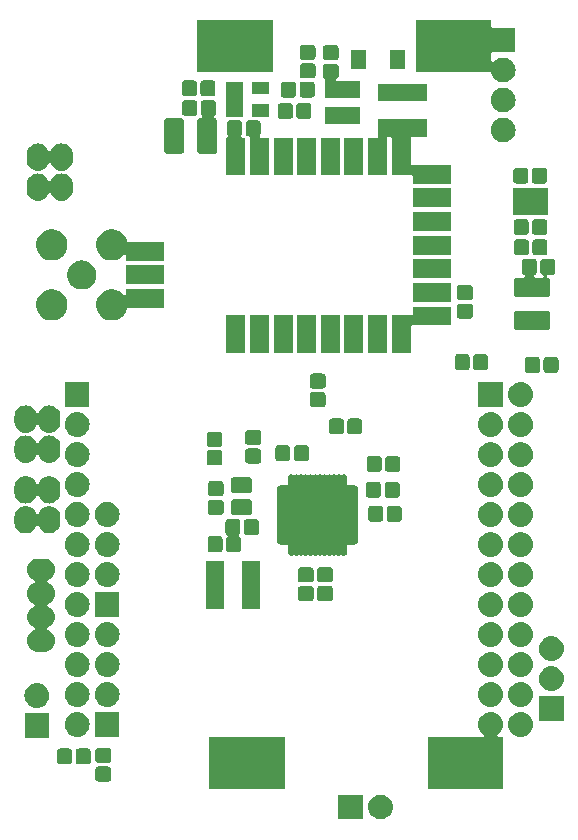
<source format=gts>
G04 #@! TF.GenerationSoftware,KiCad,Pcbnew,5.0.2-bee76a0~70~ubuntu16.04.1*
G04 #@! TF.CreationDate,2020-11-05T00:34:30+01:00*
G04 #@! TF.ProjectId,WiRoc_NanoPi_v1,5769526f-635f-44e6-916e-6f50695f7631,rev?*
G04 #@! TF.SameCoordinates,Original*
G04 #@! TF.FileFunction,Soldermask,Top*
G04 #@! TF.FilePolarity,Negative*
%FSLAX46Y46*%
G04 Gerber Fmt 4.6, Leading zero omitted, Abs format (unit mm)*
G04 Created by KiCad (PCBNEW 5.0.2-bee76a0~70~ubuntu16.04.1) date tor  5 nov 2020 00:34:30*
%MOMM*%
%LPD*%
G01*
G04 APERTURE LIST*
%ADD10C,0.100000*%
G04 APERTURE END LIST*
D10*
G36*
X79430107Y-112159396D02*
X79507236Y-112166993D01*
X79639187Y-112207020D01*
X79705163Y-112227033D01*
X79887572Y-112324533D01*
X80047454Y-112455746D01*
X80178667Y-112615628D01*
X80276167Y-112798037D01*
X80276167Y-112798038D01*
X80336207Y-112995964D01*
X80356480Y-113201800D01*
X80336207Y-113407636D01*
X80296180Y-113539587D01*
X80276167Y-113605563D01*
X80178667Y-113787972D01*
X80047454Y-113947854D01*
X79887572Y-114079067D01*
X79705163Y-114176567D01*
X79639187Y-114196580D01*
X79507236Y-114236607D01*
X79430107Y-114244204D01*
X79352980Y-114251800D01*
X79249820Y-114251800D01*
X79172693Y-114244204D01*
X79095564Y-114236607D01*
X78963613Y-114196580D01*
X78897637Y-114176567D01*
X78715228Y-114079067D01*
X78555346Y-113947854D01*
X78424133Y-113787972D01*
X78326633Y-113605563D01*
X78306620Y-113539587D01*
X78266593Y-113407636D01*
X78246320Y-113201800D01*
X78266593Y-112995964D01*
X78326633Y-112798038D01*
X78326633Y-112798037D01*
X78424133Y-112615628D01*
X78555346Y-112455746D01*
X78715228Y-112324533D01*
X78897637Y-112227033D01*
X78963613Y-112207020D01*
X79095564Y-112166993D01*
X79172693Y-112159396D01*
X79249820Y-112151800D01*
X79352980Y-112151800D01*
X79430107Y-112159396D01*
X79430107Y-112159396D01*
G37*
G36*
X77811400Y-114251800D02*
X75711400Y-114251800D01*
X75711400Y-112151800D01*
X77811400Y-112151800D01*
X77811400Y-114251800D01*
X77811400Y-114251800D01*
G37*
G36*
X71180000Y-111674000D02*
X64780000Y-111674000D01*
X64780000Y-107274000D01*
X71180000Y-107274000D01*
X71180000Y-111674000D01*
X71180000Y-111674000D01*
G37*
G36*
X88748707Y-105162597D02*
X88825836Y-105170193D01*
X88957787Y-105210220D01*
X89023763Y-105230233D01*
X89206172Y-105327733D01*
X89366054Y-105458946D01*
X89497267Y-105618828D01*
X89594767Y-105801237D01*
X89594767Y-105801238D01*
X89654807Y-105999164D01*
X89675080Y-106205000D01*
X89654807Y-106410836D01*
X89614780Y-106542787D01*
X89594767Y-106608763D01*
X89497267Y-106791172D01*
X89366054Y-106951054D01*
X89242596Y-107052374D01*
X89225269Y-107069701D01*
X89211655Y-107090076D01*
X89202277Y-107112715D01*
X89197497Y-107136748D01*
X89197497Y-107161252D01*
X89202277Y-107185286D01*
X89211655Y-107207925D01*
X89225269Y-107228299D01*
X89242596Y-107245626D01*
X89262971Y-107259240D01*
X89285610Y-107268618D01*
X89321895Y-107274000D01*
X89680000Y-107274000D01*
X89680000Y-111674000D01*
X83280000Y-111674000D01*
X83280000Y-107274000D01*
X87918105Y-107274000D01*
X87942491Y-107271598D01*
X87965940Y-107264485D01*
X87987551Y-107252934D01*
X88006493Y-107237388D01*
X88022039Y-107218446D01*
X88033590Y-107196835D01*
X88040703Y-107173386D01*
X88043105Y-107149000D01*
X88040703Y-107124614D01*
X88033590Y-107101165D01*
X88022039Y-107079554D01*
X87997404Y-107052374D01*
X87873946Y-106951054D01*
X87742733Y-106791172D01*
X87645233Y-106608763D01*
X87625220Y-106542787D01*
X87585193Y-106410836D01*
X87564920Y-106205000D01*
X87585193Y-105999164D01*
X87645233Y-105801238D01*
X87645233Y-105801237D01*
X87742733Y-105618828D01*
X87873946Y-105458946D01*
X88033828Y-105327733D01*
X88216237Y-105230233D01*
X88282213Y-105210220D01*
X88414164Y-105170193D01*
X88491293Y-105162597D01*
X88568420Y-105155000D01*
X88671580Y-105155000D01*
X88748707Y-105162597D01*
X88748707Y-105162597D01*
G37*
G36*
X56298622Y-109775517D02*
X56346585Y-109790066D01*
X56390775Y-109813686D01*
X56429518Y-109845482D01*
X56461314Y-109884225D01*
X56484934Y-109928415D01*
X56499483Y-109976378D01*
X56505000Y-110032391D01*
X56505000Y-110782609D01*
X56499483Y-110838622D01*
X56484934Y-110886585D01*
X56461314Y-110930775D01*
X56429518Y-110969518D01*
X56390775Y-111001314D01*
X56346585Y-111024934D01*
X56298622Y-111039483D01*
X56242609Y-111045000D01*
X55417391Y-111045000D01*
X55361378Y-111039483D01*
X55313415Y-111024934D01*
X55269225Y-111001314D01*
X55230482Y-110969518D01*
X55198686Y-110930775D01*
X55175066Y-110886585D01*
X55160517Y-110838622D01*
X55155000Y-110782609D01*
X55155000Y-110032391D01*
X55160517Y-109976378D01*
X55175066Y-109928415D01*
X55198686Y-109884225D01*
X55230482Y-109845482D01*
X55269225Y-109813686D01*
X55313415Y-109790066D01*
X55361378Y-109775517D01*
X55417391Y-109770000D01*
X56242609Y-109770000D01*
X56298622Y-109775517D01*
X56298622Y-109775517D01*
G37*
G36*
X52976122Y-108250517D02*
X53024085Y-108265066D01*
X53068275Y-108288686D01*
X53107018Y-108320482D01*
X53138814Y-108359225D01*
X53162434Y-108403415D01*
X53176983Y-108451378D01*
X53182500Y-108507391D01*
X53182500Y-109332609D01*
X53176983Y-109388622D01*
X53162434Y-109436585D01*
X53138814Y-109480775D01*
X53107018Y-109519518D01*
X53068275Y-109551314D01*
X53024085Y-109574934D01*
X52976122Y-109589483D01*
X52920109Y-109595000D01*
X52169891Y-109595000D01*
X52113878Y-109589483D01*
X52065915Y-109574934D01*
X52021725Y-109551314D01*
X51982982Y-109519518D01*
X51951186Y-109480775D01*
X51927566Y-109436585D01*
X51913017Y-109388622D01*
X51907500Y-109332609D01*
X51907500Y-108507391D01*
X51913017Y-108451378D01*
X51927566Y-108403415D01*
X51951186Y-108359225D01*
X51982982Y-108320482D01*
X52021725Y-108288686D01*
X52065915Y-108265066D01*
X52113878Y-108250517D01*
X52169891Y-108245000D01*
X52920109Y-108245000D01*
X52976122Y-108250517D01*
X52976122Y-108250517D01*
G37*
G36*
X54551122Y-108250517D02*
X54599085Y-108265066D01*
X54643275Y-108288686D01*
X54682018Y-108320482D01*
X54713814Y-108359225D01*
X54737434Y-108403415D01*
X54751983Y-108451378D01*
X54757500Y-108507391D01*
X54757500Y-109332609D01*
X54751983Y-109388622D01*
X54737434Y-109436585D01*
X54713814Y-109480775D01*
X54682018Y-109519518D01*
X54643275Y-109551314D01*
X54599085Y-109574934D01*
X54551122Y-109589483D01*
X54495109Y-109595000D01*
X53744891Y-109595000D01*
X53688878Y-109589483D01*
X53640915Y-109574934D01*
X53596725Y-109551314D01*
X53557982Y-109519518D01*
X53526186Y-109480775D01*
X53502566Y-109436585D01*
X53488017Y-109388622D01*
X53482500Y-109332609D01*
X53482500Y-108507391D01*
X53488017Y-108451378D01*
X53502566Y-108403415D01*
X53526186Y-108359225D01*
X53557982Y-108320482D01*
X53596725Y-108288686D01*
X53640915Y-108265066D01*
X53688878Y-108250517D01*
X53744891Y-108245000D01*
X54495109Y-108245000D01*
X54551122Y-108250517D01*
X54551122Y-108250517D01*
G37*
G36*
X56298622Y-108200517D02*
X56346585Y-108215066D01*
X56390775Y-108238686D01*
X56429518Y-108270482D01*
X56461314Y-108309225D01*
X56484934Y-108353415D01*
X56499483Y-108401378D01*
X56505000Y-108457391D01*
X56505000Y-109207609D01*
X56499483Y-109263622D01*
X56484934Y-109311585D01*
X56461314Y-109355775D01*
X56429518Y-109394518D01*
X56390775Y-109426314D01*
X56346585Y-109449934D01*
X56298622Y-109464483D01*
X56242609Y-109470000D01*
X55417391Y-109470000D01*
X55361378Y-109464483D01*
X55313415Y-109449934D01*
X55269225Y-109426314D01*
X55230482Y-109394518D01*
X55198686Y-109355775D01*
X55175066Y-109311585D01*
X55160517Y-109263622D01*
X55155000Y-109207609D01*
X55155000Y-108457391D01*
X55160517Y-108401378D01*
X55175066Y-108353415D01*
X55198686Y-108309225D01*
X55230482Y-108270482D01*
X55269225Y-108238686D01*
X55313415Y-108215066D01*
X55361378Y-108200517D01*
X55417391Y-108195000D01*
X56242609Y-108195000D01*
X56298622Y-108200517D01*
X56298622Y-108200517D01*
G37*
G36*
X51260000Y-107340000D02*
X49160000Y-107340000D01*
X49160000Y-105240000D01*
X51260000Y-105240000D01*
X51260000Y-107340000D01*
X51260000Y-107340000D01*
G37*
G36*
X53738707Y-105162597D02*
X53815836Y-105170193D01*
X53947787Y-105210220D01*
X54013763Y-105230233D01*
X54196172Y-105327733D01*
X54356054Y-105458946D01*
X54487267Y-105618828D01*
X54584767Y-105801237D01*
X54584767Y-105801238D01*
X54644807Y-105999164D01*
X54665080Y-106205000D01*
X54644807Y-106410836D01*
X54604780Y-106542787D01*
X54584767Y-106608763D01*
X54487267Y-106791172D01*
X54356054Y-106951054D01*
X54196172Y-107082267D01*
X54013763Y-107179767D01*
X53957496Y-107196835D01*
X53815836Y-107239807D01*
X53756754Y-107245626D01*
X53661580Y-107255000D01*
X53558420Y-107255000D01*
X53463246Y-107245626D01*
X53404164Y-107239807D01*
X53262504Y-107196835D01*
X53206237Y-107179767D01*
X53023828Y-107082267D01*
X52863946Y-106951054D01*
X52732733Y-106791172D01*
X52635233Y-106608763D01*
X52615220Y-106542787D01*
X52575193Y-106410836D01*
X52554920Y-106205000D01*
X52575193Y-105999164D01*
X52635233Y-105801238D01*
X52635233Y-105801237D01*
X52732733Y-105618828D01*
X52863946Y-105458946D01*
X53023828Y-105327733D01*
X53206237Y-105230233D01*
X53272213Y-105210220D01*
X53404164Y-105170193D01*
X53481293Y-105162597D01*
X53558420Y-105155000D01*
X53661580Y-105155000D01*
X53738707Y-105162597D01*
X53738707Y-105162597D01*
G37*
G36*
X57200000Y-107255000D02*
X55100000Y-107255000D01*
X55100000Y-105155000D01*
X57200000Y-105155000D01*
X57200000Y-107255000D01*
X57200000Y-107255000D01*
G37*
G36*
X91288707Y-105162597D02*
X91365836Y-105170193D01*
X91497787Y-105210220D01*
X91563763Y-105230233D01*
X91746172Y-105327733D01*
X91906054Y-105458946D01*
X92037267Y-105618828D01*
X92134767Y-105801237D01*
X92134767Y-105801238D01*
X92194807Y-105999164D01*
X92215080Y-106205000D01*
X92194807Y-106410836D01*
X92154780Y-106542787D01*
X92134767Y-106608763D01*
X92037267Y-106791172D01*
X91906054Y-106951054D01*
X91746172Y-107082267D01*
X91563763Y-107179767D01*
X91507496Y-107196835D01*
X91365836Y-107239807D01*
X91306754Y-107245626D01*
X91211580Y-107255000D01*
X91108420Y-107255000D01*
X91013246Y-107245626D01*
X90954164Y-107239807D01*
X90812504Y-107196835D01*
X90756237Y-107179767D01*
X90573828Y-107082267D01*
X90413946Y-106951054D01*
X90282733Y-106791172D01*
X90185233Y-106608763D01*
X90165220Y-106542787D01*
X90125193Y-106410836D01*
X90104920Y-106205000D01*
X90125193Y-105999164D01*
X90185233Y-105801238D01*
X90185233Y-105801237D01*
X90282733Y-105618828D01*
X90413946Y-105458946D01*
X90573828Y-105327733D01*
X90756237Y-105230233D01*
X90822213Y-105210220D01*
X90954164Y-105170193D01*
X91031293Y-105162597D01*
X91108420Y-105155000D01*
X91211580Y-105155000D01*
X91288707Y-105162597D01*
X91288707Y-105162597D01*
G37*
G36*
X94816700Y-105920600D02*
X92716700Y-105920600D01*
X92716700Y-103820600D01*
X94816700Y-103820600D01*
X94816700Y-105920600D01*
X94816700Y-105920600D01*
G37*
G36*
X50338707Y-102707597D02*
X50415836Y-102715193D01*
X50547787Y-102755220D01*
X50613763Y-102775233D01*
X50796172Y-102872733D01*
X50956054Y-103003946D01*
X51087267Y-103163828D01*
X51184767Y-103346237D01*
X51184767Y-103346238D01*
X51244807Y-103544164D01*
X51265080Y-103750000D01*
X51244807Y-103955836D01*
X51210551Y-104068762D01*
X51184767Y-104153763D01*
X51087267Y-104336172D01*
X50956054Y-104496054D01*
X50796172Y-104627267D01*
X50613763Y-104724767D01*
X50547787Y-104744780D01*
X50415836Y-104784807D01*
X50338707Y-104792403D01*
X50261580Y-104800000D01*
X50158420Y-104800000D01*
X50081293Y-104792403D01*
X50004164Y-104784807D01*
X49872213Y-104744780D01*
X49806237Y-104724767D01*
X49623828Y-104627267D01*
X49463946Y-104496054D01*
X49332733Y-104336172D01*
X49235233Y-104153763D01*
X49209449Y-104068762D01*
X49175193Y-103955836D01*
X49154920Y-103750000D01*
X49175193Y-103544164D01*
X49235233Y-103346238D01*
X49235233Y-103346237D01*
X49332733Y-103163828D01*
X49463946Y-103003946D01*
X49623828Y-102872733D01*
X49806237Y-102775233D01*
X49872213Y-102755220D01*
X50004164Y-102715193D01*
X50081293Y-102707597D01*
X50158420Y-102700000D01*
X50261580Y-102700000D01*
X50338707Y-102707597D01*
X50338707Y-102707597D01*
G37*
G36*
X53738707Y-102622597D02*
X53815836Y-102630193D01*
X53947787Y-102670220D01*
X54013763Y-102690233D01*
X54196172Y-102787733D01*
X54356054Y-102918946D01*
X54487267Y-103078828D01*
X54584767Y-103261237D01*
X54584767Y-103261238D01*
X54644807Y-103459164D01*
X54665080Y-103665000D01*
X54644807Y-103870836D01*
X54604780Y-104002787D01*
X54584767Y-104068763D01*
X54487267Y-104251172D01*
X54356054Y-104411054D01*
X54196172Y-104542267D01*
X54013763Y-104639767D01*
X53947787Y-104659780D01*
X53815836Y-104699807D01*
X53738707Y-104707404D01*
X53661580Y-104715000D01*
X53558420Y-104715000D01*
X53481293Y-104707404D01*
X53404164Y-104699807D01*
X53272213Y-104659780D01*
X53206237Y-104639767D01*
X53023828Y-104542267D01*
X52863946Y-104411054D01*
X52732733Y-104251172D01*
X52635233Y-104068763D01*
X52615220Y-104002787D01*
X52575193Y-103870836D01*
X52554920Y-103665000D01*
X52575193Y-103459164D01*
X52635233Y-103261238D01*
X52635233Y-103261237D01*
X52732733Y-103078828D01*
X52863946Y-102918946D01*
X53023828Y-102787733D01*
X53206237Y-102690233D01*
X53272213Y-102670220D01*
X53404164Y-102630193D01*
X53481293Y-102622597D01*
X53558420Y-102615000D01*
X53661580Y-102615000D01*
X53738707Y-102622597D01*
X53738707Y-102622597D01*
G37*
G36*
X56278707Y-102622597D02*
X56355836Y-102630193D01*
X56487787Y-102670220D01*
X56553763Y-102690233D01*
X56736172Y-102787733D01*
X56896054Y-102918946D01*
X57027267Y-103078828D01*
X57124767Y-103261237D01*
X57124767Y-103261238D01*
X57184807Y-103459164D01*
X57205080Y-103665000D01*
X57184807Y-103870836D01*
X57144780Y-104002787D01*
X57124767Y-104068763D01*
X57027267Y-104251172D01*
X56896054Y-104411054D01*
X56736172Y-104542267D01*
X56553763Y-104639767D01*
X56487787Y-104659780D01*
X56355836Y-104699807D01*
X56278707Y-104707404D01*
X56201580Y-104715000D01*
X56098420Y-104715000D01*
X56021293Y-104707404D01*
X55944164Y-104699807D01*
X55812213Y-104659780D01*
X55746237Y-104639767D01*
X55563828Y-104542267D01*
X55403946Y-104411054D01*
X55272733Y-104251172D01*
X55175233Y-104068763D01*
X55155220Y-104002787D01*
X55115193Y-103870836D01*
X55094920Y-103665000D01*
X55115193Y-103459164D01*
X55175233Y-103261238D01*
X55175233Y-103261237D01*
X55272733Y-103078828D01*
X55403946Y-102918946D01*
X55563828Y-102787733D01*
X55746237Y-102690233D01*
X55812213Y-102670220D01*
X55944164Y-102630193D01*
X56021293Y-102622597D01*
X56098420Y-102615000D01*
X56201580Y-102615000D01*
X56278707Y-102622597D01*
X56278707Y-102622597D01*
G37*
G36*
X88748707Y-102622597D02*
X88825836Y-102630193D01*
X88957787Y-102670220D01*
X89023763Y-102690233D01*
X89206172Y-102787733D01*
X89366054Y-102918946D01*
X89497267Y-103078828D01*
X89594767Y-103261237D01*
X89594767Y-103261238D01*
X89654807Y-103459164D01*
X89675080Y-103665000D01*
X89654807Y-103870836D01*
X89614780Y-104002787D01*
X89594767Y-104068763D01*
X89497267Y-104251172D01*
X89366054Y-104411054D01*
X89206172Y-104542267D01*
X89023763Y-104639767D01*
X88957787Y-104659780D01*
X88825836Y-104699807D01*
X88748707Y-104707404D01*
X88671580Y-104715000D01*
X88568420Y-104715000D01*
X88491293Y-104707404D01*
X88414164Y-104699807D01*
X88282213Y-104659780D01*
X88216237Y-104639767D01*
X88033828Y-104542267D01*
X87873946Y-104411054D01*
X87742733Y-104251172D01*
X87645233Y-104068763D01*
X87625220Y-104002787D01*
X87585193Y-103870836D01*
X87564920Y-103665000D01*
X87585193Y-103459164D01*
X87645233Y-103261238D01*
X87645233Y-103261237D01*
X87742733Y-103078828D01*
X87873946Y-102918946D01*
X88033828Y-102787733D01*
X88216237Y-102690233D01*
X88282213Y-102670220D01*
X88414164Y-102630193D01*
X88491293Y-102622597D01*
X88568420Y-102615000D01*
X88671580Y-102615000D01*
X88748707Y-102622597D01*
X88748707Y-102622597D01*
G37*
G36*
X91288707Y-102622597D02*
X91365836Y-102630193D01*
X91497787Y-102670220D01*
X91563763Y-102690233D01*
X91746172Y-102787733D01*
X91906054Y-102918946D01*
X92037267Y-103078828D01*
X92134767Y-103261237D01*
X92134767Y-103261238D01*
X92194807Y-103459164D01*
X92215080Y-103665000D01*
X92194807Y-103870836D01*
X92154780Y-104002787D01*
X92134767Y-104068763D01*
X92037267Y-104251172D01*
X91906054Y-104411054D01*
X91746172Y-104542267D01*
X91563763Y-104639767D01*
X91497787Y-104659780D01*
X91365836Y-104699807D01*
X91288707Y-104707404D01*
X91211580Y-104715000D01*
X91108420Y-104715000D01*
X91031293Y-104707404D01*
X90954164Y-104699807D01*
X90822213Y-104659780D01*
X90756237Y-104639767D01*
X90573828Y-104542267D01*
X90413946Y-104411054D01*
X90282733Y-104251172D01*
X90185233Y-104068763D01*
X90165220Y-104002787D01*
X90125193Y-103870836D01*
X90104920Y-103665000D01*
X90125193Y-103459164D01*
X90185233Y-103261238D01*
X90185233Y-103261237D01*
X90282733Y-103078828D01*
X90413946Y-102918946D01*
X90573828Y-102787733D01*
X90756237Y-102690233D01*
X90822213Y-102670220D01*
X90954164Y-102630193D01*
X91031293Y-102622597D01*
X91108420Y-102615000D01*
X91211580Y-102615000D01*
X91288707Y-102622597D01*
X91288707Y-102622597D01*
G37*
G36*
X93895407Y-101288197D02*
X93972536Y-101295793D01*
X94104487Y-101335820D01*
X94170463Y-101355833D01*
X94352872Y-101453333D01*
X94512754Y-101584546D01*
X94643967Y-101744428D01*
X94741467Y-101926837D01*
X94741467Y-101926838D01*
X94801507Y-102124764D01*
X94821780Y-102330600D01*
X94801507Y-102536436D01*
X94777675Y-102615000D01*
X94741467Y-102734363D01*
X94643967Y-102916772D01*
X94512754Y-103076654D01*
X94352872Y-103207867D01*
X94170463Y-103305367D01*
X94104487Y-103325380D01*
X93972536Y-103365407D01*
X93895407Y-103373004D01*
X93818280Y-103380600D01*
X93715120Y-103380600D01*
X93637993Y-103373004D01*
X93560864Y-103365407D01*
X93428913Y-103325380D01*
X93362937Y-103305367D01*
X93180528Y-103207867D01*
X93020646Y-103076654D01*
X92889433Y-102916772D01*
X92791933Y-102734363D01*
X92755725Y-102615000D01*
X92731893Y-102536436D01*
X92711620Y-102330600D01*
X92731893Y-102124764D01*
X92791933Y-101926838D01*
X92791933Y-101926837D01*
X92889433Y-101744428D01*
X93020646Y-101584546D01*
X93180528Y-101453333D01*
X93362937Y-101355833D01*
X93428913Y-101335820D01*
X93560864Y-101295793D01*
X93637993Y-101288197D01*
X93715120Y-101280600D01*
X93818280Y-101280600D01*
X93895407Y-101288197D01*
X93895407Y-101288197D01*
G37*
G36*
X88748707Y-100082597D02*
X88825836Y-100090193D01*
X88957787Y-100130220D01*
X89023763Y-100150233D01*
X89206172Y-100247733D01*
X89366054Y-100378946D01*
X89497267Y-100538828D01*
X89594767Y-100721237D01*
X89594767Y-100721238D01*
X89654807Y-100919164D01*
X89675080Y-101125000D01*
X89654807Y-101330836D01*
X89647224Y-101355833D01*
X89594767Y-101528763D01*
X89497267Y-101711172D01*
X89366054Y-101871054D01*
X89206172Y-102002267D01*
X89023763Y-102099767D01*
X88957787Y-102119780D01*
X88825836Y-102159807D01*
X88748707Y-102167404D01*
X88671580Y-102175000D01*
X88568420Y-102175000D01*
X88491293Y-102167404D01*
X88414164Y-102159807D01*
X88282213Y-102119780D01*
X88216237Y-102099767D01*
X88033828Y-102002267D01*
X87873946Y-101871054D01*
X87742733Y-101711172D01*
X87645233Y-101528763D01*
X87592776Y-101355833D01*
X87585193Y-101330836D01*
X87564920Y-101125000D01*
X87585193Y-100919164D01*
X87645233Y-100721238D01*
X87645233Y-100721237D01*
X87742733Y-100538828D01*
X87873946Y-100378946D01*
X88033828Y-100247733D01*
X88216237Y-100150233D01*
X88282213Y-100130220D01*
X88414164Y-100090193D01*
X88491293Y-100082597D01*
X88568420Y-100075000D01*
X88671580Y-100075000D01*
X88748707Y-100082597D01*
X88748707Y-100082597D01*
G37*
G36*
X91288707Y-100082597D02*
X91365836Y-100090193D01*
X91497787Y-100130220D01*
X91563763Y-100150233D01*
X91746172Y-100247733D01*
X91906054Y-100378946D01*
X92037267Y-100538828D01*
X92134767Y-100721237D01*
X92134767Y-100721238D01*
X92194807Y-100919164D01*
X92215080Y-101125000D01*
X92194807Y-101330836D01*
X92187224Y-101355833D01*
X92134767Y-101528763D01*
X92037267Y-101711172D01*
X91906054Y-101871054D01*
X91746172Y-102002267D01*
X91563763Y-102099767D01*
X91497787Y-102119780D01*
X91365836Y-102159807D01*
X91288707Y-102167404D01*
X91211580Y-102175000D01*
X91108420Y-102175000D01*
X91031293Y-102167404D01*
X90954164Y-102159807D01*
X90822213Y-102119780D01*
X90756237Y-102099767D01*
X90573828Y-102002267D01*
X90413946Y-101871054D01*
X90282733Y-101711172D01*
X90185233Y-101528763D01*
X90132776Y-101355833D01*
X90125193Y-101330836D01*
X90104920Y-101125000D01*
X90125193Y-100919164D01*
X90185233Y-100721238D01*
X90185233Y-100721237D01*
X90282733Y-100538828D01*
X90413946Y-100378946D01*
X90573828Y-100247733D01*
X90756237Y-100150233D01*
X90822213Y-100130220D01*
X90954164Y-100090193D01*
X91031293Y-100082597D01*
X91108420Y-100075000D01*
X91211580Y-100075000D01*
X91288707Y-100082597D01*
X91288707Y-100082597D01*
G37*
G36*
X53738707Y-100082597D02*
X53815836Y-100090193D01*
X53947787Y-100130220D01*
X54013763Y-100150233D01*
X54196172Y-100247733D01*
X54356054Y-100378946D01*
X54487267Y-100538828D01*
X54584767Y-100721237D01*
X54584767Y-100721238D01*
X54644807Y-100919164D01*
X54665080Y-101125000D01*
X54644807Y-101330836D01*
X54637224Y-101355833D01*
X54584767Y-101528763D01*
X54487267Y-101711172D01*
X54356054Y-101871054D01*
X54196172Y-102002267D01*
X54013763Y-102099767D01*
X53947787Y-102119780D01*
X53815836Y-102159807D01*
X53738707Y-102167404D01*
X53661580Y-102175000D01*
X53558420Y-102175000D01*
X53481293Y-102167404D01*
X53404164Y-102159807D01*
X53272213Y-102119780D01*
X53206237Y-102099767D01*
X53023828Y-102002267D01*
X52863946Y-101871054D01*
X52732733Y-101711172D01*
X52635233Y-101528763D01*
X52582776Y-101355833D01*
X52575193Y-101330836D01*
X52554920Y-101125000D01*
X52575193Y-100919164D01*
X52635233Y-100721238D01*
X52635233Y-100721237D01*
X52732733Y-100538828D01*
X52863946Y-100378946D01*
X53023828Y-100247733D01*
X53206237Y-100150233D01*
X53272213Y-100130220D01*
X53404164Y-100090193D01*
X53481293Y-100082597D01*
X53558420Y-100075000D01*
X53661580Y-100075000D01*
X53738707Y-100082597D01*
X53738707Y-100082597D01*
G37*
G36*
X56278707Y-100082597D02*
X56355836Y-100090193D01*
X56487787Y-100130220D01*
X56553763Y-100150233D01*
X56736172Y-100247733D01*
X56896054Y-100378946D01*
X57027267Y-100538828D01*
X57124767Y-100721237D01*
X57124767Y-100721238D01*
X57184807Y-100919164D01*
X57205080Y-101125000D01*
X57184807Y-101330836D01*
X57177224Y-101355833D01*
X57124767Y-101528763D01*
X57027267Y-101711172D01*
X56896054Y-101871054D01*
X56736172Y-102002267D01*
X56553763Y-102099767D01*
X56487787Y-102119780D01*
X56355836Y-102159807D01*
X56278707Y-102167404D01*
X56201580Y-102175000D01*
X56098420Y-102175000D01*
X56021293Y-102167404D01*
X55944164Y-102159807D01*
X55812213Y-102119780D01*
X55746237Y-102099767D01*
X55563828Y-102002267D01*
X55403946Y-101871054D01*
X55272733Y-101711172D01*
X55175233Y-101528763D01*
X55122776Y-101355833D01*
X55115193Y-101330836D01*
X55094920Y-101125000D01*
X55115193Y-100919164D01*
X55175233Y-100721238D01*
X55175233Y-100721237D01*
X55272733Y-100538828D01*
X55403946Y-100378946D01*
X55563828Y-100247733D01*
X55746237Y-100150233D01*
X55812213Y-100130220D01*
X55944164Y-100090193D01*
X56021293Y-100082597D01*
X56098420Y-100075000D01*
X56201580Y-100075000D01*
X56278707Y-100082597D01*
X56278707Y-100082597D01*
G37*
G36*
X93895407Y-98748196D02*
X93972536Y-98755793D01*
X94104487Y-98795820D01*
X94170463Y-98815833D01*
X94352872Y-98913333D01*
X94512754Y-99044546D01*
X94643967Y-99204428D01*
X94741467Y-99386837D01*
X94741467Y-99386838D01*
X94801507Y-99584764D01*
X94821780Y-99790600D01*
X94801507Y-99996436D01*
X94777675Y-100075000D01*
X94741467Y-100194363D01*
X94643967Y-100376772D01*
X94512754Y-100536654D01*
X94352872Y-100667867D01*
X94170463Y-100765367D01*
X94104487Y-100785380D01*
X93972536Y-100825407D01*
X93895407Y-100833004D01*
X93818280Y-100840600D01*
X93715120Y-100840600D01*
X93637993Y-100833003D01*
X93560864Y-100825407D01*
X93428913Y-100785380D01*
X93362937Y-100765367D01*
X93180528Y-100667867D01*
X93020646Y-100536654D01*
X92889433Y-100376772D01*
X92791933Y-100194363D01*
X92755725Y-100075000D01*
X92731893Y-99996436D01*
X92711620Y-99790600D01*
X92731893Y-99584764D01*
X92791933Y-99386838D01*
X92791933Y-99386837D01*
X92889433Y-99204428D01*
X93020646Y-99044546D01*
X93180528Y-98913333D01*
X93362937Y-98815833D01*
X93428913Y-98795820D01*
X93560864Y-98755793D01*
X93637993Y-98748196D01*
X93715120Y-98740600D01*
X93818280Y-98740600D01*
X93895407Y-98748196D01*
X93895407Y-98748196D01*
G37*
G36*
X50997532Y-92180746D02*
X51087070Y-92207907D01*
X51176609Y-92235068D01*
X51341647Y-92323283D01*
X51486301Y-92441999D01*
X51605017Y-92586653D01*
X51693232Y-92751691D01*
X51720393Y-92841230D01*
X51747554Y-92930768D01*
X51764344Y-93101238D01*
X51765896Y-93117000D01*
X51747554Y-93303231D01*
X51693232Y-93482309D01*
X51605017Y-93647347D01*
X51486301Y-93792001D01*
X51341647Y-93910717D01*
X51171900Y-94001449D01*
X51159077Y-94006760D01*
X51138703Y-94020374D01*
X51121376Y-94037702D01*
X51107762Y-94058076D01*
X51098385Y-94080716D01*
X51093605Y-94104749D01*
X51093605Y-94129253D01*
X51098386Y-94153287D01*
X51107763Y-94175926D01*
X51121377Y-94196300D01*
X51138705Y-94213627D01*
X51159079Y-94227241D01*
X51171901Y-94232552D01*
X51341647Y-94323283D01*
X51486301Y-94441999D01*
X51605017Y-94586653D01*
X51693232Y-94751691D01*
X51747554Y-94930769D01*
X51765896Y-95117000D01*
X51747554Y-95303231D01*
X51693232Y-95482309D01*
X51605017Y-95647347D01*
X51486301Y-95792001D01*
X51341647Y-95910717D01*
X51171900Y-96001449D01*
X51159077Y-96006760D01*
X51138703Y-96020374D01*
X51121376Y-96037702D01*
X51107762Y-96058076D01*
X51098385Y-96080716D01*
X51093605Y-96104749D01*
X51093605Y-96129253D01*
X51098386Y-96153287D01*
X51107763Y-96175926D01*
X51121377Y-96196300D01*
X51138705Y-96213627D01*
X51159079Y-96227241D01*
X51171901Y-96232552D01*
X51341647Y-96323283D01*
X51486301Y-96441999D01*
X51605017Y-96586653D01*
X51693232Y-96751691D01*
X51693232Y-96751692D01*
X51747554Y-96930768D01*
X51762233Y-97079807D01*
X51765896Y-97117000D01*
X51747554Y-97303231D01*
X51693232Y-97482309D01*
X51605017Y-97647347D01*
X51486301Y-97792001D01*
X51341647Y-97910717D01*
X51171900Y-98001449D01*
X51159077Y-98006760D01*
X51138703Y-98020374D01*
X51121376Y-98037702D01*
X51107762Y-98058076D01*
X51098385Y-98080716D01*
X51093605Y-98104749D01*
X51093605Y-98129253D01*
X51098386Y-98153287D01*
X51107763Y-98175926D01*
X51121377Y-98196300D01*
X51138705Y-98213627D01*
X51159079Y-98227241D01*
X51171901Y-98232552D01*
X51341647Y-98323283D01*
X51486301Y-98441999D01*
X51605017Y-98586653D01*
X51693232Y-98751691D01*
X51747554Y-98930769D01*
X51765896Y-99117000D01*
X51747554Y-99303231D01*
X51693232Y-99482309D01*
X51605017Y-99647347D01*
X51486301Y-99792001D01*
X51341647Y-99910717D01*
X51176609Y-99998932D01*
X51087070Y-100026093D01*
X50997532Y-100053254D01*
X50927748Y-100060127D01*
X50857966Y-100067000D01*
X50264634Y-100067000D01*
X50194852Y-100060127D01*
X50125068Y-100053254D01*
X50035530Y-100026093D01*
X49945991Y-99998932D01*
X49780953Y-99910717D01*
X49636299Y-99792001D01*
X49517583Y-99647347D01*
X49429368Y-99482309D01*
X49375046Y-99303231D01*
X49356704Y-99117000D01*
X49375046Y-98930769D01*
X49429368Y-98751691D01*
X49517583Y-98586653D01*
X49636299Y-98441999D01*
X49780953Y-98323283D01*
X49950700Y-98232551D01*
X49963523Y-98227240D01*
X49983897Y-98213626D01*
X50001224Y-98196298D01*
X50014838Y-98175924D01*
X50024215Y-98153284D01*
X50028995Y-98129251D01*
X50028995Y-98104747D01*
X50024214Y-98080713D01*
X50014837Y-98058074D01*
X50001223Y-98037700D01*
X49983895Y-98020373D01*
X49963521Y-98006759D01*
X49950699Y-98001448D01*
X49780953Y-97910717D01*
X49636299Y-97792001D01*
X49517583Y-97647347D01*
X49429368Y-97482309D01*
X49375046Y-97303231D01*
X49356704Y-97117000D01*
X49360367Y-97079807D01*
X49375046Y-96930768D01*
X49429368Y-96751692D01*
X49429368Y-96751691D01*
X49517583Y-96586653D01*
X49636299Y-96441999D01*
X49780953Y-96323283D01*
X49950700Y-96232551D01*
X49963523Y-96227240D01*
X49983897Y-96213626D01*
X50001224Y-96196298D01*
X50014838Y-96175924D01*
X50024215Y-96153284D01*
X50028995Y-96129251D01*
X50028995Y-96104747D01*
X50024214Y-96080713D01*
X50014837Y-96058074D01*
X50001223Y-96037700D01*
X49983895Y-96020373D01*
X49963521Y-96006759D01*
X49950699Y-96001448D01*
X49780953Y-95910717D01*
X49636299Y-95792001D01*
X49517583Y-95647347D01*
X49429368Y-95482309D01*
X49375046Y-95303231D01*
X49356704Y-95117000D01*
X49375046Y-94930769D01*
X49429368Y-94751691D01*
X49517583Y-94586653D01*
X49636299Y-94441999D01*
X49780953Y-94323283D01*
X49950700Y-94232551D01*
X49963523Y-94227240D01*
X49983897Y-94213626D01*
X50001224Y-94196298D01*
X50014838Y-94175924D01*
X50024215Y-94153284D01*
X50028995Y-94129251D01*
X50028995Y-94104747D01*
X50024214Y-94080713D01*
X50014837Y-94058074D01*
X50001223Y-94037700D01*
X49983895Y-94020373D01*
X49963521Y-94006759D01*
X49950699Y-94001448D01*
X49780953Y-93910717D01*
X49636299Y-93792001D01*
X49517583Y-93647347D01*
X49429368Y-93482309D01*
X49375046Y-93303231D01*
X49356704Y-93117000D01*
X49358256Y-93101238D01*
X49375046Y-92930768D01*
X49402207Y-92841230D01*
X49429368Y-92751691D01*
X49517583Y-92586653D01*
X49636299Y-92441999D01*
X49780953Y-92323283D01*
X49945991Y-92235068D01*
X50035530Y-92207907D01*
X50125068Y-92180746D01*
X50264634Y-92167000D01*
X50857966Y-92167000D01*
X50997532Y-92180746D01*
X50997532Y-92180746D01*
G37*
G36*
X91288707Y-97542596D02*
X91365836Y-97550193D01*
X91497787Y-97590220D01*
X91563763Y-97610233D01*
X91746172Y-97707733D01*
X91906054Y-97838946D01*
X92037267Y-97998828D01*
X92134767Y-98181237D01*
X92139336Y-98196300D01*
X92194807Y-98379164D01*
X92215080Y-98585000D01*
X92194807Y-98790836D01*
X92187224Y-98815833D01*
X92134767Y-98988763D01*
X92037267Y-99171172D01*
X91906054Y-99331054D01*
X91746172Y-99462267D01*
X91563763Y-99559767D01*
X91497787Y-99579780D01*
X91365836Y-99619807D01*
X91288707Y-99627404D01*
X91211580Y-99635000D01*
X91108420Y-99635000D01*
X91031293Y-99627404D01*
X90954164Y-99619807D01*
X90822213Y-99579780D01*
X90756237Y-99559767D01*
X90573828Y-99462267D01*
X90413946Y-99331054D01*
X90282733Y-99171172D01*
X90185233Y-98988763D01*
X90132776Y-98815833D01*
X90125193Y-98790836D01*
X90104920Y-98585000D01*
X90125193Y-98379164D01*
X90180664Y-98196300D01*
X90185233Y-98181237D01*
X90282733Y-97998828D01*
X90413946Y-97838946D01*
X90573828Y-97707733D01*
X90756237Y-97610233D01*
X90822213Y-97590220D01*
X90954164Y-97550193D01*
X91031293Y-97542596D01*
X91108420Y-97535000D01*
X91211580Y-97535000D01*
X91288707Y-97542596D01*
X91288707Y-97542596D01*
G37*
G36*
X56278707Y-97542596D02*
X56355836Y-97550193D01*
X56487787Y-97590220D01*
X56553763Y-97610233D01*
X56736172Y-97707733D01*
X56896054Y-97838946D01*
X57027267Y-97998828D01*
X57124767Y-98181237D01*
X57129336Y-98196300D01*
X57184807Y-98379164D01*
X57205080Y-98585000D01*
X57184807Y-98790836D01*
X57177224Y-98815833D01*
X57124767Y-98988763D01*
X57027267Y-99171172D01*
X56896054Y-99331054D01*
X56736172Y-99462267D01*
X56553763Y-99559767D01*
X56487787Y-99579780D01*
X56355836Y-99619807D01*
X56278707Y-99627404D01*
X56201580Y-99635000D01*
X56098420Y-99635000D01*
X56021293Y-99627404D01*
X55944164Y-99619807D01*
X55812213Y-99579780D01*
X55746237Y-99559767D01*
X55563828Y-99462267D01*
X55403946Y-99331054D01*
X55272733Y-99171172D01*
X55175233Y-98988763D01*
X55122776Y-98815833D01*
X55115193Y-98790836D01*
X55094920Y-98585000D01*
X55115193Y-98379164D01*
X55170664Y-98196300D01*
X55175233Y-98181237D01*
X55272733Y-97998828D01*
X55403946Y-97838946D01*
X55563828Y-97707733D01*
X55746237Y-97610233D01*
X55812213Y-97590220D01*
X55944164Y-97550193D01*
X56021293Y-97542596D01*
X56098420Y-97535000D01*
X56201580Y-97535000D01*
X56278707Y-97542596D01*
X56278707Y-97542596D01*
G37*
G36*
X53738707Y-97542596D02*
X53815836Y-97550193D01*
X53947787Y-97590220D01*
X54013763Y-97610233D01*
X54196172Y-97707733D01*
X54356054Y-97838946D01*
X54487267Y-97998828D01*
X54584767Y-98181237D01*
X54589336Y-98196300D01*
X54644807Y-98379164D01*
X54665080Y-98585000D01*
X54644807Y-98790836D01*
X54637224Y-98815833D01*
X54584767Y-98988763D01*
X54487267Y-99171172D01*
X54356054Y-99331054D01*
X54196172Y-99462267D01*
X54013763Y-99559767D01*
X53947787Y-99579780D01*
X53815836Y-99619807D01*
X53738707Y-99627404D01*
X53661580Y-99635000D01*
X53558420Y-99635000D01*
X53481293Y-99627404D01*
X53404164Y-99619807D01*
X53272213Y-99579780D01*
X53206237Y-99559767D01*
X53023828Y-99462267D01*
X52863946Y-99331054D01*
X52732733Y-99171172D01*
X52635233Y-98988763D01*
X52582776Y-98815833D01*
X52575193Y-98790836D01*
X52554920Y-98585000D01*
X52575193Y-98379164D01*
X52630664Y-98196300D01*
X52635233Y-98181237D01*
X52732733Y-97998828D01*
X52863946Y-97838946D01*
X53023828Y-97707733D01*
X53206237Y-97610233D01*
X53272213Y-97590220D01*
X53404164Y-97550193D01*
X53481293Y-97542596D01*
X53558420Y-97535000D01*
X53661580Y-97535000D01*
X53738707Y-97542596D01*
X53738707Y-97542596D01*
G37*
G36*
X88748707Y-97542596D02*
X88825836Y-97550193D01*
X88957787Y-97590220D01*
X89023763Y-97610233D01*
X89206172Y-97707733D01*
X89366054Y-97838946D01*
X89497267Y-97998828D01*
X89594767Y-98181237D01*
X89599336Y-98196300D01*
X89654807Y-98379164D01*
X89675080Y-98585000D01*
X89654807Y-98790836D01*
X89647224Y-98815833D01*
X89594767Y-98988763D01*
X89497267Y-99171172D01*
X89366054Y-99331054D01*
X89206172Y-99462267D01*
X89023763Y-99559767D01*
X88957787Y-99579780D01*
X88825836Y-99619807D01*
X88748707Y-99627404D01*
X88671580Y-99635000D01*
X88568420Y-99635000D01*
X88491293Y-99627404D01*
X88414164Y-99619807D01*
X88282213Y-99579780D01*
X88216237Y-99559767D01*
X88033828Y-99462267D01*
X87873946Y-99331054D01*
X87742733Y-99171172D01*
X87645233Y-98988763D01*
X87592776Y-98815833D01*
X87585193Y-98790836D01*
X87564920Y-98585000D01*
X87585193Y-98379164D01*
X87640664Y-98196300D01*
X87645233Y-98181237D01*
X87742733Y-97998828D01*
X87873946Y-97838946D01*
X88033828Y-97707733D01*
X88216237Y-97610233D01*
X88282213Y-97590220D01*
X88414164Y-97550193D01*
X88491293Y-97542596D01*
X88568420Y-97535000D01*
X88671580Y-97535000D01*
X88748707Y-97542596D01*
X88748707Y-97542596D01*
G37*
G36*
X91288707Y-95002596D02*
X91365836Y-95010193D01*
X91497787Y-95050220D01*
X91563763Y-95070233D01*
X91746172Y-95167733D01*
X91906054Y-95298946D01*
X92037267Y-95458828D01*
X92134767Y-95641237D01*
X92141472Y-95663340D01*
X92194807Y-95839164D01*
X92215080Y-96045000D01*
X92194807Y-96250836D01*
X92154780Y-96382787D01*
X92134767Y-96448763D01*
X92037267Y-96631172D01*
X91906054Y-96791054D01*
X91746172Y-96922267D01*
X91563763Y-97019767D01*
X91497787Y-97039780D01*
X91365836Y-97079807D01*
X91288707Y-97087404D01*
X91211580Y-97095000D01*
X91108420Y-97095000D01*
X91031293Y-97087404D01*
X90954164Y-97079807D01*
X90822213Y-97039780D01*
X90756237Y-97019767D01*
X90573828Y-96922267D01*
X90413946Y-96791054D01*
X90282733Y-96631172D01*
X90185233Y-96448763D01*
X90165220Y-96382787D01*
X90125193Y-96250836D01*
X90104920Y-96045000D01*
X90125193Y-95839164D01*
X90178528Y-95663340D01*
X90185233Y-95641237D01*
X90282733Y-95458828D01*
X90413946Y-95298946D01*
X90573828Y-95167733D01*
X90756237Y-95070233D01*
X90822213Y-95050220D01*
X90954164Y-95010193D01*
X91031293Y-95002596D01*
X91108420Y-94995000D01*
X91211580Y-94995000D01*
X91288707Y-95002596D01*
X91288707Y-95002596D01*
G37*
G36*
X88748707Y-95002596D02*
X88825836Y-95010193D01*
X88957787Y-95050220D01*
X89023763Y-95070233D01*
X89206172Y-95167733D01*
X89366054Y-95298946D01*
X89497267Y-95458828D01*
X89594767Y-95641237D01*
X89601472Y-95663340D01*
X89654807Y-95839164D01*
X89675080Y-96045000D01*
X89654807Y-96250836D01*
X89614780Y-96382787D01*
X89594767Y-96448763D01*
X89497267Y-96631172D01*
X89366054Y-96791054D01*
X89206172Y-96922267D01*
X89023763Y-97019767D01*
X88957787Y-97039780D01*
X88825836Y-97079807D01*
X88748707Y-97087404D01*
X88671580Y-97095000D01*
X88568420Y-97095000D01*
X88491293Y-97087404D01*
X88414164Y-97079807D01*
X88282213Y-97039780D01*
X88216237Y-97019767D01*
X88033828Y-96922267D01*
X87873946Y-96791054D01*
X87742733Y-96631172D01*
X87645233Y-96448763D01*
X87625220Y-96382787D01*
X87585193Y-96250836D01*
X87564920Y-96045000D01*
X87585193Y-95839164D01*
X87638528Y-95663340D01*
X87645233Y-95641237D01*
X87742733Y-95458828D01*
X87873946Y-95298946D01*
X88033828Y-95167733D01*
X88216237Y-95070233D01*
X88282213Y-95050220D01*
X88414164Y-95010193D01*
X88491293Y-95002596D01*
X88568420Y-94995000D01*
X88671580Y-94995000D01*
X88748707Y-95002596D01*
X88748707Y-95002596D01*
G37*
G36*
X53738707Y-95002596D02*
X53815836Y-95010193D01*
X53947787Y-95050220D01*
X54013763Y-95070233D01*
X54196172Y-95167733D01*
X54356054Y-95298946D01*
X54487267Y-95458828D01*
X54584767Y-95641237D01*
X54591472Y-95663340D01*
X54644807Y-95839164D01*
X54665080Y-96045000D01*
X54644807Y-96250836D01*
X54604780Y-96382787D01*
X54584767Y-96448763D01*
X54487267Y-96631172D01*
X54356054Y-96791054D01*
X54196172Y-96922267D01*
X54013763Y-97019767D01*
X53947787Y-97039780D01*
X53815836Y-97079807D01*
X53738707Y-97087404D01*
X53661580Y-97095000D01*
X53558420Y-97095000D01*
X53481293Y-97087404D01*
X53404164Y-97079807D01*
X53272213Y-97039780D01*
X53206237Y-97019767D01*
X53023828Y-96922267D01*
X52863946Y-96791054D01*
X52732733Y-96631172D01*
X52635233Y-96448763D01*
X52615220Y-96382787D01*
X52575193Y-96250836D01*
X52554920Y-96045000D01*
X52575193Y-95839164D01*
X52628528Y-95663340D01*
X52635233Y-95641237D01*
X52732733Y-95458828D01*
X52863946Y-95298946D01*
X53023828Y-95167733D01*
X53206237Y-95070233D01*
X53272213Y-95050220D01*
X53404164Y-95010193D01*
X53481293Y-95002596D01*
X53558420Y-94995000D01*
X53661580Y-94995000D01*
X53738707Y-95002596D01*
X53738707Y-95002596D01*
G37*
G36*
X57200000Y-97095000D02*
X55100000Y-97095000D01*
X55100000Y-94995000D01*
X57200000Y-94995000D01*
X57200000Y-97095000D01*
X57200000Y-97095000D01*
G37*
G36*
X66064500Y-96470600D02*
X64564500Y-96470600D01*
X64564500Y-92370600D01*
X66064500Y-92370600D01*
X66064500Y-96470600D01*
X66064500Y-96470600D01*
G37*
G36*
X69064500Y-96470600D02*
X67564500Y-96470600D01*
X67564500Y-92370600D01*
X69064500Y-92370600D01*
X69064500Y-96470600D01*
X69064500Y-96470600D01*
G37*
G36*
X73428722Y-94499217D02*
X73476685Y-94513766D01*
X73520875Y-94537386D01*
X73559618Y-94569182D01*
X73591414Y-94607925D01*
X73615034Y-94652115D01*
X73629583Y-94700078D01*
X73635100Y-94756091D01*
X73635100Y-95506309D01*
X73629583Y-95562322D01*
X73615034Y-95610285D01*
X73591414Y-95654475D01*
X73559618Y-95693218D01*
X73520875Y-95725014D01*
X73476685Y-95748634D01*
X73428722Y-95763183D01*
X73372709Y-95768700D01*
X72547491Y-95768700D01*
X72491478Y-95763183D01*
X72443515Y-95748634D01*
X72399325Y-95725014D01*
X72360582Y-95693218D01*
X72328786Y-95654475D01*
X72305166Y-95610285D01*
X72290617Y-95562322D01*
X72285100Y-95506309D01*
X72285100Y-94756091D01*
X72290617Y-94700078D01*
X72305166Y-94652115D01*
X72328786Y-94607925D01*
X72360582Y-94569182D01*
X72399325Y-94537386D01*
X72443515Y-94513766D01*
X72491478Y-94499217D01*
X72547491Y-94493700D01*
X73372709Y-94493700D01*
X73428722Y-94499217D01*
X73428722Y-94499217D01*
G37*
G36*
X75068222Y-94487217D02*
X75116185Y-94501766D01*
X75160375Y-94525386D01*
X75199118Y-94557182D01*
X75230914Y-94595925D01*
X75254534Y-94640115D01*
X75269083Y-94688078D01*
X75274600Y-94744091D01*
X75274600Y-95494309D01*
X75269083Y-95550322D01*
X75254534Y-95598285D01*
X75230914Y-95642475D01*
X75199118Y-95681218D01*
X75160375Y-95713014D01*
X75116185Y-95736634D01*
X75068222Y-95751183D01*
X75012209Y-95756700D01*
X74186991Y-95756700D01*
X74130978Y-95751183D01*
X74083015Y-95736634D01*
X74038825Y-95713014D01*
X74000082Y-95681218D01*
X73968286Y-95642475D01*
X73944666Y-95598285D01*
X73930117Y-95550322D01*
X73924600Y-95494309D01*
X73924600Y-94744091D01*
X73930117Y-94688078D01*
X73944666Y-94640115D01*
X73968286Y-94595925D01*
X74000082Y-94557182D01*
X74038825Y-94525386D01*
X74083015Y-94501766D01*
X74130978Y-94487217D01*
X74186991Y-94481700D01*
X75012209Y-94481700D01*
X75068222Y-94487217D01*
X75068222Y-94487217D01*
G37*
G36*
X56278707Y-92462597D02*
X56355836Y-92470193D01*
X56487787Y-92510220D01*
X56553763Y-92530233D01*
X56736172Y-92627733D01*
X56896054Y-92758946D01*
X57027267Y-92918828D01*
X57124767Y-93101237D01*
X57131999Y-93125078D01*
X57184807Y-93299164D01*
X57205080Y-93505000D01*
X57184807Y-93710836D01*
X57160186Y-93792001D01*
X57124767Y-93908763D01*
X57027267Y-94091172D01*
X56896054Y-94251054D01*
X56736172Y-94382267D01*
X56553763Y-94479767D01*
X56507831Y-94493700D01*
X56355836Y-94539807D01*
X56278707Y-94547404D01*
X56201580Y-94555000D01*
X56098420Y-94555000D01*
X56021293Y-94547404D01*
X55944164Y-94539807D01*
X55792169Y-94493700D01*
X55746237Y-94479767D01*
X55563828Y-94382267D01*
X55403946Y-94251054D01*
X55272733Y-94091172D01*
X55175233Y-93908763D01*
X55139814Y-93792001D01*
X55115193Y-93710836D01*
X55094920Y-93505000D01*
X55115193Y-93299164D01*
X55168001Y-93125078D01*
X55175233Y-93101237D01*
X55272733Y-92918828D01*
X55403946Y-92758946D01*
X55563828Y-92627733D01*
X55746237Y-92530233D01*
X55812213Y-92510220D01*
X55944164Y-92470193D01*
X56021293Y-92462597D01*
X56098420Y-92455000D01*
X56201580Y-92455000D01*
X56278707Y-92462597D01*
X56278707Y-92462597D01*
G37*
G36*
X91288707Y-92462597D02*
X91365836Y-92470193D01*
X91497787Y-92510220D01*
X91563763Y-92530233D01*
X91746172Y-92627733D01*
X91906054Y-92758946D01*
X92037267Y-92918828D01*
X92134767Y-93101237D01*
X92141999Y-93125078D01*
X92194807Y-93299164D01*
X92215080Y-93505000D01*
X92194807Y-93710836D01*
X92170186Y-93792001D01*
X92134767Y-93908763D01*
X92037267Y-94091172D01*
X91906054Y-94251054D01*
X91746172Y-94382267D01*
X91563763Y-94479767D01*
X91517831Y-94493700D01*
X91365836Y-94539807D01*
X91288707Y-94547404D01*
X91211580Y-94555000D01*
X91108420Y-94555000D01*
X91031293Y-94547404D01*
X90954164Y-94539807D01*
X90802169Y-94493700D01*
X90756237Y-94479767D01*
X90573828Y-94382267D01*
X90413946Y-94251054D01*
X90282733Y-94091172D01*
X90185233Y-93908763D01*
X90149814Y-93792001D01*
X90125193Y-93710836D01*
X90104920Y-93505000D01*
X90125193Y-93299164D01*
X90178001Y-93125078D01*
X90185233Y-93101237D01*
X90282733Y-92918828D01*
X90413946Y-92758946D01*
X90573828Y-92627733D01*
X90756237Y-92530233D01*
X90822213Y-92510220D01*
X90954164Y-92470193D01*
X91031293Y-92462597D01*
X91108420Y-92455000D01*
X91211580Y-92455000D01*
X91288707Y-92462597D01*
X91288707Y-92462597D01*
G37*
G36*
X53738707Y-92462597D02*
X53815836Y-92470193D01*
X53947787Y-92510220D01*
X54013763Y-92530233D01*
X54196172Y-92627733D01*
X54356054Y-92758946D01*
X54487267Y-92918828D01*
X54584767Y-93101237D01*
X54591999Y-93125078D01*
X54644807Y-93299164D01*
X54665080Y-93505000D01*
X54644807Y-93710836D01*
X54620186Y-93792001D01*
X54584767Y-93908763D01*
X54487267Y-94091172D01*
X54356054Y-94251054D01*
X54196172Y-94382267D01*
X54013763Y-94479767D01*
X53967831Y-94493700D01*
X53815836Y-94539807D01*
X53738707Y-94547404D01*
X53661580Y-94555000D01*
X53558420Y-94555000D01*
X53481293Y-94547404D01*
X53404164Y-94539807D01*
X53252169Y-94493700D01*
X53206237Y-94479767D01*
X53023828Y-94382267D01*
X52863946Y-94251054D01*
X52732733Y-94091172D01*
X52635233Y-93908763D01*
X52599814Y-93792001D01*
X52575193Y-93710836D01*
X52554920Y-93505000D01*
X52575193Y-93299164D01*
X52628001Y-93125078D01*
X52635233Y-93101237D01*
X52732733Y-92918828D01*
X52863946Y-92758946D01*
X53023828Y-92627733D01*
X53206237Y-92530233D01*
X53272213Y-92510220D01*
X53404164Y-92470193D01*
X53481293Y-92462597D01*
X53558420Y-92455000D01*
X53661580Y-92455000D01*
X53738707Y-92462597D01*
X53738707Y-92462597D01*
G37*
G36*
X88748707Y-92462597D02*
X88825836Y-92470193D01*
X88957787Y-92510220D01*
X89023763Y-92530233D01*
X89206172Y-92627733D01*
X89366054Y-92758946D01*
X89497267Y-92918828D01*
X89594767Y-93101237D01*
X89601999Y-93125078D01*
X89654807Y-93299164D01*
X89675080Y-93505000D01*
X89654807Y-93710836D01*
X89630186Y-93792001D01*
X89594767Y-93908763D01*
X89497267Y-94091172D01*
X89366054Y-94251054D01*
X89206172Y-94382267D01*
X89023763Y-94479767D01*
X88977831Y-94493700D01*
X88825836Y-94539807D01*
X88748707Y-94547404D01*
X88671580Y-94555000D01*
X88568420Y-94555000D01*
X88491293Y-94547404D01*
X88414164Y-94539807D01*
X88262169Y-94493700D01*
X88216237Y-94479767D01*
X88033828Y-94382267D01*
X87873946Y-94251054D01*
X87742733Y-94091172D01*
X87645233Y-93908763D01*
X87609814Y-93792001D01*
X87585193Y-93710836D01*
X87564920Y-93505000D01*
X87585193Y-93299164D01*
X87638001Y-93125078D01*
X87645233Y-93101237D01*
X87742733Y-92918828D01*
X87873946Y-92758946D01*
X88033828Y-92627733D01*
X88216237Y-92530233D01*
X88282213Y-92510220D01*
X88414164Y-92470193D01*
X88491293Y-92462597D01*
X88568420Y-92455000D01*
X88671580Y-92455000D01*
X88748707Y-92462597D01*
X88748707Y-92462597D01*
G37*
G36*
X73428722Y-92924217D02*
X73476685Y-92938766D01*
X73520875Y-92962386D01*
X73559618Y-92994182D01*
X73591414Y-93032925D01*
X73615034Y-93077115D01*
X73629583Y-93125078D01*
X73635100Y-93181091D01*
X73635100Y-93931309D01*
X73629583Y-93987322D01*
X73615034Y-94035285D01*
X73591414Y-94079475D01*
X73559618Y-94118218D01*
X73520875Y-94150014D01*
X73476685Y-94173634D01*
X73428722Y-94188183D01*
X73372709Y-94193700D01*
X72547491Y-94193700D01*
X72491478Y-94188183D01*
X72443515Y-94173634D01*
X72399325Y-94150014D01*
X72360582Y-94118218D01*
X72328786Y-94079475D01*
X72305166Y-94035285D01*
X72290617Y-93987322D01*
X72285100Y-93931309D01*
X72285100Y-93181091D01*
X72290617Y-93125078D01*
X72305166Y-93077115D01*
X72328786Y-93032925D01*
X72360582Y-92994182D01*
X72399325Y-92962386D01*
X72443515Y-92938766D01*
X72491478Y-92924217D01*
X72547491Y-92918700D01*
X73372709Y-92918700D01*
X73428722Y-92924217D01*
X73428722Y-92924217D01*
G37*
G36*
X75068222Y-92912217D02*
X75116185Y-92926766D01*
X75160375Y-92950386D01*
X75199118Y-92982182D01*
X75230914Y-93020925D01*
X75254534Y-93065115D01*
X75269083Y-93113078D01*
X75274600Y-93169091D01*
X75274600Y-93919309D01*
X75269083Y-93975322D01*
X75254534Y-94023285D01*
X75230914Y-94067475D01*
X75199118Y-94106218D01*
X75160375Y-94138014D01*
X75116185Y-94161634D01*
X75068222Y-94176183D01*
X75012209Y-94181700D01*
X74186991Y-94181700D01*
X74130978Y-94176183D01*
X74083015Y-94161634D01*
X74038825Y-94138014D01*
X74000082Y-94106218D01*
X73968286Y-94067475D01*
X73944666Y-94023285D01*
X73930117Y-93975322D01*
X73924600Y-93919309D01*
X73924600Y-93169091D01*
X73930117Y-93113078D01*
X73944666Y-93065115D01*
X73968286Y-93020925D01*
X74000082Y-92982182D01*
X74038825Y-92950386D01*
X74083015Y-92926766D01*
X74130978Y-92912217D01*
X74186991Y-92906700D01*
X75012209Y-92906700D01*
X75068222Y-92912217D01*
X75068222Y-92912217D01*
G37*
G36*
X88748707Y-89922596D02*
X88825836Y-89930193D01*
X88934751Y-89963232D01*
X89023763Y-89990233D01*
X89206172Y-90087733D01*
X89366054Y-90218946D01*
X89497267Y-90378828D01*
X89594767Y-90561237D01*
X89595860Y-90564840D01*
X89654807Y-90759164D01*
X89675080Y-90965000D01*
X89654807Y-91170836D01*
X89614780Y-91302787D01*
X89594767Y-91368763D01*
X89497267Y-91551172D01*
X89366054Y-91711054D01*
X89206172Y-91842267D01*
X89023763Y-91939767D01*
X88957787Y-91959780D01*
X88825836Y-91999807D01*
X88748707Y-92007403D01*
X88671580Y-92015000D01*
X88568420Y-92015000D01*
X88491293Y-92007403D01*
X88414164Y-91999807D01*
X88282213Y-91959780D01*
X88216237Y-91939767D01*
X88033828Y-91842267D01*
X87873946Y-91711054D01*
X87742733Y-91551172D01*
X87645233Y-91368763D01*
X87625220Y-91302787D01*
X87585193Y-91170836D01*
X87564920Y-90965000D01*
X87585193Y-90759164D01*
X87644140Y-90564840D01*
X87645233Y-90561237D01*
X87742733Y-90378828D01*
X87873946Y-90218946D01*
X88033828Y-90087733D01*
X88216237Y-89990233D01*
X88305249Y-89963232D01*
X88414164Y-89930193D01*
X88491293Y-89922596D01*
X88568420Y-89915000D01*
X88671580Y-89915000D01*
X88748707Y-89922596D01*
X88748707Y-89922596D01*
G37*
G36*
X56278707Y-89922596D02*
X56355836Y-89930193D01*
X56464751Y-89963232D01*
X56553763Y-89990233D01*
X56736172Y-90087733D01*
X56896054Y-90218946D01*
X57027267Y-90378828D01*
X57124767Y-90561237D01*
X57125860Y-90564840D01*
X57184807Y-90759164D01*
X57205080Y-90965000D01*
X57184807Y-91170836D01*
X57144780Y-91302787D01*
X57124767Y-91368763D01*
X57027267Y-91551172D01*
X56896054Y-91711054D01*
X56736172Y-91842267D01*
X56553763Y-91939767D01*
X56487787Y-91959780D01*
X56355836Y-91999807D01*
X56278707Y-92007403D01*
X56201580Y-92015000D01*
X56098420Y-92015000D01*
X56021293Y-92007403D01*
X55944164Y-91999807D01*
X55812213Y-91959780D01*
X55746237Y-91939767D01*
X55563828Y-91842267D01*
X55403946Y-91711054D01*
X55272733Y-91551172D01*
X55175233Y-91368763D01*
X55155220Y-91302787D01*
X55115193Y-91170836D01*
X55094920Y-90965000D01*
X55115193Y-90759164D01*
X55174140Y-90564840D01*
X55175233Y-90561237D01*
X55272733Y-90378828D01*
X55403946Y-90218946D01*
X55563828Y-90087733D01*
X55746237Y-89990233D01*
X55835249Y-89963232D01*
X55944164Y-89930193D01*
X56021293Y-89922596D01*
X56098420Y-89915000D01*
X56201580Y-89915000D01*
X56278707Y-89922596D01*
X56278707Y-89922596D01*
G37*
G36*
X91288707Y-89922596D02*
X91365836Y-89930193D01*
X91474751Y-89963232D01*
X91563763Y-89990233D01*
X91746172Y-90087733D01*
X91906054Y-90218946D01*
X92037267Y-90378828D01*
X92134767Y-90561237D01*
X92135860Y-90564840D01*
X92194807Y-90759164D01*
X92215080Y-90965000D01*
X92194807Y-91170836D01*
X92154780Y-91302787D01*
X92134767Y-91368763D01*
X92037267Y-91551172D01*
X91906054Y-91711054D01*
X91746172Y-91842267D01*
X91563763Y-91939767D01*
X91497787Y-91959780D01*
X91365836Y-91999807D01*
X91288707Y-92007403D01*
X91211580Y-92015000D01*
X91108420Y-92015000D01*
X91031293Y-92007403D01*
X90954164Y-91999807D01*
X90822213Y-91959780D01*
X90756237Y-91939767D01*
X90573828Y-91842267D01*
X90413946Y-91711054D01*
X90282733Y-91551172D01*
X90185233Y-91368763D01*
X90165220Y-91302787D01*
X90125193Y-91170836D01*
X90104920Y-90965000D01*
X90125193Y-90759164D01*
X90184140Y-90564840D01*
X90185233Y-90561237D01*
X90282733Y-90378828D01*
X90413946Y-90218946D01*
X90573828Y-90087733D01*
X90756237Y-89990233D01*
X90845249Y-89963232D01*
X90954164Y-89930193D01*
X91031293Y-89922596D01*
X91108420Y-89915000D01*
X91211580Y-89915000D01*
X91288707Y-89922596D01*
X91288707Y-89922596D01*
G37*
G36*
X53738707Y-89922596D02*
X53815836Y-89930193D01*
X53924751Y-89963232D01*
X54013763Y-89990233D01*
X54196172Y-90087733D01*
X54356054Y-90218946D01*
X54487267Y-90378828D01*
X54584767Y-90561237D01*
X54585860Y-90564840D01*
X54644807Y-90759164D01*
X54665080Y-90965000D01*
X54644807Y-91170836D01*
X54604780Y-91302787D01*
X54584767Y-91368763D01*
X54487267Y-91551172D01*
X54356054Y-91711054D01*
X54196172Y-91842267D01*
X54013763Y-91939767D01*
X53947787Y-91959780D01*
X53815836Y-91999807D01*
X53738707Y-92007403D01*
X53661580Y-92015000D01*
X53558420Y-92015000D01*
X53481293Y-92007403D01*
X53404164Y-91999807D01*
X53272213Y-91959780D01*
X53206237Y-91939767D01*
X53023828Y-91842267D01*
X52863946Y-91711054D01*
X52732733Y-91551172D01*
X52635233Y-91368763D01*
X52615220Y-91302787D01*
X52575193Y-91170836D01*
X52554920Y-90965000D01*
X52575193Y-90759164D01*
X52634140Y-90564840D01*
X52635233Y-90561237D01*
X52732733Y-90378828D01*
X52863946Y-90218946D01*
X53023828Y-90087733D01*
X53206237Y-89990233D01*
X53295249Y-89963232D01*
X53404164Y-89930193D01*
X53481293Y-89922596D01*
X53558420Y-89915000D01*
X53661580Y-89915000D01*
X53738707Y-89922596D01*
X53738707Y-89922596D01*
G37*
G36*
X76232409Y-85034541D02*
X76274822Y-85047407D01*
X76288960Y-85051696D01*
X76341080Y-85079555D01*
X76386756Y-85117040D01*
X76386758Y-85117042D01*
X76398158Y-85130933D01*
X76424247Y-85162722D01*
X76452104Y-85214839D01*
X76456393Y-85228977D01*
X76469259Y-85271390D01*
X76471961Y-85298828D01*
X76473600Y-85315467D01*
X76473600Y-85851074D01*
X76473751Y-85851074D01*
X76473750Y-85867898D01*
X76478530Y-85891931D01*
X76487906Y-85914571D01*
X76501519Y-85934946D01*
X76518846Y-85952274D01*
X76539220Y-85965889D01*
X76561858Y-85975267D01*
X76585891Y-85980049D01*
X76602726Y-85980049D01*
X76602726Y-85980200D01*
X77138333Y-85980200D01*
X77182410Y-85984541D01*
X77224822Y-85997407D01*
X77238961Y-86001696D01*
X77291078Y-86029553D01*
X77336758Y-86067042D01*
X77374247Y-86112722D01*
X77402104Y-86164839D01*
X77402104Y-86164840D01*
X77419259Y-86221390D01*
X77425051Y-86280200D01*
X77419259Y-86339010D01*
X77406764Y-86380200D01*
X77402103Y-86395564D01*
X77388359Y-86421277D01*
X77378982Y-86443916D01*
X77374202Y-86467950D01*
X77374202Y-86492454D01*
X77378983Y-86516487D01*
X77388359Y-86539123D01*
X77402103Y-86564836D01*
X77402104Y-86564840D01*
X77419259Y-86621390D01*
X77425051Y-86680200D01*
X77419259Y-86739010D01*
X77406783Y-86780135D01*
X77402103Y-86795564D01*
X77388359Y-86821277D01*
X77378982Y-86843916D01*
X77374202Y-86867950D01*
X77374202Y-86892454D01*
X77378983Y-86916487D01*
X77388359Y-86939123D01*
X77402103Y-86964836D01*
X77402104Y-86964840D01*
X77419259Y-87021390D01*
X77425051Y-87080200D01*
X77419259Y-87139010D01*
X77411197Y-87165586D01*
X77402103Y-87195564D01*
X77388359Y-87221277D01*
X77378982Y-87243916D01*
X77374202Y-87267950D01*
X77374202Y-87292454D01*
X77378983Y-87316487D01*
X77388359Y-87339123D01*
X77402103Y-87364836D01*
X77402104Y-87364840D01*
X77419259Y-87421390D01*
X77425051Y-87480200D01*
X77419259Y-87539010D01*
X77406764Y-87580200D01*
X77402103Y-87595564D01*
X77388359Y-87621277D01*
X77378982Y-87643916D01*
X77374202Y-87667950D01*
X77374202Y-87692454D01*
X77378983Y-87716487D01*
X77388359Y-87739123D01*
X77402103Y-87764836D01*
X77402104Y-87764840D01*
X77419259Y-87821390D01*
X77425051Y-87880200D01*
X77419259Y-87939010D01*
X77415897Y-87950091D01*
X77402103Y-87995564D01*
X77388359Y-88021277D01*
X77378982Y-88043916D01*
X77374202Y-88067950D01*
X77374202Y-88092454D01*
X77378983Y-88116487D01*
X77388359Y-88139123D01*
X77402103Y-88164836D01*
X77402104Y-88164840D01*
X77419259Y-88221390D01*
X77425051Y-88280200D01*
X77419259Y-88339010D01*
X77408038Y-88376000D01*
X77402103Y-88395564D01*
X77388359Y-88421277D01*
X77378982Y-88443916D01*
X77374202Y-88467950D01*
X77374202Y-88492454D01*
X77378983Y-88516487D01*
X77388359Y-88539123D01*
X77402103Y-88564836D01*
X77402104Y-88564840D01*
X77419259Y-88621390D01*
X77425051Y-88680200D01*
X77419259Y-88739010D01*
X77408247Y-88775309D01*
X77402103Y-88795564D01*
X77388359Y-88821277D01*
X77378982Y-88843916D01*
X77374202Y-88867950D01*
X77374202Y-88892454D01*
X77378983Y-88916487D01*
X77388359Y-88939123D01*
X77402103Y-88964836D01*
X77402104Y-88964840D01*
X77419259Y-89021390D01*
X77425051Y-89080200D01*
X77419259Y-89139010D01*
X77409538Y-89171054D01*
X77402103Y-89195564D01*
X77388359Y-89221277D01*
X77378982Y-89243916D01*
X77374202Y-89267950D01*
X77374202Y-89292454D01*
X77378983Y-89316487D01*
X77388359Y-89339123D01*
X77402103Y-89364836D01*
X77402104Y-89364840D01*
X77419259Y-89421390D01*
X77425051Y-89480200D01*
X77419259Y-89539010D01*
X77406764Y-89580200D01*
X77402103Y-89595564D01*
X77388359Y-89621277D01*
X77378982Y-89643916D01*
X77374202Y-89667950D01*
X77374202Y-89692454D01*
X77378983Y-89716487D01*
X77388359Y-89739123D01*
X77402103Y-89764836D01*
X77402104Y-89764840D01*
X77419259Y-89821390D01*
X77425051Y-89880200D01*
X77419259Y-89939010D01*
X77411911Y-89963232D01*
X77402103Y-89995564D01*
X77388359Y-90021277D01*
X77378982Y-90043916D01*
X77374202Y-90067950D01*
X77374202Y-90092454D01*
X77378983Y-90116487D01*
X77388359Y-90139123D01*
X77402103Y-90164836D01*
X77402104Y-90164840D01*
X77419259Y-90221390D01*
X77425051Y-90280200D01*
X77419259Y-90339010D01*
X77406764Y-90380200D01*
X77402103Y-90395564D01*
X77388359Y-90421277D01*
X77378982Y-90443916D01*
X77374202Y-90467950D01*
X77374202Y-90492454D01*
X77378983Y-90516487D01*
X77388359Y-90539123D01*
X77402103Y-90564836D01*
X77402104Y-90564840D01*
X77419259Y-90621390D01*
X77425051Y-90680200D01*
X77419259Y-90739010D01*
X77413145Y-90759164D01*
X77402104Y-90795561D01*
X77374247Y-90847678D01*
X77336758Y-90893358D01*
X77291078Y-90930847D01*
X77238961Y-90958704D01*
X77225712Y-90962723D01*
X77182410Y-90975859D01*
X77138333Y-90980200D01*
X76602726Y-90980200D01*
X76602726Y-90980351D01*
X76585902Y-90980350D01*
X76561869Y-90985130D01*
X76539229Y-90994506D01*
X76518854Y-91008119D01*
X76501526Y-91025446D01*
X76487911Y-91045820D01*
X76478533Y-91068458D01*
X76473751Y-91092491D01*
X76473751Y-91109326D01*
X76473600Y-91109326D01*
X76473600Y-91644933D01*
X76469259Y-91689010D01*
X76456393Y-91731422D01*
X76452104Y-91745561D01*
X76424247Y-91797678D01*
X76386758Y-91843358D01*
X76341078Y-91880847D01*
X76288961Y-91908704D01*
X76274823Y-91912993D01*
X76232410Y-91925859D01*
X76173600Y-91931651D01*
X76114791Y-91925859D01*
X76058241Y-91908704D01*
X76032525Y-91894959D01*
X76009887Y-91885582D01*
X75985854Y-91880801D01*
X75961350Y-91880801D01*
X75937316Y-91885581D01*
X75914677Y-91894959D01*
X75888965Y-91908702D01*
X75888962Y-91908703D01*
X75888960Y-91908704D01*
X75832410Y-91925859D01*
X75773600Y-91931651D01*
X75714791Y-91925859D01*
X75658241Y-91908704D01*
X75632525Y-91894959D01*
X75609887Y-91885582D01*
X75585854Y-91880801D01*
X75561350Y-91880801D01*
X75537316Y-91885581D01*
X75514677Y-91894959D01*
X75488965Y-91908702D01*
X75488962Y-91908703D01*
X75488960Y-91908704D01*
X75432410Y-91925859D01*
X75373600Y-91931651D01*
X75314791Y-91925859D01*
X75258241Y-91908704D01*
X75232525Y-91894959D01*
X75209887Y-91885582D01*
X75185854Y-91880801D01*
X75161350Y-91880801D01*
X75137316Y-91885581D01*
X75114677Y-91894959D01*
X75088965Y-91908702D01*
X75088962Y-91908703D01*
X75088960Y-91908704D01*
X75032410Y-91925859D01*
X74973600Y-91931651D01*
X74914791Y-91925859D01*
X74858241Y-91908704D01*
X74832525Y-91894959D01*
X74809887Y-91885582D01*
X74785854Y-91880801D01*
X74761350Y-91880801D01*
X74737316Y-91885581D01*
X74714677Y-91894959D01*
X74688965Y-91908702D01*
X74688962Y-91908703D01*
X74688960Y-91908704D01*
X74632410Y-91925859D01*
X74573600Y-91931651D01*
X74514791Y-91925859D01*
X74458241Y-91908704D01*
X74432525Y-91894959D01*
X74409887Y-91885582D01*
X74385854Y-91880801D01*
X74361350Y-91880801D01*
X74337316Y-91885581D01*
X74314677Y-91894959D01*
X74288965Y-91908702D01*
X74288962Y-91908703D01*
X74288960Y-91908704D01*
X74232410Y-91925859D01*
X74173600Y-91931651D01*
X74114791Y-91925859D01*
X74058241Y-91908704D01*
X74032525Y-91894959D01*
X74009887Y-91885582D01*
X73985854Y-91880801D01*
X73961350Y-91880801D01*
X73937316Y-91885581D01*
X73914677Y-91894959D01*
X73888965Y-91908702D01*
X73888962Y-91908703D01*
X73888960Y-91908704D01*
X73832410Y-91925859D01*
X73773600Y-91931651D01*
X73714791Y-91925859D01*
X73658241Y-91908704D01*
X73632525Y-91894959D01*
X73609887Y-91885582D01*
X73585854Y-91880801D01*
X73561350Y-91880801D01*
X73537316Y-91885581D01*
X73514677Y-91894959D01*
X73488965Y-91908702D01*
X73488962Y-91908703D01*
X73488960Y-91908704D01*
X73432410Y-91925859D01*
X73373600Y-91931651D01*
X73314791Y-91925859D01*
X73258241Y-91908704D01*
X73232525Y-91894959D01*
X73209887Y-91885582D01*
X73185854Y-91880801D01*
X73161350Y-91880801D01*
X73137316Y-91885581D01*
X73114677Y-91894959D01*
X73088965Y-91908702D01*
X73088962Y-91908703D01*
X73088960Y-91908704D01*
X73032410Y-91925859D01*
X72973600Y-91931651D01*
X72914791Y-91925859D01*
X72858241Y-91908704D01*
X72832525Y-91894959D01*
X72809887Y-91885582D01*
X72785854Y-91880801D01*
X72761350Y-91880801D01*
X72737316Y-91885581D01*
X72714677Y-91894959D01*
X72688965Y-91908702D01*
X72688962Y-91908703D01*
X72688960Y-91908704D01*
X72632410Y-91925859D01*
X72573600Y-91931651D01*
X72514791Y-91925859D01*
X72458241Y-91908704D01*
X72432525Y-91894959D01*
X72409887Y-91885582D01*
X72385854Y-91880801D01*
X72361350Y-91880801D01*
X72337316Y-91885581D01*
X72314677Y-91894959D01*
X72288965Y-91908702D01*
X72288962Y-91908703D01*
X72288960Y-91908704D01*
X72232410Y-91925859D01*
X72173600Y-91931651D01*
X72114791Y-91925859D01*
X72058241Y-91908704D01*
X72032525Y-91894959D01*
X72009887Y-91885582D01*
X71985854Y-91880801D01*
X71961350Y-91880801D01*
X71937316Y-91885581D01*
X71914677Y-91894959D01*
X71888965Y-91908702D01*
X71888962Y-91908703D01*
X71888960Y-91908704D01*
X71832410Y-91925859D01*
X71773600Y-91931651D01*
X71714791Y-91925859D01*
X71672378Y-91912993D01*
X71658240Y-91908704D01*
X71606123Y-91880847D01*
X71560443Y-91843358D01*
X71522954Y-91797678D01*
X71495097Y-91745561D01*
X71490808Y-91731422D01*
X71477942Y-91689010D01*
X71473601Y-91644933D01*
X71473600Y-91115468D01*
X71473600Y-91109327D01*
X71473449Y-91109327D01*
X71473449Y-91092500D01*
X71468669Y-91068466D01*
X71459293Y-91045827D01*
X71445679Y-91025452D01*
X71428352Y-91008125D01*
X71407978Y-90994510D01*
X71385339Y-90985132D01*
X71361306Y-90980351D01*
X71344474Y-90980351D01*
X71344474Y-90980200D01*
X70808867Y-90980200D01*
X70764790Y-90975859D01*
X70721488Y-90962723D01*
X70708239Y-90958704D01*
X70656122Y-90930847D01*
X70610442Y-90893358D01*
X70572953Y-90847678D01*
X70545096Y-90795561D01*
X70534055Y-90759164D01*
X70527941Y-90739010D01*
X70522149Y-90680200D01*
X70527941Y-90621390D01*
X70545096Y-90564840D01*
X70545097Y-90564836D01*
X70558841Y-90539123D01*
X70568218Y-90516484D01*
X70572998Y-90492450D01*
X70572998Y-90467946D01*
X70568217Y-90443913D01*
X70558841Y-90421277D01*
X70545097Y-90395564D01*
X70540436Y-90380200D01*
X70527941Y-90339010D01*
X70522149Y-90280200D01*
X70527941Y-90221390D01*
X70545096Y-90164840D01*
X70545097Y-90164836D01*
X70558841Y-90139123D01*
X70568218Y-90116484D01*
X70572998Y-90092450D01*
X70572998Y-90067946D01*
X70568217Y-90043913D01*
X70558841Y-90021277D01*
X70545097Y-89995564D01*
X70535289Y-89963232D01*
X70527941Y-89939010D01*
X70522149Y-89880200D01*
X70527941Y-89821390D01*
X70545096Y-89764840D01*
X70545097Y-89764836D01*
X70558841Y-89739123D01*
X70568218Y-89716484D01*
X70572998Y-89692450D01*
X70572998Y-89667946D01*
X70568217Y-89643913D01*
X70558841Y-89621277D01*
X70545097Y-89595564D01*
X70540436Y-89580200D01*
X70527941Y-89539010D01*
X70522149Y-89480200D01*
X70527941Y-89421390D01*
X70545096Y-89364840D01*
X70545097Y-89364836D01*
X70558841Y-89339123D01*
X70568218Y-89316484D01*
X70572998Y-89292450D01*
X70572998Y-89267946D01*
X70568217Y-89243913D01*
X70558841Y-89221277D01*
X70545097Y-89195564D01*
X70537662Y-89171054D01*
X70527941Y-89139010D01*
X70522149Y-89080200D01*
X70527941Y-89021390D01*
X70545096Y-88964840D01*
X70545097Y-88964836D01*
X70558841Y-88939123D01*
X70568218Y-88916484D01*
X70572998Y-88892450D01*
X70572998Y-88867946D01*
X70568217Y-88843913D01*
X70558841Y-88821277D01*
X70545097Y-88795564D01*
X70538953Y-88775309D01*
X70527941Y-88739010D01*
X70522149Y-88680200D01*
X70527941Y-88621390D01*
X70545096Y-88564840D01*
X70545097Y-88564836D01*
X70558841Y-88539123D01*
X70568218Y-88516484D01*
X70572998Y-88492450D01*
X70572998Y-88467946D01*
X70568217Y-88443913D01*
X70558841Y-88421277D01*
X70545097Y-88395564D01*
X70539162Y-88376000D01*
X70527941Y-88339010D01*
X70522149Y-88280200D01*
X70527941Y-88221390D01*
X70545096Y-88164840D01*
X70545097Y-88164836D01*
X70558841Y-88139123D01*
X70568218Y-88116484D01*
X70572998Y-88092450D01*
X70572998Y-88067946D01*
X70568217Y-88043913D01*
X70558841Y-88021277D01*
X70545097Y-87995564D01*
X70531303Y-87950091D01*
X70527941Y-87939010D01*
X70522149Y-87880200D01*
X70527941Y-87821390D01*
X70545096Y-87764840D01*
X70545097Y-87764836D01*
X70558841Y-87739123D01*
X70568218Y-87716484D01*
X70572998Y-87692450D01*
X70572998Y-87667946D01*
X70568217Y-87643913D01*
X70558841Y-87621277D01*
X70545097Y-87595564D01*
X70540436Y-87580200D01*
X70527941Y-87539010D01*
X70522149Y-87480200D01*
X70527941Y-87421390D01*
X70545096Y-87364840D01*
X70545097Y-87364836D01*
X70558841Y-87339123D01*
X70568218Y-87316484D01*
X70572998Y-87292450D01*
X70572998Y-87267946D01*
X70568217Y-87243913D01*
X70558841Y-87221277D01*
X70545097Y-87195564D01*
X70536003Y-87165586D01*
X70527941Y-87139010D01*
X70522149Y-87080200D01*
X70527941Y-87021390D01*
X70545096Y-86964840D01*
X70545097Y-86964836D01*
X70558841Y-86939123D01*
X70568218Y-86916484D01*
X70572998Y-86892450D01*
X70572998Y-86867946D01*
X70568217Y-86843913D01*
X70558841Y-86821277D01*
X70545097Y-86795564D01*
X70540417Y-86780135D01*
X70527941Y-86739010D01*
X70522149Y-86680200D01*
X70527941Y-86621390D01*
X70545096Y-86564840D01*
X70545097Y-86564836D01*
X70558841Y-86539123D01*
X70568218Y-86516484D01*
X70572998Y-86492450D01*
X70572998Y-86467946D01*
X70568217Y-86443913D01*
X70558841Y-86421277D01*
X70545097Y-86395564D01*
X70540436Y-86380200D01*
X70527941Y-86339010D01*
X70522149Y-86280200D01*
X70527941Y-86221390D01*
X70545096Y-86164840D01*
X70545096Y-86164839D01*
X70572953Y-86112722D01*
X70610442Y-86067042D01*
X70656122Y-86029553D01*
X70708239Y-86001696D01*
X70722378Y-85997407D01*
X70764790Y-85984541D01*
X70808867Y-85980200D01*
X71344474Y-85980200D01*
X71344474Y-85980049D01*
X71361301Y-85980049D01*
X71385335Y-85975269D01*
X71407974Y-85965893D01*
X71428349Y-85952279D01*
X71445676Y-85934952D01*
X71459291Y-85914578D01*
X71468669Y-85891939D01*
X71473450Y-85867906D01*
X71473450Y-85851074D01*
X71473601Y-85851074D01*
X71473600Y-85315468D01*
X71477941Y-85271394D01*
X71477941Y-85271391D01*
X71495096Y-85214841D01*
X71495096Y-85214840D01*
X71522955Y-85162720D01*
X71560440Y-85117044D01*
X71560445Y-85117040D01*
X71574333Y-85105642D01*
X71606122Y-85079553D01*
X71658239Y-85051696D01*
X71672377Y-85047407D01*
X71714790Y-85034541D01*
X71773600Y-85028749D01*
X71832409Y-85034541D01*
X71888959Y-85051696D01*
X71888961Y-85051697D01*
X71888964Y-85051698D01*
X71914676Y-85065441D01*
X71937315Y-85074819D01*
X71961348Y-85079599D01*
X71985853Y-85079599D01*
X72009886Y-85074818D01*
X72032525Y-85065441D01*
X72058238Y-85051697D01*
X72058240Y-85051696D01*
X72114790Y-85034541D01*
X72173600Y-85028749D01*
X72232409Y-85034541D01*
X72288959Y-85051696D01*
X72288961Y-85051697D01*
X72288964Y-85051698D01*
X72314676Y-85065441D01*
X72337315Y-85074819D01*
X72361348Y-85079599D01*
X72385853Y-85079599D01*
X72409886Y-85074818D01*
X72432525Y-85065441D01*
X72458238Y-85051697D01*
X72458240Y-85051696D01*
X72514790Y-85034541D01*
X72573600Y-85028749D01*
X72632409Y-85034541D01*
X72688959Y-85051696D01*
X72688961Y-85051697D01*
X72688964Y-85051698D01*
X72714676Y-85065441D01*
X72737315Y-85074819D01*
X72761348Y-85079599D01*
X72785853Y-85079599D01*
X72809886Y-85074818D01*
X72832525Y-85065441D01*
X72858238Y-85051697D01*
X72858240Y-85051696D01*
X72914790Y-85034541D01*
X72973600Y-85028749D01*
X73032409Y-85034541D01*
X73088959Y-85051696D01*
X73088961Y-85051697D01*
X73088964Y-85051698D01*
X73114676Y-85065441D01*
X73137315Y-85074819D01*
X73161348Y-85079599D01*
X73185853Y-85079599D01*
X73209886Y-85074818D01*
X73232525Y-85065441D01*
X73258238Y-85051697D01*
X73258240Y-85051696D01*
X73314790Y-85034541D01*
X73373600Y-85028749D01*
X73432409Y-85034541D01*
X73488959Y-85051696D01*
X73488961Y-85051697D01*
X73488964Y-85051698D01*
X73514676Y-85065441D01*
X73537315Y-85074819D01*
X73561348Y-85079599D01*
X73585853Y-85079599D01*
X73609886Y-85074818D01*
X73632525Y-85065441D01*
X73658238Y-85051697D01*
X73658240Y-85051696D01*
X73714790Y-85034541D01*
X73773600Y-85028749D01*
X73832409Y-85034541D01*
X73888959Y-85051696D01*
X73888961Y-85051697D01*
X73888964Y-85051698D01*
X73914676Y-85065441D01*
X73937315Y-85074819D01*
X73961348Y-85079599D01*
X73985853Y-85079599D01*
X74009886Y-85074818D01*
X74032525Y-85065441D01*
X74058238Y-85051697D01*
X74058240Y-85051696D01*
X74114790Y-85034541D01*
X74173600Y-85028749D01*
X74232409Y-85034541D01*
X74288959Y-85051696D01*
X74288961Y-85051697D01*
X74288964Y-85051698D01*
X74314676Y-85065441D01*
X74337315Y-85074819D01*
X74361348Y-85079599D01*
X74385853Y-85079599D01*
X74409886Y-85074818D01*
X74432525Y-85065441D01*
X74458238Y-85051697D01*
X74458240Y-85051696D01*
X74514790Y-85034541D01*
X74573600Y-85028749D01*
X74632409Y-85034541D01*
X74688959Y-85051696D01*
X74688961Y-85051697D01*
X74688964Y-85051698D01*
X74714676Y-85065441D01*
X74737315Y-85074819D01*
X74761348Y-85079599D01*
X74785853Y-85079599D01*
X74809886Y-85074818D01*
X74832525Y-85065441D01*
X74858238Y-85051697D01*
X74858240Y-85051696D01*
X74914790Y-85034541D01*
X74973600Y-85028749D01*
X75032409Y-85034541D01*
X75088959Y-85051696D01*
X75088961Y-85051697D01*
X75088964Y-85051698D01*
X75114676Y-85065441D01*
X75137315Y-85074819D01*
X75161348Y-85079599D01*
X75185853Y-85079599D01*
X75209886Y-85074818D01*
X75232525Y-85065441D01*
X75258238Y-85051697D01*
X75258240Y-85051696D01*
X75314790Y-85034541D01*
X75373600Y-85028749D01*
X75432409Y-85034541D01*
X75488959Y-85051696D01*
X75488961Y-85051697D01*
X75488964Y-85051698D01*
X75514676Y-85065441D01*
X75537315Y-85074819D01*
X75561348Y-85079599D01*
X75585853Y-85079599D01*
X75609886Y-85074818D01*
X75632525Y-85065441D01*
X75658238Y-85051697D01*
X75658240Y-85051696D01*
X75714790Y-85034541D01*
X75773600Y-85028749D01*
X75832409Y-85034541D01*
X75888959Y-85051696D01*
X75888961Y-85051697D01*
X75888964Y-85051698D01*
X75914676Y-85065441D01*
X75937315Y-85074819D01*
X75961348Y-85079599D01*
X75985853Y-85079599D01*
X76009886Y-85074818D01*
X76032525Y-85065441D01*
X76058238Y-85051697D01*
X76058240Y-85051696D01*
X76114790Y-85034541D01*
X76173600Y-85028749D01*
X76232409Y-85034541D01*
X76232409Y-85034541D01*
G37*
G36*
X65728382Y-90281397D02*
X65776345Y-90295946D01*
X65820535Y-90319566D01*
X65859278Y-90351362D01*
X65891074Y-90390105D01*
X65914694Y-90434295D01*
X65929243Y-90482258D01*
X65934760Y-90538271D01*
X65934760Y-91363489D01*
X65929243Y-91419502D01*
X65914694Y-91467465D01*
X65891074Y-91511655D01*
X65859278Y-91550398D01*
X65820535Y-91582194D01*
X65776345Y-91605814D01*
X65728382Y-91620363D01*
X65672369Y-91625880D01*
X64922151Y-91625880D01*
X64866138Y-91620363D01*
X64818175Y-91605814D01*
X64773985Y-91582194D01*
X64735242Y-91550398D01*
X64703446Y-91511655D01*
X64679826Y-91467465D01*
X64665277Y-91419502D01*
X64659760Y-91363489D01*
X64659760Y-90538271D01*
X64665277Y-90482258D01*
X64679826Y-90434295D01*
X64703446Y-90390105D01*
X64735242Y-90351362D01*
X64773985Y-90319566D01*
X64818175Y-90295946D01*
X64866138Y-90281397D01*
X64922151Y-90275880D01*
X65672369Y-90275880D01*
X65728382Y-90281397D01*
X65728382Y-90281397D01*
G37*
G36*
X67229522Y-88836137D02*
X67277485Y-88850686D01*
X67321675Y-88874306D01*
X67360418Y-88906102D01*
X67392214Y-88944845D01*
X67415834Y-88989035D01*
X67430383Y-89036998D01*
X67435900Y-89093011D01*
X67435900Y-89918229D01*
X67430383Y-89974242D01*
X67415834Y-90022205D01*
X67392214Y-90066395D01*
X67360224Y-90105374D01*
X67343323Y-90122276D01*
X67329710Y-90142651D01*
X67320333Y-90165290D01*
X67315554Y-90189324D01*
X67315554Y-90213828D01*
X67320336Y-90237861D01*
X67329714Y-90260500D01*
X67343328Y-90280874D01*
X67360656Y-90298201D01*
X67381027Y-90311812D01*
X67395537Y-90319568D01*
X67434278Y-90351362D01*
X67466074Y-90390105D01*
X67489694Y-90434295D01*
X67504243Y-90482258D01*
X67509760Y-90538271D01*
X67509760Y-91363489D01*
X67504243Y-91419502D01*
X67489694Y-91467465D01*
X67466074Y-91511655D01*
X67434278Y-91550398D01*
X67395535Y-91582194D01*
X67351345Y-91605814D01*
X67303382Y-91620363D01*
X67247369Y-91625880D01*
X66497151Y-91625880D01*
X66441138Y-91620363D01*
X66393175Y-91605814D01*
X66348985Y-91582194D01*
X66310242Y-91550398D01*
X66278446Y-91511655D01*
X66254826Y-91467465D01*
X66240277Y-91419502D01*
X66234760Y-91363489D01*
X66234760Y-90538271D01*
X66240277Y-90482258D01*
X66254826Y-90434295D01*
X66278446Y-90390105D01*
X66310436Y-90351126D01*
X66327337Y-90334224D01*
X66340950Y-90313849D01*
X66350327Y-90291210D01*
X66355106Y-90267176D01*
X66355106Y-90242672D01*
X66350324Y-90218639D01*
X66340946Y-90196000D01*
X66327332Y-90175626D01*
X66310004Y-90158299D01*
X66289633Y-90144688D01*
X66275123Y-90136932D01*
X66236382Y-90105138D01*
X66204586Y-90066395D01*
X66180966Y-90022205D01*
X66166417Y-89974242D01*
X66160900Y-89918229D01*
X66160900Y-89093011D01*
X66166417Y-89036998D01*
X66180966Y-88989035D01*
X66204586Y-88944845D01*
X66236382Y-88906102D01*
X66275125Y-88874306D01*
X66319315Y-88850686D01*
X66367278Y-88836137D01*
X66423291Y-88830620D01*
X67173509Y-88830620D01*
X67229522Y-88836137D01*
X67229522Y-88836137D01*
G37*
G36*
X68804522Y-88836137D02*
X68852485Y-88850686D01*
X68896675Y-88874306D01*
X68935418Y-88906102D01*
X68967214Y-88944845D01*
X68990834Y-88989035D01*
X69005383Y-89036998D01*
X69010900Y-89093011D01*
X69010900Y-89918229D01*
X69005383Y-89974242D01*
X68990834Y-90022205D01*
X68967214Y-90066395D01*
X68935418Y-90105138D01*
X68896675Y-90136934D01*
X68852485Y-90160554D01*
X68804522Y-90175103D01*
X68748509Y-90180620D01*
X67998291Y-90180620D01*
X67942278Y-90175103D01*
X67894315Y-90160554D01*
X67850125Y-90136934D01*
X67811382Y-90105138D01*
X67779586Y-90066395D01*
X67755966Y-90022205D01*
X67741417Y-89974242D01*
X67735900Y-89918229D01*
X67735900Y-89093011D01*
X67741417Y-89036998D01*
X67755966Y-88989035D01*
X67779586Y-88944845D01*
X67811382Y-88906102D01*
X67850125Y-88874306D01*
X67894315Y-88850686D01*
X67942278Y-88836137D01*
X67998291Y-88830620D01*
X68748509Y-88830620D01*
X68804522Y-88836137D01*
X68804522Y-88836137D01*
G37*
G36*
X51256945Y-87690599D02*
X51274272Y-87707926D01*
X51294646Y-87721540D01*
X51317285Y-87730918D01*
X51341319Y-87735698D01*
X51376093Y-87739123D01*
X51436231Y-87745046D01*
X51501470Y-87764836D01*
X51615308Y-87799368D01*
X51780347Y-87887583D01*
X51925001Y-88006299D01*
X52043717Y-88150953D01*
X52131932Y-88315991D01*
X52155558Y-88393878D01*
X52186254Y-88495068D01*
X52189778Y-88530847D01*
X52198696Y-88621390D01*
X52200000Y-88634635D01*
X52200000Y-89127964D01*
X52186254Y-89267532D01*
X52148687Y-89391373D01*
X52131932Y-89446608D01*
X52043717Y-89611647D01*
X51925001Y-89756301D01*
X51780347Y-89875017D01*
X51615309Y-89963232D01*
X51526297Y-89990233D01*
X51436232Y-90017554D01*
X51250000Y-90035896D01*
X51063769Y-90017554D01*
X50973704Y-89990233D01*
X50884692Y-89963232D01*
X50719654Y-89875017D01*
X50575000Y-89756301D01*
X50456284Y-89611647D01*
X50456282Y-89611645D01*
X50368068Y-89446608D01*
X50368067Y-89446606D01*
X50365553Y-89441902D01*
X50360242Y-89429081D01*
X50346629Y-89408706D01*
X50329302Y-89391378D01*
X50308928Y-89377764D01*
X50286289Y-89368386D01*
X50262256Y-89363604D01*
X50237752Y-89363604D01*
X50213718Y-89368383D01*
X50191079Y-89377760D01*
X50170704Y-89391373D01*
X50153376Y-89408700D01*
X50139762Y-89429074D01*
X50134451Y-89441895D01*
X50043717Y-89611647D01*
X49925001Y-89756301D01*
X49780347Y-89875017D01*
X49615309Y-89963232D01*
X49526297Y-89990233D01*
X49436232Y-90017554D01*
X49250000Y-90035896D01*
X49063769Y-90017554D01*
X48973704Y-89990233D01*
X48884692Y-89963232D01*
X48719654Y-89875017D01*
X48575000Y-89756301D01*
X48456284Y-89611647D01*
X48456282Y-89611645D01*
X48375123Y-89459807D01*
X48368068Y-89446609D01*
X48328596Y-89316487D01*
X48313746Y-89267532D01*
X48301088Y-89139010D01*
X48300000Y-89127966D01*
X48300000Y-88634635D01*
X48313746Y-88495070D01*
X48313747Y-88495068D01*
X48345896Y-88389085D01*
X48368068Y-88315992D01*
X48456283Y-88150953D01*
X48574999Y-88006299D01*
X48719653Y-87887583D01*
X48884691Y-87799368D01*
X48998529Y-87764836D01*
X49063768Y-87745046D01*
X49158681Y-87735698D01*
X49182715Y-87730918D01*
X49205354Y-87721540D01*
X49225728Y-87707926D01*
X49243055Y-87690599D01*
X49250000Y-87680205D01*
X49256945Y-87690599D01*
X49274272Y-87707926D01*
X49294646Y-87721540D01*
X49317285Y-87730918D01*
X49341319Y-87735698D01*
X49376093Y-87739123D01*
X49436231Y-87745046D01*
X49501470Y-87764836D01*
X49615308Y-87799368D01*
X49780347Y-87887583D01*
X49925001Y-88006299D01*
X50043717Y-88150953D01*
X50134447Y-88320697D01*
X50139758Y-88333519D01*
X50153371Y-88353894D01*
X50170698Y-88371222D01*
X50191072Y-88384836D01*
X50213711Y-88394214D01*
X50237744Y-88398996D01*
X50262248Y-88398996D01*
X50286282Y-88394217D01*
X50308921Y-88384840D01*
X50329296Y-88371227D01*
X50346624Y-88353900D01*
X50360238Y-88333526D01*
X50365549Y-88320705D01*
X50456283Y-88150953D01*
X50574999Y-88006299D01*
X50719653Y-87887583D01*
X50884691Y-87799368D01*
X50998529Y-87764836D01*
X51063768Y-87745046D01*
X51158681Y-87735698D01*
X51182715Y-87730918D01*
X51205354Y-87721540D01*
X51225728Y-87707926D01*
X51243055Y-87690599D01*
X51250000Y-87680205D01*
X51256945Y-87690599D01*
X51256945Y-87690599D01*
G37*
G36*
X91264375Y-87380200D02*
X91365836Y-87390193D01*
X91468679Y-87421390D01*
X91563763Y-87450233D01*
X91746172Y-87547733D01*
X91906054Y-87678946D01*
X92037267Y-87838828D01*
X92134767Y-88021237D01*
X92148936Y-88067946D01*
X92194807Y-88219164D01*
X92215080Y-88425000D01*
X92194807Y-88630836D01*
X92168078Y-88718950D01*
X92134767Y-88828763D01*
X92037267Y-89011172D01*
X91906054Y-89171054D01*
X91746172Y-89302267D01*
X91563763Y-89399767D01*
X91497787Y-89419780D01*
X91365836Y-89459807D01*
X91288707Y-89467403D01*
X91211580Y-89475000D01*
X91108420Y-89475000D01*
X91031293Y-89467403D01*
X90954164Y-89459807D01*
X90822213Y-89419780D01*
X90756237Y-89399767D01*
X90573828Y-89302267D01*
X90413946Y-89171054D01*
X90282733Y-89011172D01*
X90185233Y-88828763D01*
X90151922Y-88718950D01*
X90125193Y-88630836D01*
X90104920Y-88425000D01*
X90125193Y-88219164D01*
X90171064Y-88067946D01*
X90185233Y-88021237D01*
X90282733Y-87838828D01*
X90413946Y-87678946D01*
X90573828Y-87547733D01*
X90756237Y-87450233D01*
X90851321Y-87421390D01*
X90954164Y-87390193D01*
X91055625Y-87380200D01*
X91108420Y-87375000D01*
X91211580Y-87375000D01*
X91264375Y-87380200D01*
X91264375Y-87380200D01*
G37*
G36*
X53714375Y-87380200D02*
X53815836Y-87390193D01*
X53918679Y-87421390D01*
X54013763Y-87450233D01*
X54196172Y-87547733D01*
X54356054Y-87678946D01*
X54487267Y-87838828D01*
X54584767Y-88021237D01*
X54598936Y-88067946D01*
X54644807Y-88219164D01*
X54665080Y-88425000D01*
X54644807Y-88630836D01*
X54618078Y-88718950D01*
X54584767Y-88828763D01*
X54487267Y-89011172D01*
X54356054Y-89171054D01*
X54196172Y-89302267D01*
X54013763Y-89399767D01*
X53947787Y-89419780D01*
X53815836Y-89459807D01*
X53738707Y-89467403D01*
X53661580Y-89475000D01*
X53558420Y-89475000D01*
X53481293Y-89467403D01*
X53404164Y-89459807D01*
X53272213Y-89419780D01*
X53206237Y-89399767D01*
X53023828Y-89302267D01*
X52863946Y-89171054D01*
X52732733Y-89011172D01*
X52635233Y-88828763D01*
X52601922Y-88718950D01*
X52575193Y-88630836D01*
X52554920Y-88425000D01*
X52575193Y-88219164D01*
X52621064Y-88067946D01*
X52635233Y-88021237D01*
X52732733Y-87838828D01*
X52863946Y-87678946D01*
X53023828Y-87547733D01*
X53206237Y-87450233D01*
X53301321Y-87421390D01*
X53404164Y-87390193D01*
X53505625Y-87380200D01*
X53558420Y-87375000D01*
X53661580Y-87375000D01*
X53714375Y-87380200D01*
X53714375Y-87380200D01*
G37*
G36*
X56254375Y-87380200D02*
X56355836Y-87390193D01*
X56458679Y-87421390D01*
X56553763Y-87450233D01*
X56736172Y-87547733D01*
X56896054Y-87678946D01*
X57027267Y-87838828D01*
X57124767Y-88021237D01*
X57138936Y-88067946D01*
X57184807Y-88219164D01*
X57205080Y-88425000D01*
X57184807Y-88630836D01*
X57158078Y-88718950D01*
X57124767Y-88828763D01*
X57027267Y-89011172D01*
X56896054Y-89171054D01*
X56736172Y-89302267D01*
X56553763Y-89399767D01*
X56487787Y-89419780D01*
X56355836Y-89459807D01*
X56278707Y-89467403D01*
X56201580Y-89475000D01*
X56098420Y-89475000D01*
X56021293Y-89467403D01*
X55944164Y-89459807D01*
X55812213Y-89419780D01*
X55746237Y-89399767D01*
X55563828Y-89302267D01*
X55403946Y-89171054D01*
X55272733Y-89011172D01*
X55175233Y-88828763D01*
X55141922Y-88718950D01*
X55115193Y-88630836D01*
X55094920Y-88425000D01*
X55115193Y-88219164D01*
X55161064Y-88067946D01*
X55175233Y-88021237D01*
X55272733Y-87838828D01*
X55403946Y-87678946D01*
X55563828Y-87547733D01*
X55746237Y-87450233D01*
X55841321Y-87421390D01*
X55944164Y-87390193D01*
X56045625Y-87380200D01*
X56098420Y-87375000D01*
X56201580Y-87375000D01*
X56254375Y-87380200D01*
X56254375Y-87380200D01*
G37*
G36*
X88724375Y-87380200D02*
X88825836Y-87390193D01*
X88928679Y-87421390D01*
X89023763Y-87450233D01*
X89206172Y-87547733D01*
X89366054Y-87678946D01*
X89497267Y-87838828D01*
X89594767Y-88021237D01*
X89608936Y-88067946D01*
X89654807Y-88219164D01*
X89675080Y-88425000D01*
X89654807Y-88630836D01*
X89628078Y-88718950D01*
X89594767Y-88828763D01*
X89497267Y-89011172D01*
X89366054Y-89171054D01*
X89206172Y-89302267D01*
X89023763Y-89399767D01*
X88957787Y-89419780D01*
X88825836Y-89459807D01*
X88748707Y-89467403D01*
X88671580Y-89475000D01*
X88568420Y-89475000D01*
X88491293Y-89467403D01*
X88414164Y-89459807D01*
X88282213Y-89419780D01*
X88216237Y-89399767D01*
X88033828Y-89302267D01*
X87873946Y-89171054D01*
X87742733Y-89011172D01*
X87645233Y-88828763D01*
X87611922Y-88718950D01*
X87585193Y-88630836D01*
X87564920Y-88425000D01*
X87585193Y-88219164D01*
X87631064Y-88067946D01*
X87645233Y-88021237D01*
X87742733Y-87838828D01*
X87873946Y-87678946D01*
X88033828Y-87547733D01*
X88216237Y-87450233D01*
X88311321Y-87421390D01*
X88414164Y-87390193D01*
X88515625Y-87380200D01*
X88568420Y-87375000D01*
X88671580Y-87375000D01*
X88724375Y-87380200D01*
X88724375Y-87380200D01*
G37*
G36*
X79311222Y-87693217D02*
X79359185Y-87707766D01*
X79403375Y-87731386D01*
X79442118Y-87763182D01*
X79473914Y-87801925D01*
X79497534Y-87846115D01*
X79512083Y-87894078D01*
X79517600Y-87950091D01*
X79517600Y-88775309D01*
X79512083Y-88831322D01*
X79497534Y-88879285D01*
X79473914Y-88923475D01*
X79442118Y-88962218D01*
X79403375Y-88994014D01*
X79359185Y-89017634D01*
X79311222Y-89032183D01*
X79255209Y-89037700D01*
X78504991Y-89037700D01*
X78448978Y-89032183D01*
X78401015Y-89017634D01*
X78356825Y-88994014D01*
X78318082Y-88962218D01*
X78286286Y-88923475D01*
X78262666Y-88879285D01*
X78248117Y-88831322D01*
X78242600Y-88775309D01*
X78242600Y-87950091D01*
X78248117Y-87894078D01*
X78262666Y-87846115D01*
X78286286Y-87801925D01*
X78318082Y-87763182D01*
X78356825Y-87731386D01*
X78401015Y-87707766D01*
X78448978Y-87693217D01*
X78504991Y-87687700D01*
X79255209Y-87687700D01*
X79311222Y-87693217D01*
X79311222Y-87693217D01*
G37*
G36*
X80886222Y-87693217D02*
X80934185Y-87707766D01*
X80978375Y-87731386D01*
X81017118Y-87763182D01*
X81048914Y-87801925D01*
X81072534Y-87846115D01*
X81087083Y-87894078D01*
X81092600Y-87950091D01*
X81092600Y-88775309D01*
X81087083Y-88831322D01*
X81072534Y-88879285D01*
X81048914Y-88923475D01*
X81017118Y-88962218D01*
X80978375Y-88994014D01*
X80934185Y-89017634D01*
X80886222Y-89032183D01*
X80830209Y-89037700D01*
X80079991Y-89037700D01*
X80023978Y-89032183D01*
X79976015Y-89017634D01*
X79931825Y-88994014D01*
X79893082Y-88962218D01*
X79861286Y-88923475D01*
X79837666Y-88879285D01*
X79823117Y-88831322D01*
X79817600Y-88775309D01*
X79817600Y-87950091D01*
X79823117Y-87894078D01*
X79837666Y-87846115D01*
X79861286Y-87801925D01*
X79893082Y-87763182D01*
X79931825Y-87731386D01*
X79976015Y-87707766D01*
X80023978Y-87693217D01*
X80079991Y-87687700D01*
X80830209Y-87687700D01*
X80886222Y-87693217D01*
X80886222Y-87693217D01*
G37*
G36*
X68198437Y-87145417D02*
X68251093Y-87161390D01*
X68299605Y-87187320D01*
X68342136Y-87222224D01*
X68377040Y-87264755D01*
X68402970Y-87313267D01*
X68418943Y-87365923D01*
X68424940Y-87426810D01*
X68424940Y-88227030D01*
X68418943Y-88287917D01*
X68402970Y-88340573D01*
X68377040Y-88389085D01*
X68342136Y-88431616D01*
X68299605Y-88466520D01*
X68251093Y-88492450D01*
X68198437Y-88508423D01*
X68137550Y-88514420D01*
X66912330Y-88514420D01*
X66851443Y-88508423D01*
X66798787Y-88492450D01*
X66750275Y-88466520D01*
X66707744Y-88431616D01*
X66672840Y-88389085D01*
X66646910Y-88340573D01*
X66630937Y-88287917D01*
X66624940Y-88227030D01*
X66624940Y-87426810D01*
X66630937Y-87365923D01*
X66646910Y-87313267D01*
X66672840Y-87264755D01*
X66707744Y-87222224D01*
X66750275Y-87187320D01*
X66798787Y-87161390D01*
X66851443Y-87145417D01*
X66912330Y-87139420D01*
X68137550Y-87139420D01*
X68198437Y-87145417D01*
X68198437Y-87145417D01*
G37*
G36*
X65806622Y-87199877D02*
X65854585Y-87214426D01*
X65898775Y-87238046D01*
X65937518Y-87269842D01*
X65969314Y-87308585D01*
X65992934Y-87352775D01*
X66007483Y-87400738D01*
X66013000Y-87456751D01*
X66013000Y-88206969D01*
X66007483Y-88262982D01*
X65992934Y-88310945D01*
X65969314Y-88355135D01*
X65937518Y-88393878D01*
X65898775Y-88425674D01*
X65854585Y-88449294D01*
X65806622Y-88463843D01*
X65750609Y-88469360D01*
X64925391Y-88469360D01*
X64869378Y-88463843D01*
X64821415Y-88449294D01*
X64777225Y-88425674D01*
X64738482Y-88393878D01*
X64706686Y-88355135D01*
X64683066Y-88310945D01*
X64668517Y-88262982D01*
X64663000Y-88206969D01*
X64663000Y-87456751D01*
X64668517Y-87400738D01*
X64683066Y-87352775D01*
X64706686Y-87308585D01*
X64738482Y-87269842D01*
X64777225Y-87238046D01*
X64821415Y-87214426D01*
X64869378Y-87199877D01*
X64925391Y-87194360D01*
X65750609Y-87194360D01*
X65806622Y-87199877D01*
X65806622Y-87199877D01*
G37*
G36*
X51436231Y-85205046D02*
X51525769Y-85232207D01*
X51615308Y-85259368D01*
X51780347Y-85347583D01*
X51925001Y-85466299D01*
X52043717Y-85610953D01*
X52131932Y-85775991D01*
X52144108Y-85816130D01*
X52186254Y-85955068D01*
X52200000Y-86094635D01*
X52200000Y-86587964D01*
X52186254Y-86727532D01*
X52136227Y-86892450D01*
X52131932Y-86906608D01*
X52043717Y-87071647D01*
X51925001Y-87216301D01*
X51780347Y-87335017D01*
X51615309Y-87423232D01*
X51526297Y-87450233D01*
X51436232Y-87477554D01*
X51409366Y-87480200D01*
X51341319Y-87486902D01*
X51317285Y-87491682D01*
X51294646Y-87501060D01*
X51274272Y-87514674D01*
X51256945Y-87532001D01*
X51250000Y-87542395D01*
X51243055Y-87532001D01*
X51225728Y-87514674D01*
X51205354Y-87501060D01*
X51182715Y-87491682D01*
X51158681Y-87486902D01*
X51090635Y-87480200D01*
X51063769Y-87477554D01*
X50973704Y-87450233D01*
X50884692Y-87423232D01*
X50719654Y-87335017D01*
X50575000Y-87216301D01*
X50516826Y-87145417D01*
X50456282Y-87071645D01*
X50368068Y-86906608D01*
X50368067Y-86906606D01*
X50365553Y-86901902D01*
X50360242Y-86889081D01*
X50346629Y-86868706D01*
X50329302Y-86851378D01*
X50308928Y-86837764D01*
X50286289Y-86828386D01*
X50262256Y-86823604D01*
X50237752Y-86823604D01*
X50213718Y-86828383D01*
X50191079Y-86837760D01*
X50170704Y-86851373D01*
X50153376Y-86868700D01*
X50139762Y-86889074D01*
X50134451Y-86901895D01*
X50131932Y-86906607D01*
X50131932Y-86906608D01*
X50100806Y-86964840D01*
X50043717Y-87071647D01*
X49925001Y-87216301D01*
X49780347Y-87335017D01*
X49615309Y-87423232D01*
X49526297Y-87450233D01*
X49436232Y-87477554D01*
X49409366Y-87480200D01*
X49341319Y-87486902D01*
X49317285Y-87491682D01*
X49294646Y-87501060D01*
X49274272Y-87514674D01*
X49256945Y-87532001D01*
X49250000Y-87542395D01*
X49243055Y-87532001D01*
X49225728Y-87514674D01*
X49205354Y-87501060D01*
X49182715Y-87491682D01*
X49158681Y-87486902D01*
X49090635Y-87480200D01*
X49063769Y-87477554D01*
X48973704Y-87450233D01*
X48884692Y-87423232D01*
X48719654Y-87335017D01*
X48575000Y-87216301D01*
X48516826Y-87145417D01*
X48456282Y-87071645D01*
X48392320Y-86951981D01*
X48368068Y-86906609D01*
X48334382Y-86795560D01*
X48313746Y-86727532D01*
X48300000Y-86587965D01*
X48300000Y-86094636D01*
X48313746Y-85955069D01*
X48347155Y-85844933D01*
X48368068Y-85775992D01*
X48456283Y-85610953D01*
X48574999Y-85466299D01*
X48719653Y-85347583D01*
X48884691Y-85259368D01*
X48974230Y-85232207D01*
X49063768Y-85205046D01*
X49250000Y-85186704D01*
X49436231Y-85205046D01*
X49525769Y-85232207D01*
X49615308Y-85259368D01*
X49780347Y-85347583D01*
X49925001Y-85466299D01*
X50043717Y-85610953D01*
X50134447Y-85780697D01*
X50139758Y-85793519D01*
X50153371Y-85813894D01*
X50170698Y-85831222D01*
X50191072Y-85844836D01*
X50213711Y-85854214D01*
X50237744Y-85858996D01*
X50262248Y-85858996D01*
X50286282Y-85854217D01*
X50308921Y-85844840D01*
X50329296Y-85831227D01*
X50346624Y-85813900D01*
X50360238Y-85793526D01*
X50365549Y-85780705D01*
X50456283Y-85610953D01*
X50574999Y-85466299D01*
X50719653Y-85347583D01*
X50884691Y-85259368D01*
X50974230Y-85232207D01*
X51063768Y-85205046D01*
X51250000Y-85186704D01*
X51436231Y-85205046D01*
X51436231Y-85205046D01*
G37*
G36*
X80707722Y-85661217D02*
X80755685Y-85675766D01*
X80799875Y-85699386D01*
X80838618Y-85731182D01*
X80870414Y-85769925D01*
X80894034Y-85814115D01*
X80908583Y-85862078D01*
X80914100Y-85918091D01*
X80914100Y-86743309D01*
X80908583Y-86799322D01*
X80894034Y-86847285D01*
X80870414Y-86891475D01*
X80838618Y-86930218D01*
X80799875Y-86962014D01*
X80755685Y-86985634D01*
X80707722Y-87000183D01*
X80651709Y-87005700D01*
X79901491Y-87005700D01*
X79845478Y-87000183D01*
X79797515Y-86985634D01*
X79753325Y-86962014D01*
X79714582Y-86930218D01*
X79682786Y-86891475D01*
X79659166Y-86847285D01*
X79644617Y-86799322D01*
X79639100Y-86743309D01*
X79639100Y-85918091D01*
X79644617Y-85862078D01*
X79659166Y-85814115D01*
X79682786Y-85769925D01*
X79714582Y-85731182D01*
X79753325Y-85699386D01*
X79797515Y-85675766D01*
X79845478Y-85661217D01*
X79901491Y-85655700D01*
X80651709Y-85655700D01*
X80707722Y-85661217D01*
X80707722Y-85661217D01*
G37*
G36*
X79132722Y-85661217D02*
X79180685Y-85675766D01*
X79224875Y-85699386D01*
X79263618Y-85731182D01*
X79295414Y-85769925D01*
X79319034Y-85814115D01*
X79333583Y-85862078D01*
X79339100Y-85918091D01*
X79339100Y-86743309D01*
X79333583Y-86799322D01*
X79319034Y-86847285D01*
X79295414Y-86891475D01*
X79263618Y-86930218D01*
X79224875Y-86962014D01*
X79180685Y-86985634D01*
X79132722Y-87000183D01*
X79076709Y-87005700D01*
X78326491Y-87005700D01*
X78270478Y-87000183D01*
X78222515Y-86985634D01*
X78178325Y-86962014D01*
X78139582Y-86930218D01*
X78107786Y-86891475D01*
X78084166Y-86847285D01*
X78069617Y-86799322D01*
X78064100Y-86743309D01*
X78064100Y-85918091D01*
X78069617Y-85862078D01*
X78084166Y-85814115D01*
X78107786Y-85769925D01*
X78139582Y-85731182D01*
X78178325Y-85699386D01*
X78222515Y-85675766D01*
X78270478Y-85661217D01*
X78326491Y-85655700D01*
X79076709Y-85655700D01*
X79132722Y-85661217D01*
X79132722Y-85661217D01*
G37*
G36*
X53738707Y-84842596D02*
X53815836Y-84850193D01*
X53947787Y-84890220D01*
X54013763Y-84910233D01*
X54196172Y-85007733D01*
X54356054Y-85138946D01*
X54487267Y-85298828D01*
X54584767Y-85481237D01*
X54584767Y-85481238D01*
X54644807Y-85679164D01*
X54665080Y-85885000D01*
X54644807Y-86090836D01*
X54622358Y-86164840D01*
X54584767Y-86288763D01*
X54487267Y-86471172D01*
X54356054Y-86631054D01*
X54196172Y-86762267D01*
X54013763Y-86859767D01*
X53965873Y-86874294D01*
X53815836Y-86919807D01*
X53738707Y-86927403D01*
X53661580Y-86935000D01*
X53558420Y-86935000D01*
X53481293Y-86927403D01*
X53404164Y-86919807D01*
X53254127Y-86874294D01*
X53206237Y-86859767D01*
X53023828Y-86762267D01*
X52863946Y-86631054D01*
X52732733Y-86471172D01*
X52635233Y-86288763D01*
X52597642Y-86164840D01*
X52575193Y-86090836D01*
X52554920Y-85885000D01*
X52575193Y-85679164D01*
X52635233Y-85481238D01*
X52635233Y-85481237D01*
X52732733Y-85298828D01*
X52863946Y-85138946D01*
X53023828Y-85007733D01*
X53206237Y-84910233D01*
X53272213Y-84890220D01*
X53404164Y-84850193D01*
X53481293Y-84842596D01*
X53558420Y-84835000D01*
X53661580Y-84835000D01*
X53738707Y-84842596D01*
X53738707Y-84842596D01*
G37*
G36*
X88748707Y-84842596D02*
X88825836Y-84850193D01*
X88957787Y-84890220D01*
X89023763Y-84910233D01*
X89206172Y-85007733D01*
X89366054Y-85138946D01*
X89497267Y-85298828D01*
X89594767Y-85481237D01*
X89594767Y-85481238D01*
X89654807Y-85679164D01*
X89675080Y-85885000D01*
X89654807Y-86090836D01*
X89632358Y-86164840D01*
X89594767Y-86288763D01*
X89497267Y-86471172D01*
X89366054Y-86631054D01*
X89206172Y-86762267D01*
X89023763Y-86859767D01*
X88975873Y-86874294D01*
X88825836Y-86919807D01*
X88748707Y-86927403D01*
X88671580Y-86935000D01*
X88568420Y-86935000D01*
X88491293Y-86927403D01*
X88414164Y-86919807D01*
X88264127Y-86874294D01*
X88216237Y-86859767D01*
X88033828Y-86762267D01*
X87873946Y-86631054D01*
X87742733Y-86471172D01*
X87645233Y-86288763D01*
X87607642Y-86164840D01*
X87585193Y-86090836D01*
X87564920Y-85885000D01*
X87585193Y-85679164D01*
X87645233Y-85481238D01*
X87645233Y-85481237D01*
X87742733Y-85298828D01*
X87873946Y-85138946D01*
X88033828Y-85007733D01*
X88216237Y-84910233D01*
X88282213Y-84890220D01*
X88414164Y-84850193D01*
X88491293Y-84842596D01*
X88568420Y-84835000D01*
X88671580Y-84835000D01*
X88748707Y-84842596D01*
X88748707Y-84842596D01*
G37*
G36*
X91288707Y-84842596D02*
X91365836Y-84850193D01*
X91497787Y-84890220D01*
X91563763Y-84910233D01*
X91746172Y-85007733D01*
X91906054Y-85138946D01*
X92037267Y-85298828D01*
X92134767Y-85481237D01*
X92134767Y-85481238D01*
X92194807Y-85679164D01*
X92215080Y-85885000D01*
X92194807Y-86090836D01*
X92172358Y-86164840D01*
X92134767Y-86288763D01*
X92037267Y-86471172D01*
X91906054Y-86631054D01*
X91746172Y-86762267D01*
X91563763Y-86859767D01*
X91515873Y-86874294D01*
X91365836Y-86919807D01*
X91288707Y-86927403D01*
X91211580Y-86935000D01*
X91108420Y-86935000D01*
X91031293Y-86927403D01*
X90954164Y-86919807D01*
X90804127Y-86874294D01*
X90756237Y-86859767D01*
X90573828Y-86762267D01*
X90413946Y-86631054D01*
X90282733Y-86471172D01*
X90185233Y-86288763D01*
X90147642Y-86164840D01*
X90125193Y-86090836D01*
X90104920Y-85885000D01*
X90125193Y-85679164D01*
X90185233Y-85481238D01*
X90185233Y-85481237D01*
X90282733Y-85298828D01*
X90413946Y-85138946D01*
X90573828Y-85007733D01*
X90756237Y-84910233D01*
X90822213Y-84890220D01*
X90954164Y-84850193D01*
X91031293Y-84842596D01*
X91108420Y-84835000D01*
X91211580Y-84835000D01*
X91288707Y-84842596D01*
X91288707Y-84842596D01*
G37*
G36*
X65806622Y-85624877D02*
X65854585Y-85639426D01*
X65898775Y-85663046D01*
X65937518Y-85694842D01*
X65969314Y-85733585D01*
X65992934Y-85777775D01*
X66007483Y-85825738D01*
X66013000Y-85881751D01*
X66013000Y-86631969D01*
X66007483Y-86687982D01*
X65992934Y-86735945D01*
X65969314Y-86780135D01*
X65937518Y-86818878D01*
X65898775Y-86850674D01*
X65854585Y-86874294D01*
X65806622Y-86888843D01*
X65750609Y-86894360D01*
X64925391Y-86894360D01*
X64869378Y-86888843D01*
X64821415Y-86874294D01*
X64777225Y-86850674D01*
X64738482Y-86818878D01*
X64706686Y-86780135D01*
X64683066Y-86735945D01*
X64668517Y-86687982D01*
X64663000Y-86631969D01*
X64663000Y-85881751D01*
X64668517Y-85825738D01*
X64683066Y-85777775D01*
X64706686Y-85733585D01*
X64738482Y-85694842D01*
X64777225Y-85663046D01*
X64821415Y-85639426D01*
X64869378Y-85624877D01*
X64925391Y-85619360D01*
X65750609Y-85619360D01*
X65806622Y-85624877D01*
X65806622Y-85624877D01*
G37*
G36*
X68198437Y-85270417D02*
X68251093Y-85286390D01*
X68299605Y-85312320D01*
X68342136Y-85347224D01*
X68377040Y-85389755D01*
X68402970Y-85438267D01*
X68418943Y-85490923D01*
X68424940Y-85551810D01*
X68424940Y-86352030D01*
X68418943Y-86412917D01*
X68402970Y-86465573D01*
X68377040Y-86514085D01*
X68342136Y-86556616D01*
X68299605Y-86591520D01*
X68251093Y-86617450D01*
X68198437Y-86633423D01*
X68137550Y-86639420D01*
X66912330Y-86639420D01*
X66851443Y-86633423D01*
X66798787Y-86617450D01*
X66750275Y-86591520D01*
X66707744Y-86556616D01*
X66672840Y-86514085D01*
X66646910Y-86465573D01*
X66630937Y-86412917D01*
X66624940Y-86352030D01*
X66624940Y-85551810D01*
X66630937Y-85490923D01*
X66646910Y-85438267D01*
X66672840Y-85389755D01*
X66707744Y-85347224D01*
X66750275Y-85312320D01*
X66798787Y-85286390D01*
X66851443Y-85270417D01*
X66912330Y-85264420D01*
X68137550Y-85264420D01*
X68198437Y-85270417D01*
X68198437Y-85270417D01*
G37*
G36*
X79193622Y-83494517D02*
X79241585Y-83509066D01*
X79285775Y-83532686D01*
X79324518Y-83564482D01*
X79356314Y-83603225D01*
X79379934Y-83647415D01*
X79394483Y-83695378D01*
X79400000Y-83751391D01*
X79400000Y-84576609D01*
X79394483Y-84632622D01*
X79379934Y-84680585D01*
X79356314Y-84724775D01*
X79324518Y-84763518D01*
X79285775Y-84795314D01*
X79241585Y-84818934D01*
X79193622Y-84833483D01*
X79137609Y-84839000D01*
X78387391Y-84839000D01*
X78331378Y-84833483D01*
X78283415Y-84818934D01*
X78239225Y-84795314D01*
X78200482Y-84763518D01*
X78168686Y-84724775D01*
X78145066Y-84680585D01*
X78130517Y-84632622D01*
X78125000Y-84576609D01*
X78125000Y-83751391D01*
X78130517Y-83695378D01*
X78145066Y-83647415D01*
X78168686Y-83603225D01*
X78200482Y-83564482D01*
X78239225Y-83532686D01*
X78283415Y-83509066D01*
X78331378Y-83494517D01*
X78387391Y-83489000D01*
X79137609Y-83489000D01*
X79193622Y-83494517D01*
X79193622Y-83494517D01*
G37*
G36*
X80768622Y-83494517D02*
X80816585Y-83509066D01*
X80860775Y-83532686D01*
X80899518Y-83564482D01*
X80931314Y-83603225D01*
X80954934Y-83647415D01*
X80969483Y-83695378D01*
X80975000Y-83751391D01*
X80975000Y-84576609D01*
X80969483Y-84632622D01*
X80954934Y-84680585D01*
X80931314Y-84724775D01*
X80899518Y-84763518D01*
X80860775Y-84795314D01*
X80816585Y-84818934D01*
X80768622Y-84833483D01*
X80712609Y-84839000D01*
X79962391Y-84839000D01*
X79906378Y-84833483D01*
X79858415Y-84818934D01*
X79814225Y-84795314D01*
X79775482Y-84763518D01*
X79743686Y-84724775D01*
X79720066Y-84680585D01*
X79705517Y-84632622D01*
X79700000Y-84576609D01*
X79700000Y-83751391D01*
X79705517Y-83695378D01*
X79720066Y-83647415D01*
X79743686Y-83603225D01*
X79775482Y-83564482D01*
X79814225Y-83532686D01*
X79858415Y-83509066D01*
X79906378Y-83494517D01*
X79962391Y-83489000D01*
X80712609Y-83489000D01*
X80768622Y-83494517D01*
X80768622Y-83494517D01*
G37*
G36*
X53738707Y-82302597D02*
X53815836Y-82310193D01*
X53921092Y-82342122D01*
X54013763Y-82370233D01*
X54196172Y-82467733D01*
X54356054Y-82598946D01*
X54487267Y-82758828D01*
X54584767Y-82941237D01*
X54584767Y-82941238D01*
X54644807Y-83139164D01*
X54665080Y-83345000D01*
X54644807Y-83550836D01*
X54620809Y-83629947D01*
X54584767Y-83748763D01*
X54487267Y-83931172D01*
X54356054Y-84091054D01*
X54196172Y-84222267D01*
X54013763Y-84319767D01*
X53947787Y-84339780D01*
X53815836Y-84379807D01*
X53738707Y-84387404D01*
X53661580Y-84395000D01*
X53558420Y-84395000D01*
X53481293Y-84387404D01*
X53404164Y-84379807D01*
X53272213Y-84339780D01*
X53206237Y-84319767D01*
X53023828Y-84222267D01*
X52863946Y-84091054D01*
X52732733Y-83931172D01*
X52635233Y-83748763D01*
X52599191Y-83629947D01*
X52575193Y-83550836D01*
X52554920Y-83345000D01*
X52575193Y-83139164D01*
X52635233Y-82941238D01*
X52635233Y-82941237D01*
X52732733Y-82758828D01*
X52863946Y-82598946D01*
X53023828Y-82467733D01*
X53206237Y-82370233D01*
X53298908Y-82342122D01*
X53404164Y-82310193D01*
X53481293Y-82302597D01*
X53558420Y-82295000D01*
X53661580Y-82295000D01*
X53738707Y-82302597D01*
X53738707Y-82302597D01*
G37*
G36*
X91288707Y-82302597D02*
X91365836Y-82310193D01*
X91471092Y-82342122D01*
X91563763Y-82370233D01*
X91746172Y-82467733D01*
X91906054Y-82598946D01*
X92037267Y-82758828D01*
X92134767Y-82941237D01*
X92134767Y-82941238D01*
X92194807Y-83139164D01*
X92215080Y-83345000D01*
X92194807Y-83550836D01*
X92170809Y-83629947D01*
X92134767Y-83748763D01*
X92037267Y-83931172D01*
X91906054Y-84091054D01*
X91746172Y-84222267D01*
X91563763Y-84319767D01*
X91497787Y-84339780D01*
X91365836Y-84379807D01*
X91288707Y-84387404D01*
X91211580Y-84395000D01*
X91108420Y-84395000D01*
X91031293Y-84387404D01*
X90954164Y-84379807D01*
X90822213Y-84339780D01*
X90756237Y-84319767D01*
X90573828Y-84222267D01*
X90413946Y-84091054D01*
X90282733Y-83931172D01*
X90185233Y-83748763D01*
X90149191Y-83629947D01*
X90125193Y-83550836D01*
X90104920Y-83345000D01*
X90125193Y-83139164D01*
X90185233Y-82941238D01*
X90185233Y-82941237D01*
X90282733Y-82758828D01*
X90413946Y-82598946D01*
X90573828Y-82467733D01*
X90756237Y-82370233D01*
X90848908Y-82342122D01*
X90954164Y-82310193D01*
X91031293Y-82302597D01*
X91108420Y-82295000D01*
X91211580Y-82295000D01*
X91288707Y-82302597D01*
X91288707Y-82302597D01*
G37*
G36*
X88748707Y-82302597D02*
X88825836Y-82310193D01*
X88931092Y-82342122D01*
X89023763Y-82370233D01*
X89206172Y-82467733D01*
X89366054Y-82598946D01*
X89497267Y-82758828D01*
X89594767Y-82941237D01*
X89594767Y-82941238D01*
X89654807Y-83139164D01*
X89675080Y-83345000D01*
X89654807Y-83550836D01*
X89630809Y-83629947D01*
X89594767Y-83748763D01*
X89497267Y-83931172D01*
X89366054Y-84091054D01*
X89206172Y-84222267D01*
X89023763Y-84319767D01*
X88957787Y-84339780D01*
X88825836Y-84379807D01*
X88748707Y-84387404D01*
X88671580Y-84395000D01*
X88568420Y-84395000D01*
X88491293Y-84387404D01*
X88414164Y-84379807D01*
X88282213Y-84339780D01*
X88216237Y-84319767D01*
X88033828Y-84222267D01*
X87873946Y-84091054D01*
X87742733Y-83931172D01*
X87645233Y-83748763D01*
X87609191Y-83629947D01*
X87585193Y-83550836D01*
X87564920Y-83345000D01*
X87585193Y-83139164D01*
X87645233Y-82941238D01*
X87645233Y-82941237D01*
X87742733Y-82758828D01*
X87873946Y-82598946D01*
X88033828Y-82467733D01*
X88216237Y-82370233D01*
X88308908Y-82342122D01*
X88414164Y-82310193D01*
X88491293Y-82302597D01*
X88568420Y-82295000D01*
X88671580Y-82295000D01*
X88748707Y-82302597D01*
X88748707Y-82302597D01*
G37*
G36*
X65711182Y-83001097D02*
X65759145Y-83015646D01*
X65803335Y-83039266D01*
X65842078Y-83071062D01*
X65873874Y-83109805D01*
X65897494Y-83153995D01*
X65912043Y-83201958D01*
X65917560Y-83257971D01*
X65917560Y-84008189D01*
X65912043Y-84064202D01*
X65897494Y-84112165D01*
X65873874Y-84156355D01*
X65842078Y-84195098D01*
X65803335Y-84226894D01*
X65759145Y-84250514D01*
X65711182Y-84265063D01*
X65655169Y-84270580D01*
X64829951Y-84270580D01*
X64773938Y-84265063D01*
X64725975Y-84250514D01*
X64681785Y-84226894D01*
X64643042Y-84195098D01*
X64611246Y-84156355D01*
X64587626Y-84112165D01*
X64573077Y-84064202D01*
X64567560Y-84008189D01*
X64567560Y-83257971D01*
X64573077Y-83201958D01*
X64587626Y-83153995D01*
X64611246Y-83109805D01*
X64643042Y-83071062D01*
X64681785Y-83039266D01*
X64725975Y-83015646D01*
X64773938Y-83001097D01*
X64829951Y-82995580D01*
X65655169Y-82995580D01*
X65711182Y-83001097D01*
X65711182Y-83001097D01*
G37*
G36*
X68984922Y-82854017D02*
X69032885Y-82868566D01*
X69077075Y-82892186D01*
X69115818Y-82923982D01*
X69147614Y-82962725D01*
X69171234Y-83006915D01*
X69185783Y-83054878D01*
X69191300Y-83110891D01*
X69191300Y-83861109D01*
X69185783Y-83917122D01*
X69171234Y-83965085D01*
X69147614Y-84009275D01*
X69115818Y-84048018D01*
X69077075Y-84079814D01*
X69032885Y-84103434D01*
X68984922Y-84117983D01*
X68928909Y-84123500D01*
X68103691Y-84123500D01*
X68047678Y-84117983D01*
X67999715Y-84103434D01*
X67955525Y-84079814D01*
X67916782Y-84048018D01*
X67884986Y-84009275D01*
X67861366Y-83965085D01*
X67846817Y-83917122D01*
X67841300Y-83861109D01*
X67841300Y-83110891D01*
X67846817Y-83054878D01*
X67861366Y-83006915D01*
X67884986Y-82962725D01*
X67916782Y-82923982D01*
X67955525Y-82892186D01*
X67999715Y-82868566D01*
X68047678Y-82854017D01*
X68103691Y-82848500D01*
X68928909Y-82848500D01*
X68984922Y-82854017D01*
X68984922Y-82854017D01*
G37*
G36*
X51256945Y-81708899D02*
X51274272Y-81726226D01*
X51294646Y-81739840D01*
X51317285Y-81749218D01*
X51341319Y-81753998D01*
X51377863Y-81757597D01*
X51436231Y-81763346D01*
X51525769Y-81790507D01*
X51615308Y-81817668D01*
X51780347Y-81905883D01*
X51925001Y-82024599D01*
X52043717Y-82169253D01*
X52131932Y-82334291D01*
X52143431Y-82372200D01*
X52180616Y-82494781D01*
X52186254Y-82513369D01*
X52199898Y-82651894D01*
X52200000Y-82652935D01*
X52200000Y-83146264D01*
X52186254Y-83285832D01*
X52148687Y-83409673D01*
X52131932Y-83464908D01*
X52043717Y-83629947D01*
X51925001Y-83774601D01*
X51780347Y-83893317D01*
X51615309Y-83981532D01*
X51527431Y-84008189D01*
X51436232Y-84035854D01*
X51250000Y-84054196D01*
X51063769Y-84035854D01*
X50972570Y-84008189D01*
X50884692Y-83981532D01*
X50719654Y-83893317D01*
X50575000Y-83774601D01*
X50524627Y-83713222D01*
X50456282Y-83629945D01*
X50368068Y-83464908D01*
X50368067Y-83464906D01*
X50365553Y-83460202D01*
X50360242Y-83447381D01*
X50346629Y-83427006D01*
X50329302Y-83409678D01*
X50308928Y-83396064D01*
X50286289Y-83386686D01*
X50262256Y-83381904D01*
X50237752Y-83381904D01*
X50213718Y-83386683D01*
X50191079Y-83396060D01*
X50170704Y-83409673D01*
X50153376Y-83427000D01*
X50139762Y-83447374D01*
X50134451Y-83460195D01*
X50131932Y-83464907D01*
X50131932Y-83464908D01*
X50116106Y-83494517D01*
X50043717Y-83629947D01*
X49925001Y-83774601D01*
X49780347Y-83893317D01*
X49615309Y-83981532D01*
X49527431Y-84008189D01*
X49436232Y-84035854D01*
X49250000Y-84054196D01*
X49063769Y-84035854D01*
X48972570Y-84008189D01*
X48884692Y-83981532D01*
X48719654Y-83893317D01*
X48575000Y-83774601D01*
X48524627Y-83713222D01*
X48456282Y-83629945D01*
X48380945Y-83489000D01*
X48368068Y-83464909D01*
X48313746Y-83285831D01*
X48300000Y-83146266D01*
X48300000Y-82652935D01*
X48313746Y-82513370D01*
X48313747Y-82513368D01*
X48346062Y-82406838D01*
X48368068Y-82334292D01*
X48456283Y-82169253D01*
X48574999Y-82024599D01*
X48719653Y-81905883D01*
X48884691Y-81817668D01*
X48974230Y-81790507D01*
X49063768Y-81763346D01*
X49158681Y-81753998D01*
X49182715Y-81749218D01*
X49205354Y-81739840D01*
X49225728Y-81726226D01*
X49243055Y-81708899D01*
X49250000Y-81698505D01*
X49256945Y-81708899D01*
X49274272Y-81726226D01*
X49294646Y-81739840D01*
X49317285Y-81749218D01*
X49341319Y-81753998D01*
X49377863Y-81757597D01*
X49436231Y-81763346D01*
X49525769Y-81790507D01*
X49615308Y-81817668D01*
X49780347Y-81905883D01*
X49925001Y-82024599D01*
X50043717Y-82169253D01*
X50134447Y-82338997D01*
X50139758Y-82351819D01*
X50153371Y-82372194D01*
X50170698Y-82389522D01*
X50191072Y-82403136D01*
X50213711Y-82412514D01*
X50237744Y-82417296D01*
X50262248Y-82417296D01*
X50286282Y-82412517D01*
X50308921Y-82403140D01*
X50329296Y-82389527D01*
X50346624Y-82372200D01*
X50360238Y-82351826D01*
X50365549Y-82339005D01*
X50456283Y-82169253D01*
X50574999Y-82024599D01*
X50719653Y-81905883D01*
X50884691Y-81817668D01*
X50974230Y-81790507D01*
X51063768Y-81763346D01*
X51158681Y-81753998D01*
X51182715Y-81749218D01*
X51205354Y-81739840D01*
X51225728Y-81726226D01*
X51243055Y-81708899D01*
X51250000Y-81698505D01*
X51256945Y-81708899D01*
X51256945Y-81708899D01*
G37*
G36*
X73036922Y-82575117D02*
X73084885Y-82589666D01*
X73129075Y-82613286D01*
X73167818Y-82645082D01*
X73199614Y-82683825D01*
X73223234Y-82728015D01*
X73237783Y-82775978D01*
X73243300Y-82831991D01*
X73243300Y-83657209D01*
X73237783Y-83713222D01*
X73223234Y-83761185D01*
X73199614Y-83805375D01*
X73167818Y-83844118D01*
X73129075Y-83875914D01*
X73084885Y-83899534D01*
X73036922Y-83914083D01*
X72980909Y-83919600D01*
X72230691Y-83919600D01*
X72174678Y-83914083D01*
X72126715Y-83899534D01*
X72082525Y-83875914D01*
X72043782Y-83844118D01*
X72011986Y-83805375D01*
X71988366Y-83761185D01*
X71973817Y-83713222D01*
X71968300Y-83657209D01*
X71968300Y-82831991D01*
X71973817Y-82775978D01*
X71988366Y-82728015D01*
X72011986Y-82683825D01*
X72043782Y-82645082D01*
X72082525Y-82613286D01*
X72126715Y-82589666D01*
X72174678Y-82575117D01*
X72230691Y-82569600D01*
X72980909Y-82569600D01*
X73036922Y-82575117D01*
X73036922Y-82575117D01*
G37*
G36*
X71461922Y-82575117D02*
X71509885Y-82589666D01*
X71554075Y-82613286D01*
X71592818Y-82645082D01*
X71624614Y-82683825D01*
X71648234Y-82728015D01*
X71662783Y-82775978D01*
X71668300Y-82831991D01*
X71668300Y-83657209D01*
X71662783Y-83713222D01*
X71648234Y-83761185D01*
X71624614Y-83805375D01*
X71592818Y-83844118D01*
X71554075Y-83875914D01*
X71509885Y-83899534D01*
X71461922Y-83914083D01*
X71405909Y-83919600D01*
X70655691Y-83919600D01*
X70599678Y-83914083D01*
X70551715Y-83899534D01*
X70507525Y-83875914D01*
X70468782Y-83844118D01*
X70436986Y-83805375D01*
X70413366Y-83761185D01*
X70398817Y-83713222D01*
X70393300Y-83657209D01*
X70393300Y-82831991D01*
X70398817Y-82775978D01*
X70413366Y-82728015D01*
X70436986Y-82683825D01*
X70468782Y-82645082D01*
X70507525Y-82613286D01*
X70551715Y-82589666D01*
X70599678Y-82575117D01*
X70655691Y-82569600D01*
X71405909Y-82569600D01*
X71461922Y-82575117D01*
X71461922Y-82575117D01*
G37*
G36*
X65711182Y-81426097D02*
X65759145Y-81440646D01*
X65803335Y-81464266D01*
X65842078Y-81496062D01*
X65873874Y-81534805D01*
X65897494Y-81578995D01*
X65912043Y-81626958D01*
X65917560Y-81682971D01*
X65917560Y-82433189D01*
X65912043Y-82489202D01*
X65897494Y-82537165D01*
X65873874Y-82581355D01*
X65842078Y-82620098D01*
X65803335Y-82651894D01*
X65759145Y-82675514D01*
X65711182Y-82690063D01*
X65655169Y-82695580D01*
X64829951Y-82695580D01*
X64773938Y-82690063D01*
X64725975Y-82675514D01*
X64681785Y-82651894D01*
X64643042Y-82620098D01*
X64611246Y-82581355D01*
X64587626Y-82537165D01*
X64573077Y-82489202D01*
X64567560Y-82433189D01*
X64567560Y-81682971D01*
X64573077Y-81626958D01*
X64587626Y-81578995D01*
X64611246Y-81534805D01*
X64643042Y-81496062D01*
X64681785Y-81464266D01*
X64725975Y-81440646D01*
X64773938Y-81426097D01*
X64829951Y-81420580D01*
X65655169Y-81420580D01*
X65711182Y-81426097D01*
X65711182Y-81426097D01*
G37*
G36*
X68984922Y-81279017D02*
X69032885Y-81293566D01*
X69077075Y-81317186D01*
X69115818Y-81348982D01*
X69147614Y-81387725D01*
X69171234Y-81431915D01*
X69185783Y-81479878D01*
X69191300Y-81535891D01*
X69191300Y-82286109D01*
X69185783Y-82342122D01*
X69171234Y-82390085D01*
X69147614Y-82434275D01*
X69115818Y-82473018D01*
X69077075Y-82504814D01*
X69032885Y-82528434D01*
X68984922Y-82542983D01*
X68928909Y-82548500D01*
X68103691Y-82548500D01*
X68047678Y-82542983D01*
X67999715Y-82528434D01*
X67955525Y-82504814D01*
X67916782Y-82473018D01*
X67884986Y-82434275D01*
X67861366Y-82390085D01*
X67846817Y-82342122D01*
X67841300Y-82286109D01*
X67841300Y-81535891D01*
X67846817Y-81479878D01*
X67861366Y-81431915D01*
X67884986Y-81387725D01*
X67916782Y-81348982D01*
X67955525Y-81317186D01*
X67999715Y-81293566D01*
X68047678Y-81279017D01*
X68103691Y-81273500D01*
X68928909Y-81273500D01*
X68984922Y-81279017D01*
X68984922Y-81279017D01*
G37*
G36*
X88748707Y-79762596D02*
X88825836Y-79770193D01*
X88957787Y-79810220D01*
X89023763Y-79830233D01*
X89206172Y-79927733D01*
X89366054Y-80058946D01*
X89497267Y-80218828D01*
X89594767Y-80401237D01*
X89594767Y-80401238D01*
X89654807Y-80599164D01*
X89675080Y-80805000D01*
X89654807Y-81010836D01*
X89630809Y-81089947D01*
X89594767Y-81208763D01*
X89497267Y-81391172D01*
X89366054Y-81551054D01*
X89206172Y-81682267D01*
X89023763Y-81779767D01*
X88957787Y-81799780D01*
X88825836Y-81839807D01*
X88748707Y-81847403D01*
X88671580Y-81855000D01*
X88568420Y-81855000D01*
X88491293Y-81847403D01*
X88414164Y-81839807D01*
X88282213Y-81799780D01*
X88216237Y-81779767D01*
X88033828Y-81682267D01*
X87873946Y-81551054D01*
X87742733Y-81391172D01*
X87645233Y-81208763D01*
X87609191Y-81089947D01*
X87585193Y-81010836D01*
X87564920Y-80805000D01*
X87585193Y-80599164D01*
X87645233Y-80401238D01*
X87645233Y-80401237D01*
X87742733Y-80218828D01*
X87873946Y-80058946D01*
X88033828Y-79927733D01*
X88216237Y-79830233D01*
X88282213Y-79810220D01*
X88414164Y-79770193D01*
X88491293Y-79762596D01*
X88568420Y-79755000D01*
X88671580Y-79755000D01*
X88748707Y-79762596D01*
X88748707Y-79762596D01*
G37*
G36*
X53738707Y-79762596D02*
X53815836Y-79770193D01*
X53947787Y-79810220D01*
X54013763Y-79830233D01*
X54196172Y-79927733D01*
X54356054Y-80058946D01*
X54487267Y-80218828D01*
X54584767Y-80401237D01*
X54584767Y-80401238D01*
X54644807Y-80599164D01*
X54665080Y-80805000D01*
X54644807Y-81010836D01*
X54620809Y-81089947D01*
X54584767Y-81208763D01*
X54487267Y-81391172D01*
X54356054Y-81551054D01*
X54196172Y-81682267D01*
X54013763Y-81779767D01*
X53947787Y-81799780D01*
X53815836Y-81839807D01*
X53738707Y-81847403D01*
X53661580Y-81855000D01*
X53558420Y-81855000D01*
X53481293Y-81847403D01*
X53404164Y-81839807D01*
X53272213Y-81799780D01*
X53206237Y-81779767D01*
X53023828Y-81682267D01*
X52863946Y-81551054D01*
X52732733Y-81391172D01*
X52635233Y-81208763D01*
X52599191Y-81089947D01*
X52575193Y-81010836D01*
X52554920Y-80805000D01*
X52575193Y-80599164D01*
X52635233Y-80401238D01*
X52635233Y-80401237D01*
X52732733Y-80218828D01*
X52863946Y-80058946D01*
X53023828Y-79927733D01*
X53206237Y-79830233D01*
X53272213Y-79810220D01*
X53404164Y-79770193D01*
X53481293Y-79762596D01*
X53558420Y-79755000D01*
X53661580Y-79755000D01*
X53738707Y-79762596D01*
X53738707Y-79762596D01*
G37*
G36*
X91288707Y-79762596D02*
X91365836Y-79770193D01*
X91497787Y-79810220D01*
X91563763Y-79830233D01*
X91746172Y-79927733D01*
X91906054Y-80058946D01*
X92037267Y-80218828D01*
X92134767Y-80401237D01*
X92134767Y-80401238D01*
X92194807Y-80599164D01*
X92215080Y-80805000D01*
X92194807Y-81010836D01*
X92170809Y-81089947D01*
X92134767Y-81208763D01*
X92037267Y-81391172D01*
X91906054Y-81551054D01*
X91746172Y-81682267D01*
X91563763Y-81779767D01*
X91497787Y-81799780D01*
X91365836Y-81839807D01*
X91288707Y-81847403D01*
X91211580Y-81855000D01*
X91108420Y-81855000D01*
X91031293Y-81847403D01*
X90954164Y-81839807D01*
X90822213Y-81799780D01*
X90756237Y-81779767D01*
X90573828Y-81682267D01*
X90413946Y-81551054D01*
X90282733Y-81391172D01*
X90185233Y-81208763D01*
X90149191Y-81089947D01*
X90125193Y-81010836D01*
X90104920Y-80805000D01*
X90125193Y-80599164D01*
X90185233Y-80401238D01*
X90185233Y-80401237D01*
X90282733Y-80218828D01*
X90413946Y-80058946D01*
X90573828Y-79927733D01*
X90756237Y-79830233D01*
X90822213Y-79810220D01*
X90954164Y-79770193D01*
X91031293Y-79762596D01*
X91108420Y-79755000D01*
X91211580Y-79755000D01*
X91288707Y-79762596D01*
X91288707Y-79762596D01*
G37*
G36*
X77558622Y-80310517D02*
X77606585Y-80325066D01*
X77650775Y-80348686D01*
X77689518Y-80380482D01*
X77721314Y-80419225D01*
X77744934Y-80463415D01*
X77759483Y-80511378D01*
X77765000Y-80567391D01*
X77765000Y-81392609D01*
X77759483Y-81448622D01*
X77744934Y-81496585D01*
X77721314Y-81540775D01*
X77689518Y-81579518D01*
X77650775Y-81611314D01*
X77606585Y-81634934D01*
X77558622Y-81649483D01*
X77502609Y-81655000D01*
X76752391Y-81655000D01*
X76696378Y-81649483D01*
X76648415Y-81634934D01*
X76604225Y-81611314D01*
X76565482Y-81579518D01*
X76533686Y-81540775D01*
X76510066Y-81496585D01*
X76495517Y-81448622D01*
X76490000Y-81392609D01*
X76490000Y-80567391D01*
X76495517Y-80511378D01*
X76510066Y-80463415D01*
X76533686Y-80419225D01*
X76565482Y-80380482D01*
X76604225Y-80348686D01*
X76648415Y-80325066D01*
X76696378Y-80310517D01*
X76752391Y-80305000D01*
X77502609Y-80305000D01*
X77558622Y-80310517D01*
X77558622Y-80310517D01*
G37*
G36*
X75983622Y-80310517D02*
X76031585Y-80325066D01*
X76075775Y-80348686D01*
X76114518Y-80380482D01*
X76146314Y-80419225D01*
X76169934Y-80463415D01*
X76184483Y-80511378D01*
X76190000Y-80567391D01*
X76190000Y-81392609D01*
X76184483Y-81448622D01*
X76169934Y-81496585D01*
X76146314Y-81540775D01*
X76114518Y-81579518D01*
X76075775Y-81611314D01*
X76031585Y-81634934D01*
X75983622Y-81649483D01*
X75927609Y-81655000D01*
X75177391Y-81655000D01*
X75121378Y-81649483D01*
X75073415Y-81634934D01*
X75029225Y-81611314D01*
X74990482Y-81579518D01*
X74958686Y-81540775D01*
X74935066Y-81496585D01*
X74920517Y-81448622D01*
X74915000Y-81392609D01*
X74915000Y-80567391D01*
X74920517Y-80511378D01*
X74935066Y-80463415D01*
X74958686Y-80419225D01*
X74990482Y-80380482D01*
X75029225Y-80348686D01*
X75073415Y-80325066D01*
X75121378Y-80310517D01*
X75177391Y-80305000D01*
X75927609Y-80305000D01*
X75983622Y-80310517D01*
X75983622Y-80310517D01*
G37*
G36*
X51436231Y-79223346D02*
X51525769Y-79250507D01*
X51615308Y-79277668D01*
X51780347Y-79365883D01*
X51925001Y-79484599D01*
X52043717Y-79629253D01*
X52131932Y-79794291D01*
X52143431Y-79832200D01*
X52186254Y-79973368D01*
X52200000Y-80112935D01*
X52200000Y-80606264D01*
X52186254Y-80745832D01*
X52148687Y-80869673D01*
X52131932Y-80924908D01*
X52043717Y-81089947D01*
X51925001Y-81234601D01*
X51780347Y-81353317D01*
X51615309Y-81441532D01*
X51560262Y-81458230D01*
X51436232Y-81495854D01*
X51352664Y-81504085D01*
X51341319Y-81505202D01*
X51317285Y-81509982D01*
X51294646Y-81519360D01*
X51274272Y-81532974D01*
X51256945Y-81550301D01*
X51250000Y-81560695D01*
X51243055Y-81550301D01*
X51225728Y-81532974D01*
X51205354Y-81519360D01*
X51182715Y-81509982D01*
X51158681Y-81505202D01*
X51122137Y-81501603D01*
X51063769Y-81495854D01*
X50939739Y-81458230D01*
X50884692Y-81441532D01*
X50719654Y-81353317D01*
X50575000Y-81234601D01*
X50456284Y-81089947D01*
X50456282Y-81089945D01*
X50368068Y-80924908D01*
X50368067Y-80924906D01*
X50365553Y-80920202D01*
X50360242Y-80907381D01*
X50346629Y-80887006D01*
X50329302Y-80869678D01*
X50308928Y-80856064D01*
X50286289Y-80846686D01*
X50262256Y-80841904D01*
X50237752Y-80841904D01*
X50213718Y-80846683D01*
X50191079Y-80856060D01*
X50170704Y-80869673D01*
X50153376Y-80887000D01*
X50139762Y-80907374D01*
X50134451Y-80920195D01*
X50043717Y-81089947D01*
X49925001Y-81234601D01*
X49780347Y-81353317D01*
X49615309Y-81441532D01*
X49560262Y-81458230D01*
X49436232Y-81495854D01*
X49352664Y-81504085D01*
X49341319Y-81505202D01*
X49317285Y-81509982D01*
X49294646Y-81519360D01*
X49274272Y-81532974D01*
X49256945Y-81550301D01*
X49250000Y-81560695D01*
X49243055Y-81550301D01*
X49225728Y-81532974D01*
X49205354Y-81519360D01*
X49182715Y-81509982D01*
X49158681Y-81505202D01*
X49122137Y-81501603D01*
X49063769Y-81495854D01*
X48939739Y-81458230D01*
X48884692Y-81441532D01*
X48719654Y-81353317D01*
X48575000Y-81234601D01*
X48456284Y-81089947D01*
X48456282Y-81089945D01*
X48400243Y-80985104D01*
X48368068Y-80924909D01*
X48313746Y-80745831D01*
X48300000Y-80606266D01*
X48300000Y-80112935D01*
X48313746Y-79973370D01*
X48313747Y-79973368D01*
X48344340Y-79872514D01*
X48368068Y-79794292D01*
X48456283Y-79629253D01*
X48574999Y-79484599D01*
X48719653Y-79365883D01*
X48884691Y-79277668D01*
X48974230Y-79250507D01*
X49063768Y-79223346D01*
X49250000Y-79205004D01*
X49436231Y-79223346D01*
X49525769Y-79250507D01*
X49615308Y-79277668D01*
X49780347Y-79365883D01*
X49925001Y-79484599D01*
X50043717Y-79629253D01*
X50134447Y-79798997D01*
X50139758Y-79811819D01*
X50153371Y-79832194D01*
X50170698Y-79849522D01*
X50191072Y-79863136D01*
X50213711Y-79872514D01*
X50237744Y-79877296D01*
X50262248Y-79877296D01*
X50286282Y-79872517D01*
X50308921Y-79863140D01*
X50329296Y-79849527D01*
X50346624Y-79832200D01*
X50360238Y-79811826D01*
X50365549Y-79799005D01*
X50456283Y-79629253D01*
X50574999Y-79484599D01*
X50719653Y-79365883D01*
X50884691Y-79277668D01*
X50974230Y-79250507D01*
X51063768Y-79223346D01*
X51250000Y-79205004D01*
X51436231Y-79223346D01*
X51436231Y-79223346D01*
G37*
G36*
X74442622Y-78080517D02*
X74490585Y-78095066D01*
X74534775Y-78118686D01*
X74573518Y-78150482D01*
X74605314Y-78189225D01*
X74628934Y-78233415D01*
X74643483Y-78281378D01*
X74649000Y-78337391D01*
X74649000Y-79087609D01*
X74643483Y-79143622D01*
X74628934Y-79191585D01*
X74605314Y-79235775D01*
X74573518Y-79274518D01*
X74534775Y-79306314D01*
X74490585Y-79329934D01*
X74442622Y-79344483D01*
X74386609Y-79350000D01*
X73561391Y-79350000D01*
X73505378Y-79344483D01*
X73457415Y-79329934D01*
X73413225Y-79306314D01*
X73374482Y-79274518D01*
X73342686Y-79235775D01*
X73319066Y-79191585D01*
X73304517Y-79143622D01*
X73299000Y-79087609D01*
X73299000Y-78337391D01*
X73304517Y-78281378D01*
X73319066Y-78233415D01*
X73342686Y-78189225D01*
X73374482Y-78150482D01*
X73413225Y-78118686D01*
X73457415Y-78095066D01*
X73505378Y-78080517D01*
X73561391Y-78075000D01*
X74386609Y-78075000D01*
X74442622Y-78080517D01*
X74442622Y-78080517D01*
G37*
G36*
X91288707Y-77222597D02*
X91365836Y-77230193D01*
X91497787Y-77270220D01*
X91563763Y-77290233D01*
X91746172Y-77387733D01*
X91906054Y-77518946D01*
X92037267Y-77678828D01*
X92134767Y-77861237D01*
X92134767Y-77861238D01*
X92194807Y-78059164D01*
X92215080Y-78265000D01*
X92194807Y-78470836D01*
X92154780Y-78602787D01*
X92134767Y-78668763D01*
X92037267Y-78851172D01*
X91906054Y-79011054D01*
X91746172Y-79142267D01*
X91563763Y-79239767D01*
X91508139Y-79256640D01*
X91365836Y-79299807D01*
X91299769Y-79306314D01*
X91211580Y-79315000D01*
X91108420Y-79315000D01*
X91020231Y-79306314D01*
X90954164Y-79299807D01*
X90811861Y-79256640D01*
X90756237Y-79239767D01*
X90573828Y-79142267D01*
X90413946Y-79011054D01*
X90282733Y-78851172D01*
X90185233Y-78668763D01*
X90165220Y-78602787D01*
X90125193Y-78470836D01*
X90104920Y-78265000D01*
X90125193Y-78059164D01*
X90185233Y-77861238D01*
X90185233Y-77861237D01*
X90282733Y-77678828D01*
X90413946Y-77518946D01*
X90573828Y-77387733D01*
X90756237Y-77290233D01*
X90822213Y-77270220D01*
X90954164Y-77230193D01*
X91031293Y-77222597D01*
X91108420Y-77215000D01*
X91211580Y-77215000D01*
X91288707Y-77222597D01*
X91288707Y-77222597D01*
G37*
G36*
X89670000Y-79315000D02*
X87570000Y-79315000D01*
X87570000Y-77215000D01*
X89670000Y-77215000D01*
X89670000Y-79315000D01*
X89670000Y-79315000D01*
G37*
G36*
X54660000Y-79315000D02*
X52560000Y-79315000D01*
X52560000Y-77215000D01*
X54660000Y-77215000D01*
X54660000Y-79315000D01*
X54660000Y-79315000D01*
G37*
G36*
X74442622Y-76505517D02*
X74490585Y-76520066D01*
X74534775Y-76543686D01*
X74573518Y-76575482D01*
X74605314Y-76614225D01*
X74628934Y-76658415D01*
X74643483Y-76706378D01*
X74649000Y-76762391D01*
X74649000Y-77512609D01*
X74643483Y-77568622D01*
X74628934Y-77616585D01*
X74605314Y-77660775D01*
X74573518Y-77699518D01*
X74534775Y-77731314D01*
X74490585Y-77754934D01*
X74442622Y-77769483D01*
X74386609Y-77775000D01*
X73561391Y-77775000D01*
X73505378Y-77769483D01*
X73457415Y-77754934D01*
X73413225Y-77731314D01*
X73374482Y-77699518D01*
X73342686Y-77660775D01*
X73319066Y-77616585D01*
X73304517Y-77568622D01*
X73299000Y-77512609D01*
X73299000Y-76762391D01*
X73304517Y-76706378D01*
X73319066Y-76658415D01*
X73342686Y-76614225D01*
X73374482Y-76575482D01*
X73413225Y-76543686D01*
X73457415Y-76520066D01*
X73505378Y-76505517D01*
X73561391Y-76500000D01*
X74386609Y-76500000D01*
X74442622Y-76505517D01*
X74442622Y-76505517D01*
G37*
G36*
X92593622Y-75100517D02*
X92641585Y-75115066D01*
X92685775Y-75138686D01*
X92724518Y-75170482D01*
X92756314Y-75209225D01*
X92779934Y-75253415D01*
X92794483Y-75301378D01*
X92800000Y-75357391D01*
X92800000Y-76182609D01*
X92794483Y-76238622D01*
X92779934Y-76286585D01*
X92756314Y-76330775D01*
X92724518Y-76369518D01*
X92685775Y-76401314D01*
X92641585Y-76424934D01*
X92593622Y-76439483D01*
X92537609Y-76445000D01*
X91787391Y-76445000D01*
X91731378Y-76439483D01*
X91683415Y-76424934D01*
X91639225Y-76401314D01*
X91600482Y-76369518D01*
X91568686Y-76330775D01*
X91545066Y-76286585D01*
X91530517Y-76238622D01*
X91525000Y-76182609D01*
X91525000Y-75357391D01*
X91530517Y-75301378D01*
X91545066Y-75253415D01*
X91568686Y-75209225D01*
X91600482Y-75170482D01*
X91639225Y-75138686D01*
X91683415Y-75115066D01*
X91731378Y-75100517D01*
X91787391Y-75095000D01*
X92537609Y-75095000D01*
X92593622Y-75100517D01*
X92593622Y-75100517D01*
G37*
G36*
X94168622Y-75100517D02*
X94216585Y-75115066D01*
X94260775Y-75138686D01*
X94299518Y-75170482D01*
X94331314Y-75209225D01*
X94354934Y-75253415D01*
X94369483Y-75301378D01*
X94375000Y-75357391D01*
X94375000Y-76182609D01*
X94369483Y-76238622D01*
X94354934Y-76286585D01*
X94331314Y-76330775D01*
X94299518Y-76369518D01*
X94260775Y-76401314D01*
X94216585Y-76424934D01*
X94168622Y-76439483D01*
X94112609Y-76445000D01*
X93362391Y-76445000D01*
X93306378Y-76439483D01*
X93258415Y-76424934D01*
X93214225Y-76401314D01*
X93175482Y-76369518D01*
X93143686Y-76330775D01*
X93120066Y-76286585D01*
X93105517Y-76238622D01*
X93100000Y-76182609D01*
X93100000Y-75357391D01*
X93105517Y-75301378D01*
X93120066Y-75253415D01*
X93143686Y-75209225D01*
X93175482Y-75170482D01*
X93214225Y-75138686D01*
X93258415Y-75115066D01*
X93306378Y-75100517D01*
X93362391Y-75095000D01*
X94112609Y-75095000D01*
X94168622Y-75100517D01*
X94168622Y-75100517D01*
G37*
G36*
X86643622Y-74870517D02*
X86691585Y-74885066D01*
X86735775Y-74908686D01*
X86774518Y-74940482D01*
X86806314Y-74979225D01*
X86829934Y-75023415D01*
X86844483Y-75071378D01*
X86850000Y-75127391D01*
X86850000Y-75952609D01*
X86844483Y-76008622D01*
X86829934Y-76056585D01*
X86806314Y-76100775D01*
X86774518Y-76139518D01*
X86735775Y-76171314D01*
X86691585Y-76194934D01*
X86643622Y-76209483D01*
X86587609Y-76215000D01*
X85837391Y-76215000D01*
X85781378Y-76209483D01*
X85733415Y-76194934D01*
X85689225Y-76171314D01*
X85650482Y-76139518D01*
X85618686Y-76100775D01*
X85595066Y-76056585D01*
X85580517Y-76008622D01*
X85575000Y-75952609D01*
X85575000Y-75127391D01*
X85580517Y-75071378D01*
X85595066Y-75023415D01*
X85618686Y-74979225D01*
X85650482Y-74940482D01*
X85689225Y-74908686D01*
X85733415Y-74885066D01*
X85781378Y-74870517D01*
X85837391Y-74865000D01*
X86587609Y-74865000D01*
X86643622Y-74870517D01*
X86643622Y-74870517D01*
G37*
G36*
X88218622Y-74870517D02*
X88266585Y-74885066D01*
X88310775Y-74908686D01*
X88349518Y-74940482D01*
X88381314Y-74979225D01*
X88404934Y-75023415D01*
X88419483Y-75071378D01*
X88425000Y-75127391D01*
X88425000Y-75952609D01*
X88419483Y-76008622D01*
X88404934Y-76056585D01*
X88381314Y-76100775D01*
X88349518Y-76139518D01*
X88310775Y-76171314D01*
X88266585Y-76194934D01*
X88218622Y-76209483D01*
X88162609Y-76215000D01*
X87412391Y-76215000D01*
X87356378Y-76209483D01*
X87308415Y-76194934D01*
X87264225Y-76171314D01*
X87225482Y-76139518D01*
X87193686Y-76100775D01*
X87170066Y-76056585D01*
X87155517Y-76008622D01*
X87150000Y-75952609D01*
X87150000Y-75127391D01*
X87155517Y-75071378D01*
X87170066Y-75023415D01*
X87193686Y-74979225D01*
X87225482Y-74940482D01*
X87264225Y-74908686D01*
X87308415Y-74885066D01*
X87356378Y-74870517D01*
X87412391Y-74865000D01*
X88162609Y-74865000D01*
X88218622Y-74870517D01*
X88218622Y-74870517D01*
G37*
G36*
X69850000Y-74735200D02*
X68250000Y-74735200D01*
X68250000Y-71535200D01*
X69850000Y-71535200D01*
X69850000Y-74735200D01*
X69850000Y-74735200D01*
G37*
G36*
X67850000Y-74735200D02*
X66250000Y-74735200D01*
X66250000Y-71535200D01*
X67850000Y-71535200D01*
X67850000Y-74735200D01*
X67850000Y-74735200D01*
G37*
G36*
X85250000Y-72435200D02*
X81975000Y-72435200D01*
X81950614Y-72437602D01*
X81927165Y-72444715D01*
X81905554Y-72456266D01*
X81886612Y-72471812D01*
X81871066Y-72490754D01*
X81859515Y-72512365D01*
X81852402Y-72535814D01*
X81850000Y-72560200D01*
X81850000Y-74735200D01*
X80250000Y-74735200D01*
X80250000Y-71535200D01*
X81925000Y-71535200D01*
X81949386Y-71532798D01*
X81972835Y-71525685D01*
X81994446Y-71514134D01*
X82013388Y-71498588D01*
X82028934Y-71479646D01*
X82040485Y-71458035D01*
X82047598Y-71434586D01*
X82050000Y-71410200D01*
X82050000Y-70835200D01*
X85250000Y-70835200D01*
X85250000Y-72435200D01*
X85250000Y-72435200D01*
G37*
G36*
X79850000Y-74735200D02*
X78250000Y-74735200D01*
X78250000Y-71535200D01*
X79850000Y-71535200D01*
X79850000Y-74735200D01*
X79850000Y-74735200D01*
G37*
G36*
X77850000Y-74735200D02*
X76250000Y-74735200D01*
X76250000Y-71535200D01*
X77850000Y-71535200D01*
X77850000Y-74735200D01*
X77850000Y-74735200D01*
G37*
G36*
X75850000Y-74735200D02*
X74250000Y-74735200D01*
X74250000Y-71535200D01*
X75850000Y-71535200D01*
X75850000Y-74735200D01*
X75850000Y-74735200D01*
G37*
G36*
X73850000Y-74735200D02*
X72250000Y-74735200D01*
X72250000Y-71535200D01*
X73850000Y-71535200D01*
X73850000Y-74735200D01*
X73850000Y-74735200D01*
G37*
G36*
X71850000Y-74735200D02*
X70250000Y-74735200D01*
X70250000Y-71535200D01*
X71850000Y-71535200D01*
X71850000Y-74735200D01*
X71850000Y-74735200D01*
G37*
G36*
X93429628Y-71180493D02*
X93477354Y-71194970D01*
X93521336Y-71218479D01*
X93559885Y-71250115D01*
X93591521Y-71288664D01*
X93615030Y-71332646D01*
X93629507Y-71380372D01*
X93635000Y-71436141D01*
X93635000Y-72563859D01*
X93629507Y-72619628D01*
X93615030Y-72667354D01*
X93591521Y-72711336D01*
X93559885Y-72749885D01*
X93521336Y-72781521D01*
X93477354Y-72805030D01*
X93429628Y-72819507D01*
X93373859Y-72825000D01*
X90846141Y-72825000D01*
X90790372Y-72819507D01*
X90742646Y-72805030D01*
X90698664Y-72781521D01*
X90660115Y-72749885D01*
X90628479Y-72711336D01*
X90604970Y-72667354D01*
X90590493Y-72619628D01*
X90585000Y-72563859D01*
X90585000Y-71436141D01*
X90590493Y-71380372D01*
X90604970Y-71332646D01*
X90628479Y-71288664D01*
X90660115Y-71250115D01*
X90698664Y-71218479D01*
X90742646Y-71194970D01*
X90790372Y-71180493D01*
X90846141Y-71175000D01*
X93373859Y-71175000D01*
X93429628Y-71180493D01*
X93429628Y-71180493D01*
G37*
G36*
X51761159Y-69391146D02*
X51846488Y-69408119D01*
X52087623Y-69508000D01*
X52304641Y-69653007D01*
X52489193Y-69837559D01*
X52489195Y-69837562D01*
X52634200Y-70054577D01*
X52725288Y-70274483D01*
X52734081Y-70295713D01*
X52785000Y-70551697D01*
X52785000Y-70812703D01*
X52734081Y-71068687D01*
X52634200Y-71309823D01*
X52489193Y-71526841D01*
X52304641Y-71711393D01*
X52304638Y-71711395D01*
X52087623Y-71856400D01*
X51846488Y-71956281D01*
X51761159Y-71973254D01*
X51590503Y-72007200D01*
X51329497Y-72007200D01*
X51158841Y-71973254D01*
X51073512Y-71956281D01*
X50832377Y-71856400D01*
X50615362Y-71711395D01*
X50615359Y-71711393D01*
X50430807Y-71526841D01*
X50285800Y-71309823D01*
X50185919Y-71068687D01*
X50135000Y-70812703D01*
X50135000Y-70551697D01*
X50185919Y-70295713D01*
X50194713Y-70274483D01*
X50285800Y-70054577D01*
X50430805Y-69837562D01*
X50430807Y-69837559D01*
X50615359Y-69653007D01*
X50832377Y-69508000D01*
X51073512Y-69408119D01*
X51158841Y-69391146D01*
X51329497Y-69357200D01*
X51590503Y-69357200D01*
X51761159Y-69391146D01*
X51761159Y-69391146D01*
G37*
G36*
X60950000Y-70935200D02*
X57943218Y-70935200D01*
X57918832Y-70937602D01*
X57895383Y-70944715D01*
X57873772Y-70956266D01*
X57854830Y-70971812D01*
X57839284Y-70990754D01*
X57827733Y-71012365D01*
X57820620Y-71035813D01*
X57814081Y-71068688D01*
X57714200Y-71309823D01*
X57569193Y-71526841D01*
X57384641Y-71711393D01*
X57384638Y-71711395D01*
X57167623Y-71856400D01*
X56926488Y-71956281D01*
X56841159Y-71973254D01*
X56670503Y-72007200D01*
X56409497Y-72007200D01*
X56238841Y-71973254D01*
X56153512Y-71956281D01*
X55912377Y-71856400D01*
X55695362Y-71711395D01*
X55695359Y-71711393D01*
X55510807Y-71526841D01*
X55365800Y-71309823D01*
X55265919Y-71068687D01*
X55215000Y-70812703D01*
X55215000Y-70551697D01*
X55265919Y-70295713D01*
X55274713Y-70274483D01*
X55365800Y-70054577D01*
X55510805Y-69837562D01*
X55510807Y-69837559D01*
X55695359Y-69653007D01*
X55912377Y-69508000D01*
X56153512Y-69408119D01*
X56238841Y-69391146D01*
X56409497Y-69357200D01*
X56670503Y-69357200D01*
X56841159Y-69391146D01*
X56926488Y-69408119D01*
X57167623Y-69508000D01*
X57384641Y-69653007D01*
X57536612Y-69804978D01*
X57555554Y-69820524D01*
X57577165Y-69832075D01*
X57600614Y-69839188D01*
X57625000Y-69841590D01*
X57649386Y-69839188D01*
X57672835Y-69832075D01*
X57694446Y-69820524D01*
X57713388Y-69804978D01*
X57728934Y-69786036D01*
X57740485Y-69764425D01*
X57747598Y-69740976D01*
X57750000Y-69716590D01*
X57750000Y-69335200D01*
X60950000Y-69335200D01*
X60950000Y-70935200D01*
X60950000Y-70935200D01*
G37*
G36*
X86908622Y-70585517D02*
X86956585Y-70600066D01*
X87000775Y-70623686D01*
X87039518Y-70655482D01*
X87071314Y-70694225D01*
X87094934Y-70738415D01*
X87109483Y-70786378D01*
X87115000Y-70842391D01*
X87115000Y-71592609D01*
X87109483Y-71648622D01*
X87094934Y-71696585D01*
X87071314Y-71740775D01*
X87039518Y-71779518D01*
X87000775Y-71811314D01*
X86956585Y-71834934D01*
X86908622Y-71849483D01*
X86852609Y-71855000D01*
X86027391Y-71855000D01*
X85971378Y-71849483D01*
X85923415Y-71834934D01*
X85879225Y-71811314D01*
X85840482Y-71779518D01*
X85808686Y-71740775D01*
X85785066Y-71696585D01*
X85770517Y-71648622D01*
X85765000Y-71592609D01*
X85765000Y-70842391D01*
X85770517Y-70786378D01*
X85785066Y-70738415D01*
X85808686Y-70694225D01*
X85840482Y-70655482D01*
X85879225Y-70623686D01*
X85923415Y-70600066D01*
X85971378Y-70585517D01*
X86027391Y-70580000D01*
X86852609Y-70580000D01*
X86908622Y-70585517D01*
X86908622Y-70585517D01*
G37*
G36*
X85250000Y-70435200D02*
X82050000Y-70435200D01*
X82050000Y-68835200D01*
X85250000Y-68835200D01*
X85250000Y-70435200D01*
X85250000Y-70435200D01*
G37*
G36*
X86908622Y-69010517D02*
X86956585Y-69025066D01*
X87000775Y-69048686D01*
X87039518Y-69080482D01*
X87071314Y-69119225D01*
X87094934Y-69163415D01*
X87109483Y-69211378D01*
X87115000Y-69267391D01*
X87115000Y-70017609D01*
X87109483Y-70073622D01*
X87094934Y-70121585D01*
X87071314Y-70165775D01*
X87039518Y-70204518D01*
X87000775Y-70236314D01*
X86956585Y-70259934D01*
X86908622Y-70274483D01*
X86852609Y-70280000D01*
X86027391Y-70280000D01*
X85971378Y-70274483D01*
X85923415Y-70259934D01*
X85879225Y-70236314D01*
X85840482Y-70204518D01*
X85808686Y-70165775D01*
X85785066Y-70121585D01*
X85770517Y-70073622D01*
X85765000Y-70017609D01*
X85765000Y-69267391D01*
X85770517Y-69211378D01*
X85785066Y-69163415D01*
X85808686Y-69119225D01*
X85840482Y-69080482D01*
X85879225Y-69048686D01*
X85923415Y-69025066D01*
X85971378Y-69010517D01*
X86027391Y-69005000D01*
X86852609Y-69005000D01*
X86908622Y-69010517D01*
X86908622Y-69010517D01*
G37*
G36*
X92333622Y-66800517D02*
X92381585Y-66815066D01*
X92425775Y-66838686D01*
X92464518Y-66870482D01*
X92496314Y-66909225D01*
X92519934Y-66953415D01*
X92534483Y-67001378D01*
X92540000Y-67057391D01*
X92540000Y-67882609D01*
X92534483Y-67938622D01*
X92519934Y-67986585D01*
X92496314Y-68030775D01*
X92464518Y-68069518D01*
X92425775Y-68101314D01*
X92381585Y-68124934D01*
X92363624Y-68130382D01*
X92340985Y-68139759D01*
X92320611Y-68153373D01*
X92303283Y-68170700D01*
X92289669Y-68191075D01*
X92280292Y-68213714D01*
X92275511Y-68237747D01*
X92275511Y-68262251D01*
X92280291Y-68286285D01*
X92289668Y-68308924D01*
X92303282Y-68329298D01*
X92320609Y-68346626D01*
X92340984Y-68360240D01*
X92363623Y-68369617D01*
X92387656Y-68374398D01*
X92399909Y-68375000D01*
X92980091Y-68375000D01*
X93004477Y-68372598D01*
X93027926Y-68365485D01*
X93049537Y-68353934D01*
X93068479Y-68338388D01*
X93084025Y-68319446D01*
X93095576Y-68297835D01*
X93102689Y-68274386D01*
X93105091Y-68250000D01*
X93102689Y-68225614D01*
X93095576Y-68202165D01*
X93084025Y-68180554D01*
X93068479Y-68161612D01*
X93049537Y-68146066D01*
X93027926Y-68134515D01*
X93016376Y-68130382D01*
X92998415Y-68124934D01*
X92954225Y-68101314D01*
X92915482Y-68069518D01*
X92883686Y-68030775D01*
X92860066Y-67986585D01*
X92845517Y-67938622D01*
X92840000Y-67882609D01*
X92840000Y-67057391D01*
X92845517Y-67001378D01*
X92860066Y-66953415D01*
X92883686Y-66909225D01*
X92915482Y-66870482D01*
X92954225Y-66838686D01*
X92998415Y-66815066D01*
X93046378Y-66800517D01*
X93102391Y-66795000D01*
X93852609Y-66795000D01*
X93908622Y-66800517D01*
X93956585Y-66815066D01*
X94000775Y-66838686D01*
X94039518Y-66870482D01*
X94071314Y-66909225D01*
X94094934Y-66953415D01*
X94109483Y-67001378D01*
X94115000Y-67057391D01*
X94115000Y-67882609D01*
X94109483Y-67938622D01*
X94094934Y-67986585D01*
X94071314Y-68030775D01*
X94039518Y-68069518D01*
X94000775Y-68101314D01*
X93956585Y-68124934D01*
X93908622Y-68139483D01*
X93852609Y-68145000D01*
X93495994Y-68145000D01*
X93471608Y-68147402D01*
X93448159Y-68154515D01*
X93426548Y-68166066D01*
X93407606Y-68181612D01*
X93392060Y-68200554D01*
X93380509Y-68222165D01*
X93373396Y-68245614D01*
X93370994Y-68270000D01*
X93373396Y-68294386D01*
X93380509Y-68317835D01*
X93392060Y-68339446D01*
X93407606Y-68358388D01*
X93426548Y-68373934D01*
X93448159Y-68385485D01*
X93459709Y-68389618D01*
X93477354Y-68394971D01*
X93521336Y-68418479D01*
X93559885Y-68450115D01*
X93591521Y-68488664D01*
X93615030Y-68532646D01*
X93629507Y-68580372D01*
X93635000Y-68636141D01*
X93635000Y-69763859D01*
X93629507Y-69819628D01*
X93615030Y-69867354D01*
X93591521Y-69911336D01*
X93559885Y-69949885D01*
X93521336Y-69981521D01*
X93477354Y-70005030D01*
X93429628Y-70019507D01*
X93373859Y-70025000D01*
X90846141Y-70025000D01*
X90790372Y-70019507D01*
X90742646Y-70005030D01*
X90698664Y-69981521D01*
X90660115Y-69949885D01*
X90628479Y-69911336D01*
X90604970Y-69867354D01*
X90590493Y-69819628D01*
X90585000Y-69763859D01*
X90585000Y-68636141D01*
X90590493Y-68580372D01*
X90604970Y-68532646D01*
X90628479Y-68488664D01*
X90660115Y-68450115D01*
X90698664Y-68418479D01*
X90742646Y-68394970D01*
X90790372Y-68380493D01*
X90846141Y-68375000D01*
X91405091Y-68375000D01*
X91429477Y-68372598D01*
X91452926Y-68365485D01*
X91474537Y-68353934D01*
X91493479Y-68338388D01*
X91509025Y-68319446D01*
X91520576Y-68297835D01*
X91527689Y-68274386D01*
X91530091Y-68250000D01*
X91527689Y-68225614D01*
X91520576Y-68202165D01*
X91509025Y-68180554D01*
X91493479Y-68161612D01*
X91474537Y-68146066D01*
X91452926Y-68134515D01*
X91441376Y-68130382D01*
X91423415Y-68124934D01*
X91379225Y-68101314D01*
X91340482Y-68069518D01*
X91308686Y-68030775D01*
X91285066Y-67986585D01*
X91270517Y-67938622D01*
X91265000Y-67882609D01*
X91265000Y-67057391D01*
X91270517Y-67001378D01*
X91285066Y-66953415D01*
X91308686Y-66909225D01*
X91340482Y-66870482D01*
X91379225Y-66838686D01*
X91423415Y-66815066D01*
X91471378Y-66800517D01*
X91527391Y-66795000D01*
X92277609Y-66795000D01*
X92333622Y-66800517D01*
X92333622Y-66800517D01*
G37*
G36*
X54211144Y-66935200D02*
X54357319Y-66964276D01*
X54580255Y-67056619D01*
X54665757Y-67113750D01*
X54780895Y-67190683D01*
X54951517Y-67361305D01*
X54951519Y-67361308D01*
X55085581Y-67561945D01*
X55085581Y-67561946D01*
X55177924Y-67784882D01*
X55225000Y-68021547D01*
X55225000Y-68262853D01*
X55215836Y-68308924D01*
X55177924Y-68499519D01*
X55085581Y-68722455D01*
X55010247Y-68835200D01*
X54951517Y-68923095D01*
X54780895Y-69093717D01*
X54780892Y-69093719D01*
X54580255Y-69227781D01*
X54357319Y-69320124D01*
X54238985Y-69343662D01*
X54120653Y-69367200D01*
X53879347Y-69367200D01*
X53761015Y-69343662D01*
X53642681Y-69320124D01*
X53419745Y-69227781D01*
X53219108Y-69093719D01*
X53219105Y-69093717D01*
X53048483Y-68923095D01*
X52989753Y-68835200D01*
X52914419Y-68722455D01*
X52822076Y-68499519D01*
X52784164Y-68308924D01*
X52775000Y-68262853D01*
X52775000Y-68021547D01*
X52822076Y-67784882D01*
X52914419Y-67561946D01*
X52914419Y-67561945D01*
X53048481Y-67361308D01*
X53048483Y-67361305D01*
X53219105Y-67190683D01*
X53334243Y-67113750D01*
X53419745Y-67056619D01*
X53642681Y-66964276D01*
X53788856Y-66935200D01*
X53879347Y-66917200D01*
X54120653Y-66917200D01*
X54211144Y-66935200D01*
X54211144Y-66935200D01*
G37*
G36*
X60950000Y-68935200D02*
X57750000Y-68935200D01*
X57750000Y-67335200D01*
X60950000Y-67335200D01*
X60950000Y-68935200D01*
X60950000Y-68935200D01*
G37*
G36*
X85250000Y-68435200D02*
X82050000Y-68435200D01*
X82050000Y-66835200D01*
X85250000Y-66835200D01*
X85250000Y-68435200D01*
X85250000Y-68435200D01*
G37*
G36*
X56841159Y-64311146D02*
X56926488Y-64328119D01*
X57167623Y-64428000D01*
X57384641Y-64573007D01*
X57569193Y-64757559D01*
X57714200Y-64974577D01*
X57814081Y-65215712D01*
X57817835Y-65234586D01*
X57824948Y-65258035D01*
X57836499Y-65279646D01*
X57852044Y-65298588D01*
X57870986Y-65314133D01*
X57892597Y-65325685D01*
X57916046Y-65332798D01*
X57940433Y-65335200D01*
X60950000Y-65335200D01*
X60950000Y-66935200D01*
X57750000Y-66935200D01*
X57750000Y-66567810D01*
X57747598Y-66543424D01*
X57740485Y-66519975D01*
X57728934Y-66498364D01*
X57713388Y-66479422D01*
X57694446Y-66463876D01*
X57672835Y-66452325D01*
X57649386Y-66445212D01*
X57625000Y-66442810D01*
X57600614Y-66445212D01*
X57577165Y-66452325D01*
X57555554Y-66463876D01*
X57536612Y-66479422D01*
X57384641Y-66631393D01*
X57384638Y-66631395D01*
X57167623Y-66776400D01*
X56926488Y-66876281D01*
X56865763Y-66888360D01*
X56670503Y-66927200D01*
X56409497Y-66927200D01*
X56214237Y-66888360D01*
X56153512Y-66876281D01*
X55912377Y-66776400D01*
X55695362Y-66631395D01*
X55695359Y-66631393D01*
X55510807Y-66446841D01*
X55365800Y-66229823D01*
X55265919Y-65988688D01*
X55215000Y-65732701D01*
X55215000Y-65471699D01*
X55265919Y-65215712D01*
X55365800Y-64974577D01*
X55510805Y-64757562D01*
X55510807Y-64757559D01*
X55695359Y-64573007D01*
X55912377Y-64428000D01*
X56153512Y-64328119D01*
X56238841Y-64311146D01*
X56409497Y-64277200D01*
X56670503Y-64277200D01*
X56841159Y-64311146D01*
X56841159Y-64311146D01*
G37*
G36*
X51761159Y-64311146D02*
X51846488Y-64328119D01*
X52087623Y-64428000D01*
X52304641Y-64573007D01*
X52489193Y-64757559D01*
X52489195Y-64757562D01*
X52634200Y-64974577D01*
X52734081Y-65215712D01*
X52785000Y-65471699D01*
X52785000Y-65732701D01*
X52734081Y-65988688D01*
X52634200Y-66229823D01*
X52489193Y-66446841D01*
X52304641Y-66631393D01*
X52304638Y-66631395D01*
X52087623Y-66776400D01*
X51846488Y-66876281D01*
X51785763Y-66888360D01*
X51590503Y-66927200D01*
X51329497Y-66927200D01*
X51134237Y-66888360D01*
X51073512Y-66876281D01*
X50832377Y-66776400D01*
X50615362Y-66631395D01*
X50615359Y-66631393D01*
X50430807Y-66446841D01*
X50285800Y-66229823D01*
X50185919Y-65988688D01*
X50135000Y-65732701D01*
X50135000Y-65471699D01*
X50185919Y-65215712D01*
X50285800Y-64974577D01*
X50430805Y-64757562D01*
X50430807Y-64757559D01*
X50615359Y-64573007D01*
X50832377Y-64428000D01*
X51073512Y-64328119D01*
X51158841Y-64311146D01*
X51329497Y-64277200D01*
X51590503Y-64277200D01*
X51761159Y-64311146D01*
X51761159Y-64311146D01*
G37*
G36*
X93226522Y-65152137D02*
X93274485Y-65166686D01*
X93318675Y-65190306D01*
X93357418Y-65222102D01*
X93389214Y-65260845D01*
X93412834Y-65305035D01*
X93427383Y-65352998D01*
X93432900Y-65409011D01*
X93432900Y-66234229D01*
X93427383Y-66290242D01*
X93412834Y-66338205D01*
X93389214Y-66382395D01*
X93357418Y-66421138D01*
X93318675Y-66452934D01*
X93274485Y-66476554D01*
X93226522Y-66491103D01*
X93170509Y-66496620D01*
X92420291Y-66496620D01*
X92364278Y-66491103D01*
X92316315Y-66476554D01*
X92272125Y-66452934D01*
X92233382Y-66421138D01*
X92201586Y-66382395D01*
X92177966Y-66338205D01*
X92163417Y-66290242D01*
X92157900Y-66234229D01*
X92157900Y-65409011D01*
X92163417Y-65352998D01*
X92177966Y-65305035D01*
X92201586Y-65260845D01*
X92233382Y-65222102D01*
X92272125Y-65190306D01*
X92316315Y-65166686D01*
X92364278Y-65152137D01*
X92420291Y-65146620D01*
X93170509Y-65146620D01*
X93226522Y-65152137D01*
X93226522Y-65152137D01*
G37*
G36*
X91651522Y-65152137D02*
X91699485Y-65166686D01*
X91743675Y-65190306D01*
X91782418Y-65222102D01*
X91814214Y-65260845D01*
X91837834Y-65305035D01*
X91852383Y-65352998D01*
X91857900Y-65409011D01*
X91857900Y-66234229D01*
X91852383Y-66290242D01*
X91837834Y-66338205D01*
X91814214Y-66382395D01*
X91782418Y-66421138D01*
X91743675Y-66452934D01*
X91699485Y-66476554D01*
X91651522Y-66491103D01*
X91595509Y-66496620D01*
X90845291Y-66496620D01*
X90789278Y-66491103D01*
X90741315Y-66476554D01*
X90697125Y-66452934D01*
X90658382Y-66421138D01*
X90626586Y-66382395D01*
X90602966Y-66338205D01*
X90588417Y-66290242D01*
X90582900Y-66234229D01*
X90582900Y-65409011D01*
X90588417Y-65352998D01*
X90602966Y-65305035D01*
X90626586Y-65260845D01*
X90658382Y-65222102D01*
X90697125Y-65190306D01*
X90741315Y-65166686D01*
X90789278Y-65152137D01*
X90845291Y-65146620D01*
X91595509Y-65146620D01*
X91651522Y-65152137D01*
X91651522Y-65152137D01*
G37*
G36*
X85250000Y-66435200D02*
X82050000Y-66435200D01*
X82050000Y-64835200D01*
X85250000Y-64835200D01*
X85250000Y-66435200D01*
X85250000Y-66435200D01*
G37*
G36*
X93216362Y-63430017D02*
X93264325Y-63444566D01*
X93308515Y-63468186D01*
X93347258Y-63499982D01*
X93379054Y-63538725D01*
X93402674Y-63582915D01*
X93417223Y-63630878D01*
X93422740Y-63686891D01*
X93422740Y-64512109D01*
X93417223Y-64568122D01*
X93402674Y-64616085D01*
X93379054Y-64660275D01*
X93347258Y-64699018D01*
X93308515Y-64730814D01*
X93264325Y-64754434D01*
X93216362Y-64768983D01*
X93160349Y-64774500D01*
X92410131Y-64774500D01*
X92354118Y-64768983D01*
X92306155Y-64754434D01*
X92261965Y-64730814D01*
X92223222Y-64699018D01*
X92191426Y-64660275D01*
X92167806Y-64616085D01*
X92153257Y-64568122D01*
X92147740Y-64512109D01*
X92147740Y-63686891D01*
X92153257Y-63630878D01*
X92167806Y-63582915D01*
X92191426Y-63538725D01*
X92223222Y-63499982D01*
X92261965Y-63468186D01*
X92306155Y-63444566D01*
X92354118Y-63430017D01*
X92410131Y-63424500D01*
X93160349Y-63424500D01*
X93216362Y-63430017D01*
X93216362Y-63430017D01*
G37*
G36*
X91641362Y-63430017D02*
X91689325Y-63444566D01*
X91733515Y-63468186D01*
X91772258Y-63499982D01*
X91804054Y-63538725D01*
X91827674Y-63582915D01*
X91842223Y-63630878D01*
X91847740Y-63686891D01*
X91847740Y-64512109D01*
X91842223Y-64568122D01*
X91827674Y-64616085D01*
X91804054Y-64660275D01*
X91772258Y-64699018D01*
X91733515Y-64730814D01*
X91689325Y-64754434D01*
X91641362Y-64768983D01*
X91585349Y-64774500D01*
X90835131Y-64774500D01*
X90779118Y-64768983D01*
X90731155Y-64754434D01*
X90686965Y-64730814D01*
X90648222Y-64699018D01*
X90616426Y-64660275D01*
X90592806Y-64616085D01*
X90578257Y-64568122D01*
X90572740Y-64512109D01*
X90572740Y-63686891D01*
X90578257Y-63630878D01*
X90592806Y-63582915D01*
X90616426Y-63538725D01*
X90648222Y-63499982D01*
X90686965Y-63468186D01*
X90731155Y-63444566D01*
X90779118Y-63430017D01*
X90835131Y-63424500D01*
X91585349Y-63424500D01*
X91641362Y-63430017D01*
X91641362Y-63430017D01*
G37*
G36*
X85250000Y-64435200D02*
X82050000Y-64435200D01*
X82050000Y-62835200D01*
X85250000Y-62835200D01*
X85250000Y-64435200D01*
X85250000Y-64435200D01*
G37*
G36*
X93502820Y-63095580D02*
X90502820Y-63095580D01*
X90502820Y-60795580D01*
X93502820Y-60795580D01*
X93502820Y-63095580D01*
X93502820Y-63095580D01*
G37*
G36*
X85250000Y-62435200D02*
X82050000Y-62435200D01*
X82050000Y-60835200D01*
X85250000Y-60835200D01*
X85250000Y-62435200D01*
X85250000Y-62435200D01*
G37*
G36*
X52296945Y-59529299D02*
X52314272Y-59546626D01*
X52334647Y-59560240D01*
X52357286Y-59569618D01*
X52381319Y-59574398D01*
X52476232Y-59583746D01*
X52565770Y-59610907D01*
X52655309Y-59638068D01*
X52820347Y-59726283D01*
X52965001Y-59844999D01*
X53083717Y-59989653D01*
X53083718Y-59989655D01*
X53171932Y-60154692D01*
X53226254Y-60333768D01*
X53230287Y-60374714D01*
X53240000Y-60473335D01*
X53240000Y-60966666D01*
X53226254Y-61106231D01*
X53171932Y-61285309D01*
X53083717Y-61450347D01*
X52965001Y-61595001D01*
X52820347Y-61713717D01*
X52655308Y-61801932D01*
X52565769Y-61829093D01*
X52476231Y-61856254D01*
X52290000Y-61874596D01*
X52103768Y-61856254D01*
X52014230Y-61829093D01*
X51924691Y-61801932D01*
X51759653Y-61713717D01*
X51614999Y-61595001D01*
X51496283Y-61450347D01*
X51405551Y-61280599D01*
X51400240Y-61267776D01*
X51386626Y-61247402D01*
X51369298Y-61230075D01*
X51348924Y-61216461D01*
X51326284Y-61207084D01*
X51302251Y-61202304D01*
X51277747Y-61202304D01*
X51253713Y-61207085D01*
X51231074Y-61216462D01*
X51210700Y-61230076D01*
X51193373Y-61247404D01*
X51179759Y-61267778D01*
X51174447Y-61280604D01*
X51083717Y-61450347D01*
X50965001Y-61595001D01*
X50820347Y-61713717D01*
X50655308Y-61801932D01*
X50565769Y-61829093D01*
X50476231Y-61856254D01*
X50290000Y-61874596D01*
X50103768Y-61856254D01*
X50014230Y-61829093D01*
X49924691Y-61801932D01*
X49759653Y-61713717D01*
X49614999Y-61595001D01*
X49496283Y-61450347D01*
X49408068Y-61285308D01*
X49380907Y-61195769D01*
X49353746Y-61106231D01*
X49340000Y-60966664D01*
X49340000Y-60473335D01*
X49353746Y-60333768D01*
X49384339Y-60232915D01*
X49408068Y-60154691D01*
X49440243Y-60094496D01*
X49496282Y-59989655D01*
X49615000Y-59844999D01*
X49681097Y-59790754D01*
X49759654Y-59726283D01*
X49924692Y-59638068D01*
X50014231Y-59610907D01*
X50103769Y-59583746D01*
X50162137Y-59577997D01*
X50198681Y-59574398D01*
X50222715Y-59569617D01*
X50245354Y-59560240D01*
X50265728Y-59546626D01*
X50283055Y-59529299D01*
X50290000Y-59518905D01*
X50296945Y-59529299D01*
X50314272Y-59546626D01*
X50334647Y-59560240D01*
X50357286Y-59569618D01*
X50381319Y-59574398D01*
X50476232Y-59583746D01*
X50565770Y-59610907D01*
X50655309Y-59638068D01*
X50820347Y-59726283D01*
X50965001Y-59844999D01*
X51083717Y-59989653D01*
X51174449Y-60159401D01*
X51179760Y-60172224D01*
X51193374Y-60192598D01*
X51210702Y-60209925D01*
X51231076Y-60223539D01*
X51253716Y-60232916D01*
X51277749Y-60237696D01*
X51302253Y-60237696D01*
X51326287Y-60232915D01*
X51348926Y-60223538D01*
X51369300Y-60209924D01*
X51386627Y-60192596D01*
X51400241Y-60172222D01*
X51405553Y-60159397D01*
X51437489Y-60099650D01*
X51496282Y-59989655D01*
X51615000Y-59844999D01*
X51681097Y-59790754D01*
X51759654Y-59726283D01*
X51924692Y-59638068D01*
X52014231Y-59610907D01*
X52103769Y-59583746D01*
X52162137Y-59577997D01*
X52198681Y-59574398D01*
X52222715Y-59569617D01*
X52245354Y-59560240D01*
X52265728Y-59546626D01*
X52283055Y-59529299D01*
X52290000Y-59518905D01*
X52296945Y-59529299D01*
X52296945Y-59529299D01*
G37*
G36*
X83205600Y-56460300D02*
X81975000Y-56460300D01*
X81950614Y-56462702D01*
X81927165Y-56469815D01*
X81905554Y-56481366D01*
X81886612Y-56496912D01*
X81871066Y-56515854D01*
X81859515Y-56537465D01*
X81852402Y-56560914D01*
X81850000Y-56585300D01*
X81850000Y-58710200D01*
X81852402Y-58734586D01*
X81859515Y-58758035D01*
X81871066Y-58779646D01*
X81886612Y-58798588D01*
X81905554Y-58814134D01*
X81927165Y-58825685D01*
X81950614Y-58832798D01*
X81975000Y-58835200D01*
X85250000Y-58835200D01*
X85250000Y-60435200D01*
X82050000Y-60435200D01*
X82050000Y-59860200D01*
X82047598Y-59835814D01*
X82040485Y-59812365D01*
X82028934Y-59790754D01*
X82013388Y-59771812D01*
X81994446Y-59756266D01*
X81972835Y-59744715D01*
X81949386Y-59737602D01*
X81925000Y-59735200D01*
X80250000Y-59735200D01*
X80250000Y-56585300D01*
X80247598Y-56560914D01*
X80240485Y-56537465D01*
X80228934Y-56515854D01*
X80213388Y-56496912D01*
X80194446Y-56481366D01*
X80172835Y-56469815D01*
X80149386Y-56462702D01*
X80125000Y-56460300D01*
X79975000Y-56460300D01*
X79950614Y-56462702D01*
X79927165Y-56469815D01*
X79905554Y-56481366D01*
X79886612Y-56496912D01*
X79871066Y-56515854D01*
X79859515Y-56537465D01*
X79852402Y-56560914D01*
X79850000Y-56585300D01*
X79850000Y-59735200D01*
X78250000Y-59735200D01*
X78250000Y-56535200D01*
X78980600Y-56535200D01*
X79004986Y-56532798D01*
X79028435Y-56525685D01*
X79050046Y-56514134D01*
X79068988Y-56498588D01*
X79084534Y-56479646D01*
X79096085Y-56458035D01*
X79103198Y-56434586D01*
X79105600Y-56410200D01*
X79105600Y-54960300D01*
X83205600Y-54960300D01*
X83205600Y-56460300D01*
X83205600Y-56460300D01*
G37*
G36*
X91610882Y-59073917D02*
X91658845Y-59088466D01*
X91703035Y-59112086D01*
X91741778Y-59143882D01*
X91773574Y-59182625D01*
X91797194Y-59226815D01*
X91811743Y-59274778D01*
X91817260Y-59330791D01*
X91817260Y-60156009D01*
X91811743Y-60212022D01*
X91797194Y-60259985D01*
X91773574Y-60304175D01*
X91741778Y-60342918D01*
X91703035Y-60374714D01*
X91658845Y-60398334D01*
X91610882Y-60412883D01*
X91554869Y-60418400D01*
X90804651Y-60418400D01*
X90748638Y-60412883D01*
X90700675Y-60398334D01*
X90656485Y-60374714D01*
X90617742Y-60342918D01*
X90585946Y-60304175D01*
X90562326Y-60259985D01*
X90547777Y-60212022D01*
X90542260Y-60156009D01*
X90542260Y-59330791D01*
X90547777Y-59274778D01*
X90562326Y-59226815D01*
X90585946Y-59182625D01*
X90617742Y-59143882D01*
X90656485Y-59112086D01*
X90700675Y-59088466D01*
X90748638Y-59073917D01*
X90804651Y-59068400D01*
X91554869Y-59068400D01*
X91610882Y-59073917D01*
X91610882Y-59073917D01*
G37*
G36*
X93185882Y-59073917D02*
X93233845Y-59088466D01*
X93278035Y-59112086D01*
X93316778Y-59143882D01*
X93348574Y-59182625D01*
X93372194Y-59226815D01*
X93386743Y-59274778D01*
X93392260Y-59330791D01*
X93392260Y-60156009D01*
X93386743Y-60212022D01*
X93372194Y-60259985D01*
X93348574Y-60304175D01*
X93316778Y-60342918D01*
X93278035Y-60374714D01*
X93233845Y-60398334D01*
X93185882Y-60412883D01*
X93129869Y-60418400D01*
X92379651Y-60418400D01*
X92323638Y-60412883D01*
X92275675Y-60398334D01*
X92231485Y-60374714D01*
X92192742Y-60342918D01*
X92160946Y-60304175D01*
X92137326Y-60259985D01*
X92122777Y-60212022D01*
X92117260Y-60156009D01*
X92117260Y-59330791D01*
X92122777Y-59274778D01*
X92137326Y-59226815D01*
X92160946Y-59182625D01*
X92192742Y-59143882D01*
X92231485Y-59112086D01*
X92275675Y-59088466D01*
X92323638Y-59073917D01*
X92379651Y-59068400D01*
X93129869Y-59068400D01*
X93185882Y-59073917D01*
X93185882Y-59073917D01*
G37*
G36*
X73850000Y-59735200D02*
X72250000Y-59735200D01*
X72250000Y-56535200D01*
X73850000Y-56535200D01*
X73850000Y-59735200D01*
X73850000Y-59735200D01*
G37*
G36*
X71850000Y-59735200D02*
X70250000Y-59735200D01*
X70250000Y-56535200D01*
X71850000Y-56535200D01*
X71850000Y-59735200D01*
X71850000Y-59735200D01*
G37*
G36*
X68950322Y-55077517D02*
X68998285Y-55092066D01*
X69042475Y-55115686D01*
X69081218Y-55147482D01*
X69113014Y-55186225D01*
X69136634Y-55230415D01*
X69151183Y-55278378D01*
X69156700Y-55334391D01*
X69156700Y-56159609D01*
X69151183Y-56215622D01*
X69136634Y-56263585D01*
X69113014Y-56307776D01*
X69094036Y-56330899D01*
X69080422Y-56351274D01*
X69071044Y-56373913D01*
X69066263Y-56397946D01*
X69066263Y-56422450D01*
X69071043Y-56446484D01*
X69080420Y-56469123D01*
X69094033Y-56489498D01*
X69111360Y-56506825D01*
X69131735Y-56520439D01*
X69154374Y-56529817D01*
X69178407Y-56534598D01*
X69190661Y-56535200D01*
X69850000Y-56535200D01*
X69850000Y-59735200D01*
X68250000Y-59735200D01*
X68250000Y-56545724D01*
X68247598Y-56521338D01*
X68240485Y-56497889D01*
X68228934Y-56476278D01*
X68213388Y-56457336D01*
X68194446Y-56441790D01*
X68172835Y-56430239D01*
X68149386Y-56423126D01*
X68137252Y-56421326D01*
X68088078Y-56416483D01*
X68040114Y-56401933D01*
X68033922Y-56398624D01*
X68011283Y-56389247D01*
X67987249Y-56384467D01*
X67969928Y-56384467D01*
X67963224Y-56362365D01*
X67951673Y-56340754D01*
X67944364Y-56330899D01*
X67925386Y-56307776D01*
X67901766Y-56263585D01*
X67887217Y-56215622D01*
X67881700Y-56159609D01*
X67881700Y-55334391D01*
X67887217Y-55278378D01*
X67901766Y-55230415D01*
X67925386Y-55186225D01*
X67957182Y-55147482D01*
X67995925Y-55115686D01*
X68040115Y-55092066D01*
X68088078Y-55077517D01*
X68144091Y-55072000D01*
X68894309Y-55072000D01*
X68950322Y-55077517D01*
X68950322Y-55077517D01*
G37*
G36*
X67375322Y-55077517D02*
X67423285Y-55092066D01*
X67467475Y-55115686D01*
X67506218Y-55147482D01*
X67538014Y-55186225D01*
X67561634Y-55230415D01*
X67576183Y-55278378D01*
X67581700Y-55334391D01*
X67581700Y-56159609D01*
X67576183Y-56215622D01*
X67561634Y-56263585D01*
X67538014Y-56307776D01*
X67519036Y-56330899D01*
X67505422Y-56351274D01*
X67496044Y-56373913D01*
X67491263Y-56397946D01*
X67491263Y-56422450D01*
X67496043Y-56446484D01*
X67505420Y-56469123D01*
X67519033Y-56489498D01*
X67536360Y-56506825D01*
X67556735Y-56520439D01*
X67579374Y-56529817D01*
X67603407Y-56534598D01*
X67615661Y-56535200D01*
X67847739Y-56535200D01*
X67850000Y-56534977D01*
X67850000Y-59735200D01*
X66250000Y-59735200D01*
X66250000Y-56535200D01*
X66272739Y-56535200D01*
X66297125Y-56532798D01*
X66320574Y-56525685D01*
X66342185Y-56514134D01*
X66361127Y-56498588D01*
X66376673Y-56479646D01*
X66388224Y-56458035D01*
X66395337Y-56434586D01*
X66397739Y-56410200D01*
X66395337Y-56385814D01*
X66388224Y-56362365D01*
X66376673Y-56340754D01*
X66369364Y-56330899D01*
X66350386Y-56307776D01*
X66326766Y-56263585D01*
X66312217Y-56215622D01*
X66306700Y-56159609D01*
X66306700Y-55334391D01*
X66312217Y-55278378D01*
X66326766Y-55230415D01*
X66350386Y-55186225D01*
X66382182Y-55147482D01*
X66420925Y-55115686D01*
X66465115Y-55092066D01*
X66513078Y-55077517D01*
X66569091Y-55072000D01*
X67319309Y-55072000D01*
X67375322Y-55077517D01*
X67375322Y-55077517D01*
G37*
G36*
X77850000Y-59735200D02*
X76250000Y-59735200D01*
X76250000Y-56535200D01*
X77850000Y-56535200D01*
X77850000Y-59735200D01*
X77850000Y-59735200D01*
G37*
G36*
X75850000Y-59735200D02*
X74250000Y-59735200D01*
X74250000Y-56535200D01*
X75850000Y-56535200D01*
X75850000Y-59735200D01*
X75850000Y-59735200D01*
G37*
G36*
X52476232Y-57043746D02*
X52565770Y-57070907D01*
X52655309Y-57098068D01*
X52820347Y-57186283D01*
X52965001Y-57304999D01*
X53083717Y-57449653D01*
X53083718Y-57449655D01*
X53171932Y-57614692D01*
X53226254Y-57793768D01*
X53235090Y-57883480D01*
X53240000Y-57933335D01*
X53240000Y-58426666D01*
X53226254Y-58566231D01*
X53171932Y-58745309D01*
X53083717Y-58910347D01*
X52965001Y-59055001D01*
X52820347Y-59173717D01*
X52655308Y-59261932D01*
X52565769Y-59289093D01*
X52476231Y-59316254D01*
X52417863Y-59322003D01*
X52381319Y-59325602D01*
X52357285Y-59330383D01*
X52334646Y-59339760D01*
X52314272Y-59353374D01*
X52296945Y-59370701D01*
X52290000Y-59381095D01*
X52283055Y-59370701D01*
X52265728Y-59353374D01*
X52245353Y-59339760D01*
X52222714Y-59330382D01*
X52198681Y-59325602D01*
X52187336Y-59324485D01*
X52103768Y-59316254D01*
X52014230Y-59289093D01*
X51924691Y-59261932D01*
X51759653Y-59173717D01*
X51614999Y-59055001D01*
X51496283Y-58910347D01*
X51405551Y-58740599D01*
X51400240Y-58727776D01*
X51386626Y-58707402D01*
X51369298Y-58690075D01*
X51348924Y-58676461D01*
X51326284Y-58667084D01*
X51302251Y-58662304D01*
X51277747Y-58662304D01*
X51253713Y-58667085D01*
X51231074Y-58676462D01*
X51210700Y-58690076D01*
X51193373Y-58707404D01*
X51179759Y-58727778D01*
X51174447Y-58740604D01*
X51083717Y-58910347D01*
X50965001Y-59055001D01*
X50820347Y-59173717D01*
X50655308Y-59261932D01*
X50565769Y-59289093D01*
X50476231Y-59316254D01*
X50417863Y-59322003D01*
X50381319Y-59325602D01*
X50357285Y-59330383D01*
X50334646Y-59339760D01*
X50314272Y-59353374D01*
X50296945Y-59370701D01*
X50290000Y-59381095D01*
X50283055Y-59370701D01*
X50265728Y-59353374D01*
X50245353Y-59339760D01*
X50222714Y-59330382D01*
X50198681Y-59325602D01*
X50187336Y-59324485D01*
X50103768Y-59316254D01*
X50014230Y-59289093D01*
X49924691Y-59261932D01*
X49759653Y-59173717D01*
X49614999Y-59055001D01*
X49496283Y-58910347D01*
X49408068Y-58745308D01*
X49380907Y-58655769D01*
X49353746Y-58566231D01*
X49340000Y-58426664D01*
X49340000Y-57933335D01*
X49353746Y-57793768D01*
X49384339Y-57692915D01*
X49408068Y-57614691D01*
X49440243Y-57554496D01*
X49496282Y-57449655D01*
X49615000Y-57304999D01*
X49759654Y-57186283D01*
X49924692Y-57098068D01*
X50014231Y-57070907D01*
X50103769Y-57043746D01*
X50290000Y-57025404D01*
X50476232Y-57043746D01*
X50565770Y-57070907D01*
X50655309Y-57098068D01*
X50820347Y-57186283D01*
X50965001Y-57304999D01*
X51083717Y-57449653D01*
X51174449Y-57619401D01*
X51179760Y-57632224D01*
X51193374Y-57652598D01*
X51210702Y-57669925D01*
X51231076Y-57683539D01*
X51253716Y-57692916D01*
X51277749Y-57697696D01*
X51302253Y-57697696D01*
X51326287Y-57692915D01*
X51348926Y-57683538D01*
X51369300Y-57669924D01*
X51386627Y-57652596D01*
X51400241Y-57632222D01*
X51405553Y-57619397D01*
X51427360Y-57578600D01*
X51496282Y-57449655D01*
X51615000Y-57304999D01*
X51759654Y-57186283D01*
X51924692Y-57098068D01*
X52014231Y-57070907D01*
X52103769Y-57043746D01*
X52290000Y-57025404D01*
X52476232Y-57043746D01*
X52476232Y-57043746D01*
G37*
G36*
X62442828Y-54864093D02*
X62490554Y-54878570D01*
X62534536Y-54902079D01*
X62573085Y-54933715D01*
X62604721Y-54972264D01*
X62628230Y-55016246D01*
X62642707Y-55063972D01*
X62648200Y-55119741D01*
X62648200Y-57647459D01*
X62642707Y-57703228D01*
X62628230Y-57750954D01*
X62604721Y-57794936D01*
X62573085Y-57833485D01*
X62534536Y-57865121D01*
X62490554Y-57888630D01*
X62442828Y-57903107D01*
X62387059Y-57908600D01*
X61259341Y-57908600D01*
X61203572Y-57903107D01*
X61155846Y-57888630D01*
X61111864Y-57865121D01*
X61073315Y-57833485D01*
X61041679Y-57794936D01*
X61018170Y-57750954D01*
X61003693Y-57703228D01*
X60998200Y-57647459D01*
X60998200Y-55119741D01*
X61003693Y-55063972D01*
X61018170Y-55016246D01*
X61041679Y-54972264D01*
X61073315Y-54933715D01*
X61111864Y-54902079D01*
X61155846Y-54878570D01*
X61203572Y-54864093D01*
X61259341Y-54858600D01*
X62387059Y-54858600D01*
X62442828Y-54864093D01*
X62442828Y-54864093D01*
G37*
G36*
X65153022Y-53350317D02*
X65200985Y-53364866D01*
X65245175Y-53388486D01*
X65283918Y-53420282D01*
X65315714Y-53459025D01*
X65339334Y-53503215D01*
X65353883Y-53551178D01*
X65359400Y-53607191D01*
X65359400Y-54432409D01*
X65353883Y-54488422D01*
X65339334Y-54536385D01*
X65315714Y-54580575D01*
X65283915Y-54619321D01*
X65235838Y-54658778D01*
X65218511Y-54676105D01*
X65204897Y-54696480D01*
X65195520Y-54719119D01*
X65190740Y-54743152D01*
X65190740Y-54767657D01*
X65195521Y-54791690D01*
X65204899Y-54814329D01*
X65218513Y-54834703D01*
X65235840Y-54852030D01*
X65256215Y-54865644D01*
X65278853Y-54875021D01*
X65290554Y-54878570D01*
X65334536Y-54902079D01*
X65373085Y-54933715D01*
X65404721Y-54972264D01*
X65428230Y-55016246D01*
X65442707Y-55063972D01*
X65448200Y-55119741D01*
X65448200Y-57647459D01*
X65442707Y-57703228D01*
X65428230Y-57750954D01*
X65404721Y-57794936D01*
X65373085Y-57833485D01*
X65334536Y-57865121D01*
X65290554Y-57888630D01*
X65242828Y-57903107D01*
X65187059Y-57908600D01*
X64059341Y-57908600D01*
X64003572Y-57903107D01*
X63955846Y-57888630D01*
X63911864Y-57865121D01*
X63873315Y-57833485D01*
X63841679Y-57794936D01*
X63818170Y-57750954D01*
X63803693Y-57703228D01*
X63798200Y-57647459D01*
X63798200Y-55119741D01*
X63803693Y-55063972D01*
X63818170Y-55016246D01*
X63841679Y-54972264D01*
X63873315Y-54933715D01*
X63911864Y-54902079D01*
X63955846Y-54878570D01*
X64003572Y-54864093D01*
X64059341Y-54858600D01*
X64102096Y-54858600D01*
X64126482Y-54856198D01*
X64149931Y-54849085D01*
X64171542Y-54837534D01*
X64190484Y-54821988D01*
X64206030Y-54803046D01*
X64217581Y-54781435D01*
X64224694Y-54757986D01*
X64227096Y-54733600D01*
X64224694Y-54709214D01*
X64217581Y-54685765D01*
X64206030Y-54664154D01*
X64181396Y-54636974D01*
X64159882Y-54619318D01*
X64128086Y-54580575D01*
X64104466Y-54536385D01*
X64089917Y-54488422D01*
X64084400Y-54432409D01*
X64084400Y-53607191D01*
X64089917Y-53551178D01*
X64104466Y-53503215D01*
X64128086Y-53459025D01*
X64159882Y-53420282D01*
X64198625Y-53388486D01*
X64242815Y-53364866D01*
X64290778Y-53350317D01*
X64346791Y-53344800D01*
X65097009Y-53344800D01*
X65153022Y-53350317D01*
X65153022Y-53350317D01*
G37*
G36*
X89777329Y-54834703D02*
X89883836Y-54845193D01*
X90010843Y-54883720D01*
X90081763Y-54905233D01*
X90264172Y-55002733D01*
X90424054Y-55133946D01*
X90555267Y-55293828D01*
X90652767Y-55476237D01*
X90652767Y-55476238D01*
X90712807Y-55674164D01*
X90733080Y-55880000D01*
X90712807Y-56085836D01*
X90690428Y-56159609D01*
X90652767Y-56283763D01*
X90555267Y-56466172D01*
X90424054Y-56626054D01*
X90264172Y-56757267D01*
X90081763Y-56854767D01*
X90015787Y-56874780D01*
X89883836Y-56914807D01*
X89806707Y-56922403D01*
X89729580Y-56930000D01*
X89626420Y-56930000D01*
X89549293Y-56922403D01*
X89472164Y-56914807D01*
X89340213Y-56874780D01*
X89274237Y-56854767D01*
X89091828Y-56757267D01*
X88931946Y-56626054D01*
X88800733Y-56466172D01*
X88703233Y-56283763D01*
X88665572Y-56159609D01*
X88643193Y-56085836D01*
X88622920Y-55880000D01*
X88643193Y-55674164D01*
X88703233Y-55476238D01*
X88703233Y-55476237D01*
X88800733Y-55293828D01*
X88931946Y-55133946D01*
X89091828Y-55002733D01*
X89274237Y-54905233D01*
X89345157Y-54883720D01*
X89472164Y-54845193D01*
X89578671Y-54834703D01*
X89626420Y-54830000D01*
X89729580Y-54830000D01*
X89777329Y-54834703D01*
X89777329Y-54834703D01*
G37*
G36*
X77543086Y-55412546D02*
X74593086Y-55412546D01*
X74593086Y-53952546D01*
X77543086Y-53952546D01*
X77543086Y-55412546D01*
X77543086Y-55412546D01*
G37*
G36*
X73244642Y-53604777D02*
X73292605Y-53619326D01*
X73336795Y-53642946D01*
X73375538Y-53674742D01*
X73407334Y-53713485D01*
X73430954Y-53757675D01*
X73445503Y-53805638D01*
X73451020Y-53861651D01*
X73451020Y-54686869D01*
X73445503Y-54742882D01*
X73430954Y-54790845D01*
X73407334Y-54835035D01*
X73375538Y-54873778D01*
X73336795Y-54905574D01*
X73292605Y-54929194D01*
X73244642Y-54943743D01*
X73188629Y-54949260D01*
X72438411Y-54949260D01*
X72382398Y-54943743D01*
X72334435Y-54929194D01*
X72290245Y-54905574D01*
X72251502Y-54873778D01*
X72219706Y-54835035D01*
X72196086Y-54790845D01*
X72181537Y-54742882D01*
X72176020Y-54686869D01*
X72176020Y-53861651D01*
X72181537Y-53805638D01*
X72196086Y-53757675D01*
X72219706Y-53713485D01*
X72251502Y-53674742D01*
X72290245Y-53642946D01*
X72334435Y-53619326D01*
X72382398Y-53604777D01*
X72438411Y-53599260D01*
X73188629Y-53599260D01*
X73244642Y-53604777D01*
X73244642Y-53604777D01*
G37*
G36*
X71669642Y-53604777D02*
X71717605Y-53619326D01*
X71761795Y-53642946D01*
X71800538Y-53674742D01*
X71832334Y-53713485D01*
X71855954Y-53757675D01*
X71870503Y-53805638D01*
X71876020Y-53861651D01*
X71876020Y-54686869D01*
X71870503Y-54742882D01*
X71855954Y-54790845D01*
X71832334Y-54835035D01*
X71800538Y-54873778D01*
X71761795Y-54905574D01*
X71717605Y-54929194D01*
X71669642Y-54943743D01*
X71613629Y-54949260D01*
X70863411Y-54949260D01*
X70807398Y-54943743D01*
X70759435Y-54929194D01*
X70715245Y-54905574D01*
X70676502Y-54873778D01*
X70644706Y-54835035D01*
X70621086Y-54790845D01*
X70606537Y-54742882D01*
X70601020Y-54686869D01*
X70601020Y-53861651D01*
X70606537Y-53805638D01*
X70621086Y-53757675D01*
X70644706Y-53713485D01*
X70676502Y-53674742D01*
X70715245Y-53642946D01*
X70759435Y-53619326D01*
X70807398Y-53604777D01*
X70863411Y-53599260D01*
X71613629Y-53599260D01*
X71669642Y-53604777D01*
X71669642Y-53604777D01*
G37*
G36*
X69851200Y-54756200D02*
X68391200Y-54756200D01*
X68391200Y-53706200D01*
X69851200Y-53706200D01*
X69851200Y-54756200D01*
X69851200Y-54756200D01*
G37*
G36*
X67651200Y-54756200D02*
X66191200Y-54756200D01*
X66191200Y-51806200D01*
X67651200Y-51806200D01*
X67651200Y-54756200D01*
X67651200Y-54756200D01*
G37*
G36*
X63578022Y-53350317D02*
X63625985Y-53364866D01*
X63670175Y-53388486D01*
X63708918Y-53420282D01*
X63740714Y-53459025D01*
X63764334Y-53503215D01*
X63778883Y-53551178D01*
X63784400Y-53607191D01*
X63784400Y-54432409D01*
X63778883Y-54488422D01*
X63764334Y-54536385D01*
X63740714Y-54580575D01*
X63708918Y-54619318D01*
X63670175Y-54651114D01*
X63625985Y-54674734D01*
X63578022Y-54689283D01*
X63522009Y-54694800D01*
X62771791Y-54694800D01*
X62715778Y-54689283D01*
X62667815Y-54674734D01*
X62623625Y-54651114D01*
X62584882Y-54619318D01*
X62553086Y-54580575D01*
X62529466Y-54536385D01*
X62514917Y-54488422D01*
X62509400Y-54432409D01*
X62509400Y-53607191D01*
X62514917Y-53551178D01*
X62529466Y-53503215D01*
X62553086Y-53459025D01*
X62584882Y-53420282D01*
X62623625Y-53388486D01*
X62667815Y-53364866D01*
X62715778Y-53350317D01*
X62771791Y-53344800D01*
X63522009Y-53344800D01*
X63578022Y-53350317D01*
X63578022Y-53350317D01*
G37*
G36*
X89806707Y-52297597D02*
X89883836Y-52305193D01*
X90015787Y-52345220D01*
X90081763Y-52365233D01*
X90264172Y-52462733D01*
X90424054Y-52593946D01*
X90555267Y-52753828D01*
X90652767Y-52936237D01*
X90652767Y-52936238D01*
X90712807Y-53134164D01*
X90733080Y-53340000D01*
X90712807Y-53545836D01*
X90694743Y-53605385D01*
X90652767Y-53743763D01*
X90555267Y-53926172D01*
X90424054Y-54086054D01*
X90264172Y-54217267D01*
X90081763Y-54314767D01*
X90015787Y-54334780D01*
X89883836Y-54374807D01*
X89806707Y-54382404D01*
X89729580Y-54390000D01*
X89626420Y-54390000D01*
X89549293Y-54382404D01*
X89472164Y-54374807D01*
X89340213Y-54334780D01*
X89274237Y-54314767D01*
X89091828Y-54217267D01*
X88931946Y-54086054D01*
X88800733Y-53926172D01*
X88703233Y-53743763D01*
X88661257Y-53605385D01*
X88643193Y-53545836D01*
X88622920Y-53340000D01*
X88643193Y-53134164D01*
X88703233Y-52936238D01*
X88703233Y-52936237D01*
X88800733Y-52753828D01*
X88931946Y-52593946D01*
X89091828Y-52462733D01*
X89274237Y-52365233D01*
X89340213Y-52345220D01*
X89472164Y-52305193D01*
X89549293Y-52297596D01*
X89626420Y-52290000D01*
X89729580Y-52290000D01*
X89806707Y-52297597D01*
X89806707Y-52297597D01*
G37*
G36*
X83205600Y-53460300D02*
X79105600Y-53460300D01*
X79105600Y-51960300D01*
X83205600Y-51960300D01*
X83205600Y-53460300D01*
X83205600Y-53460300D01*
G37*
G36*
X75551022Y-50274417D02*
X75598985Y-50288966D01*
X75643175Y-50312586D01*
X75681918Y-50344382D01*
X75713714Y-50383125D01*
X75737334Y-50427315D01*
X75751883Y-50475278D01*
X75757400Y-50531291D01*
X75757400Y-51281509D01*
X75751883Y-51337522D01*
X75737334Y-51385485D01*
X75713714Y-51429675D01*
X75681918Y-51468418D01*
X75643177Y-51500212D01*
X75611197Y-51517306D01*
X75590823Y-51530920D01*
X75573496Y-51548247D01*
X75559882Y-51568622D01*
X75550504Y-51591261D01*
X75545724Y-51615294D01*
X75545724Y-51639798D01*
X75550505Y-51663832D01*
X75559882Y-51686471D01*
X75573496Y-51706845D01*
X75590823Y-51724172D01*
X75611198Y-51737786D01*
X75633837Y-51747164D01*
X75670122Y-51752546D01*
X77543086Y-51752546D01*
X77543086Y-53212546D01*
X74593086Y-53212546D01*
X74593086Y-51703725D01*
X74598612Y-51696992D01*
X74610163Y-51675381D01*
X74617276Y-51651932D01*
X74619678Y-51627546D01*
X74617276Y-51603160D01*
X74610163Y-51579711D01*
X74598612Y-51558100D01*
X74583066Y-51539158D01*
X74553603Y-51517306D01*
X74521623Y-51500212D01*
X74482882Y-51468418D01*
X74451086Y-51429675D01*
X74427466Y-51385485D01*
X74412917Y-51337522D01*
X74407400Y-51281509D01*
X74407400Y-50531291D01*
X74412917Y-50475278D01*
X74427466Y-50427315D01*
X74451086Y-50383125D01*
X74482882Y-50344382D01*
X74521625Y-50312586D01*
X74565815Y-50288966D01*
X74613778Y-50274417D01*
X74669791Y-50268900D01*
X75495009Y-50268900D01*
X75551022Y-50274417D01*
X75551022Y-50274417D01*
G37*
G36*
X73511342Y-51788677D02*
X73559305Y-51803226D01*
X73603495Y-51826846D01*
X73642238Y-51858642D01*
X73674034Y-51897385D01*
X73697654Y-51941575D01*
X73712203Y-51989538D01*
X73717720Y-52045551D01*
X73717720Y-52870769D01*
X73712203Y-52926782D01*
X73697654Y-52974745D01*
X73674034Y-53018935D01*
X73642238Y-53057678D01*
X73603495Y-53089474D01*
X73559305Y-53113094D01*
X73511342Y-53127643D01*
X73455329Y-53133160D01*
X72705111Y-53133160D01*
X72649098Y-53127643D01*
X72601135Y-53113094D01*
X72556945Y-53089474D01*
X72518202Y-53057678D01*
X72486406Y-53018935D01*
X72462786Y-52974745D01*
X72448237Y-52926782D01*
X72442720Y-52870769D01*
X72442720Y-52045551D01*
X72448237Y-51989538D01*
X72462786Y-51941575D01*
X72486406Y-51897385D01*
X72518202Y-51858642D01*
X72556945Y-51826846D01*
X72601135Y-51803226D01*
X72649098Y-51788677D01*
X72705111Y-51783160D01*
X73455329Y-51783160D01*
X73511342Y-51788677D01*
X73511342Y-51788677D01*
G37*
G36*
X71936342Y-51788677D02*
X71984305Y-51803226D01*
X72028495Y-51826846D01*
X72067238Y-51858642D01*
X72099034Y-51897385D01*
X72122654Y-51941575D01*
X72137203Y-51989538D01*
X72142720Y-52045551D01*
X72142720Y-52870769D01*
X72137203Y-52926782D01*
X72122654Y-52974745D01*
X72099034Y-53018935D01*
X72067238Y-53057678D01*
X72028495Y-53089474D01*
X71984305Y-53113094D01*
X71936342Y-53127643D01*
X71880329Y-53133160D01*
X71130111Y-53133160D01*
X71074098Y-53127643D01*
X71026135Y-53113094D01*
X70981945Y-53089474D01*
X70943202Y-53057678D01*
X70911406Y-53018935D01*
X70887786Y-52974745D01*
X70873237Y-52926782D01*
X70867720Y-52870769D01*
X70867720Y-52045551D01*
X70873237Y-51989538D01*
X70887786Y-51941575D01*
X70911406Y-51897385D01*
X70943202Y-51858642D01*
X70981945Y-51826846D01*
X71026135Y-51803226D01*
X71074098Y-51788677D01*
X71130111Y-51783160D01*
X71880329Y-51783160D01*
X71936342Y-51788677D01*
X71936342Y-51788677D01*
G37*
G36*
X63539922Y-51686617D02*
X63587885Y-51701166D01*
X63632075Y-51724786D01*
X63670818Y-51756582D01*
X63702614Y-51795325D01*
X63726234Y-51839515D01*
X63740783Y-51887478D01*
X63746300Y-51943491D01*
X63746300Y-52768709D01*
X63740783Y-52824722D01*
X63726234Y-52872685D01*
X63702614Y-52916875D01*
X63670818Y-52955618D01*
X63632075Y-52987414D01*
X63587885Y-53011034D01*
X63539922Y-53025583D01*
X63483909Y-53031100D01*
X62733691Y-53031100D01*
X62677678Y-53025583D01*
X62629715Y-53011034D01*
X62585525Y-52987414D01*
X62546782Y-52955618D01*
X62514986Y-52916875D01*
X62491366Y-52872685D01*
X62476817Y-52824722D01*
X62471300Y-52768709D01*
X62471300Y-51943491D01*
X62476817Y-51887478D01*
X62491366Y-51839515D01*
X62514986Y-51795325D01*
X62546782Y-51756582D01*
X62585525Y-51724786D01*
X62629715Y-51701166D01*
X62677678Y-51686617D01*
X62733691Y-51681100D01*
X63483909Y-51681100D01*
X63539922Y-51686617D01*
X63539922Y-51686617D01*
G37*
G36*
X65114922Y-51686617D02*
X65162885Y-51701166D01*
X65207075Y-51724786D01*
X65245818Y-51756582D01*
X65277614Y-51795325D01*
X65301234Y-51839515D01*
X65315783Y-51887478D01*
X65321300Y-51943491D01*
X65321300Y-52768709D01*
X65315783Y-52824722D01*
X65301234Y-52872685D01*
X65277614Y-52916875D01*
X65245818Y-52955618D01*
X65207075Y-52987414D01*
X65162885Y-53011034D01*
X65114922Y-53025583D01*
X65058909Y-53031100D01*
X64308691Y-53031100D01*
X64252678Y-53025583D01*
X64204715Y-53011034D01*
X64160525Y-52987414D01*
X64121782Y-52955618D01*
X64089986Y-52916875D01*
X64066366Y-52872685D01*
X64051817Y-52824722D01*
X64046300Y-52768709D01*
X64046300Y-51943491D01*
X64051817Y-51887478D01*
X64066366Y-51839515D01*
X64089986Y-51795325D01*
X64121782Y-51756582D01*
X64160525Y-51724786D01*
X64204715Y-51701166D01*
X64252678Y-51686617D01*
X64308691Y-51681100D01*
X65058909Y-51681100D01*
X65114922Y-51686617D01*
X65114922Y-51686617D01*
G37*
G36*
X69851200Y-52856200D02*
X68391200Y-52856200D01*
X68391200Y-51806200D01*
X69851200Y-51806200D01*
X69851200Y-52856200D01*
X69851200Y-52856200D01*
G37*
G36*
X88680000Y-47085000D02*
X88682402Y-47109386D01*
X88689515Y-47132835D01*
X88701066Y-47154446D01*
X88716612Y-47173388D01*
X88735554Y-47188934D01*
X88757165Y-47200485D01*
X88780614Y-47207598D01*
X88805000Y-47210000D01*
X90728000Y-47210000D01*
X90728000Y-49310000D01*
X88805000Y-49310000D01*
X88780614Y-49312402D01*
X88757165Y-49319515D01*
X88735554Y-49331066D01*
X88716612Y-49346612D01*
X88701066Y-49365554D01*
X88689515Y-49387165D01*
X88682402Y-49410614D01*
X88680000Y-49435000D01*
X88680000Y-50011591D01*
X88682402Y-50035977D01*
X88689515Y-50059426D01*
X88701066Y-50081037D01*
X88716612Y-50099979D01*
X88735554Y-50115525D01*
X88757165Y-50127076D01*
X88780614Y-50134189D01*
X88805000Y-50136591D01*
X88829386Y-50134189D01*
X88852835Y-50127076D01*
X88874446Y-50115525D01*
X88901626Y-50090891D01*
X88931948Y-50053944D01*
X89091828Y-49922733D01*
X89274237Y-49825233D01*
X89351361Y-49801838D01*
X89472164Y-49765193D01*
X89549293Y-49757597D01*
X89626420Y-49750000D01*
X89729580Y-49750000D01*
X89806707Y-49757597D01*
X89883836Y-49765193D01*
X90004639Y-49801838D01*
X90081763Y-49825233D01*
X90264172Y-49922733D01*
X90424054Y-50053946D01*
X90555267Y-50213828D01*
X90652767Y-50396237D01*
X90672780Y-50462213D01*
X90712807Y-50594164D01*
X90733080Y-50800000D01*
X90712807Y-51005836D01*
X90697373Y-51056715D01*
X90652767Y-51203763D01*
X90555267Y-51386172D01*
X90424054Y-51546054D01*
X90264172Y-51677267D01*
X90081763Y-51774767D01*
X90015787Y-51794780D01*
X89883836Y-51834807D01*
X89806707Y-51842403D01*
X89729580Y-51850000D01*
X89626420Y-51850000D01*
X89549293Y-51842403D01*
X89472164Y-51834807D01*
X89340213Y-51794780D01*
X89274237Y-51774767D01*
X89091828Y-51677267D01*
X88931946Y-51546054D01*
X88800733Y-51386172D01*
X88703233Y-51203763D01*
X88658627Y-51056715D01*
X88649249Y-51034076D01*
X88635635Y-51013701D01*
X88618308Y-50996374D01*
X88597934Y-50982760D01*
X88575295Y-50973383D01*
X88551261Y-50968602D01*
X88539009Y-50968000D01*
X82280000Y-50968000D01*
X82280000Y-46568000D01*
X88680000Y-46568000D01*
X88680000Y-47085000D01*
X88680000Y-47085000D01*
G37*
G36*
X73595222Y-50249017D02*
X73643185Y-50263566D01*
X73687375Y-50287186D01*
X73726118Y-50318982D01*
X73757914Y-50357725D01*
X73781534Y-50401915D01*
X73796083Y-50449878D01*
X73801600Y-50505891D01*
X73801600Y-51256109D01*
X73796083Y-51312122D01*
X73781534Y-51360085D01*
X73757914Y-51404275D01*
X73726118Y-51443018D01*
X73687375Y-51474814D01*
X73643185Y-51498434D01*
X73595222Y-51512983D01*
X73539209Y-51518500D01*
X72713991Y-51518500D01*
X72657978Y-51512983D01*
X72610015Y-51498434D01*
X72565825Y-51474814D01*
X72527082Y-51443018D01*
X72495286Y-51404275D01*
X72471666Y-51360085D01*
X72457117Y-51312122D01*
X72451600Y-51256109D01*
X72451600Y-50505891D01*
X72457117Y-50449878D01*
X72471666Y-50401915D01*
X72495286Y-50357725D01*
X72527082Y-50318982D01*
X72565825Y-50287186D01*
X72610015Y-50263566D01*
X72657978Y-50249017D01*
X72713991Y-50243500D01*
X73539209Y-50243500D01*
X73595222Y-50249017D01*
X73595222Y-50249017D01*
G37*
G36*
X70180000Y-50968000D02*
X63780000Y-50968000D01*
X63780000Y-46568000D01*
X70180000Y-46568000D01*
X70180000Y-50968000D01*
X70180000Y-50968000D01*
G37*
G36*
X78074520Y-50718160D02*
X76774520Y-50718160D01*
X76774520Y-49118160D01*
X78074520Y-49118160D01*
X78074520Y-50718160D01*
X78074520Y-50718160D01*
G37*
G36*
X81374520Y-50718160D02*
X80074520Y-50718160D01*
X80074520Y-49118160D01*
X81374520Y-49118160D01*
X81374520Y-50718160D01*
X81374520Y-50718160D01*
G37*
G36*
X75551022Y-48699417D02*
X75598985Y-48713966D01*
X75643175Y-48737586D01*
X75681918Y-48769382D01*
X75713714Y-48808125D01*
X75737334Y-48852315D01*
X75751883Y-48900278D01*
X75757400Y-48956291D01*
X75757400Y-49706509D01*
X75751883Y-49762522D01*
X75737334Y-49810485D01*
X75713714Y-49854675D01*
X75681918Y-49893418D01*
X75643175Y-49925214D01*
X75598985Y-49948834D01*
X75551022Y-49963383D01*
X75495009Y-49968900D01*
X74669791Y-49968900D01*
X74613778Y-49963383D01*
X74565815Y-49948834D01*
X74521625Y-49925214D01*
X74482882Y-49893418D01*
X74451086Y-49854675D01*
X74427466Y-49810485D01*
X74412917Y-49762522D01*
X74407400Y-49706509D01*
X74407400Y-48956291D01*
X74412917Y-48900278D01*
X74427466Y-48852315D01*
X74451086Y-48808125D01*
X74482882Y-48769382D01*
X74521625Y-48737586D01*
X74565815Y-48713966D01*
X74613778Y-48699417D01*
X74669791Y-48693900D01*
X75495009Y-48693900D01*
X75551022Y-48699417D01*
X75551022Y-48699417D01*
G37*
G36*
X73595222Y-48674017D02*
X73643185Y-48688566D01*
X73687375Y-48712186D01*
X73726118Y-48743982D01*
X73757914Y-48782725D01*
X73781534Y-48826915D01*
X73796083Y-48874878D01*
X73801600Y-48930891D01*
X73801600Y-49681109D01*
X73796083Y-49737122D01*
X73781534Y-49785085D01*
X73757914Y-49829275D01*
X73726118Y-49868018D01*
X73687375Y-49899814D01*
X73643185Y-49923434D01*
X73595222Y-49937983D01*
X73539209Y-49943500D01*
X72713991Y-49943500D01*
X72657978Y-49937983D01*
X72610015Y-49923434D01*
X72565825Y-49899814D01*
X72527082Y-49868018D01*
X72495286Y-49829275D01*
X72471666Y-49785085D01*
X72457117Y-49737122D01*
X72451600Y-49681109D01*
X72451600Y-48930891D01*
X72457117Y-48874878D01*
X72471666Y-48826915D01*
X72495286Y-48782725D01*
X72527082Y-48743982D01*
X72565825Y-48712186D01*
X72610015Y-48688566D01*
X72657978Y-48674017D01*
X72713991Y-48668500D01*
X73539209Y-48668500D01*
X73595222Y-48674017D01*
X73595222Y-48674017D01*
G37*
M02*

</source>
